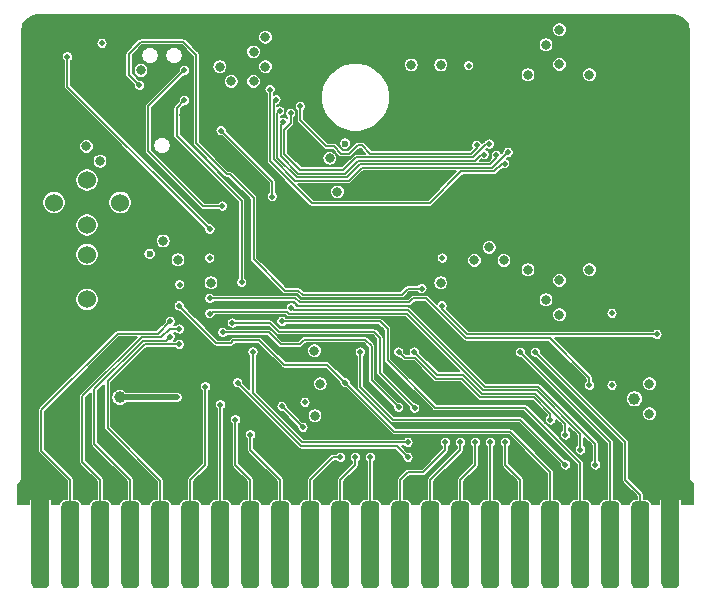
<source format=gbl>
G04 #@! TF.GenerationSoftware,KiCad,Pcbnew,(5.1.5-0-10_14)*
G04 #@! TF.CreationDate,2020-06-04T18:59:30-04:00*
G04 #@! TF.ProjectId,C64RAM,43363452-414d-42e6-9b69-6361645f7063,rev?*
G04 #@! TF.SameCoordinates,Original*
G04 #@! TF.FileFunction,Copper,L4,Bot*
G04 #@! TF.FilePolarity,Positive*
%FSLAX46Y46*%
G04 Gerber Fmt 4.6, Leading zero omitted, Abs format (unit mm)*
G04 Created by KiCad (PCBNEW (5.1.5-0-10_14)) date 2020-06-04 18:59:30*
%MOMM*%
%LPD*%
G04 APERTURE LIST*
%ADD10C,0.100000*%
%ADD11C,2.000000*%
%ADD12C,1.000000*%
%ADD13C,0.500000*%
%ADD14C,0.800000*%
%ADD15C,1.524000*%
%ADD16C,0.600000*%
%ADD17C,0.508000*%
%ADD18C,1.524000*%
%ADD19C,0.150000*%
%ADD20C,0.152400*%
G04 APERTURE END LIST*
G04 #@! TA.AperFunction,SMDPad,CuDef*
D10*
G36*
X159168345Y-89449835D02*
G01*
X159205329Y-89455321D01*
X159241598Y-89464406D01*
X159276802Y-89477002D01*
X159310602Y-89492988D01*
X159342672Y-89512210D01*
X159372704Y-89534483D01*
X159400408Y-89559592D01*
X159425517Y-89587296D01*
X159447790Y-89617328D01*
X159467012Y-89649398D01*
X159482998Y-89683198D01*
X159495594Y-89718402D01*
X159504679Y-89754671D01*
X159510165Y-89791655D01*
X159512000Y-89829000D01*
X159512000Y-96407000D01*
X159510165Y-96444345D01*
X159504679Y-96481329D01*
X159495594Y-96517598D01*
X159482998Y-96552802D01*
X159467012Y-96586602D01*
X159447790Y-96618672D01*
X159425517Y-96648704D01*
X159400408Y-96676408D01*
X159372704Y-96701517D01*
X159342672Y-96723790D01*
X159310602Y-96743012D01*
X159276802Y-96758998D01*
X159241598Y-96771594D01*
X159205329Y-96780679D01*
X159168345Y-96786165D01*
X159131000Y-96788000D01*
X158369000Y-96788000D01*
X158331655Y-96786165D01*
X158294671Y-96780679D01*
X158258402Y-96771594D01*
X158223198Y-96758998D01*
X158189398Y-96743012D01*
X158157328Y-96723790D01*
X158127296Y-96701517D01*
X158099592Y-96676408D01*
X158074483Y-96648704D01*
X158052210Y-96618672D01*
X158032988Y-96586602D01*
X158017002Y-96552802D01*
X158004406Y-96517598D01*
X157995321Y-96481329D01*
X157989835Y-96444345D01*
X157988000Y-96407000D01*
X157988000Y-89829000D01*
X157989835Y-89791655D01*
X157995321Y-89754671D01*
X158004406Y-89718402D01*
X158017002Y-89683198D01*
X158032988Y-89649398D01*
X158052210Y-89617328D01*
X158074483Y-89587296D01*
X158099592Y-89559592D01*
X158127296Y-89534483D01*
X158157328Y-89512210D01*
X158189398Y-89492988D01*
X158223198Y-89477002D01*
X158258402Y-89464406D01*
X158294671Y-89455321D01*
X158331655Y-89449835D01*
X158369000Y-89448000D01*
X159131000Y-89448000D01*
X159168345Y-89449835D01*
G37*
G04 #@! TD.AperFunction*
G04 #@! TA.AperFunction,SMDPad,CuDef*
G36*
X156628345Y-89449835D02*
G01*
X156665329Y-89455321D01*
X156701598Y-89464406D01*
X156736802Y-89477002D01*
X156770602Y-89492988D01*
X156802672Y-89512210D01*
X156832704Y-89534483D01*
X156860408Y-89559592D01*
X156885517Y-89587296D01*
X156907790Y-89617328D01*
X156927012Y-89649398D01*
X156942998Y-89683198D01*
X156955594Y-89718402D01*
X156964679Y-89754671D01*
X156970165Y-89791655D01*
X156972000Y-89829000D01*
X156972000Y-96407000D01*
X156970165Y-96444345D01*
X156964679Y-96481329D01*
X156955594Y-96517598D01*
X156942998Y-96552802D01*
X156927012Y-96586602D01*
X156907790Y-96618672D01*
X156885517Y-96648704D01*
X156860408Y-96676408D01*
X156832704Y-96701517D01*
X156802672Y-96723790D01*
X156770602Y-96743012D01*
X156736802Y-96758998D01*
X156701598Y-96771594D01*
X156665329Y-96780679D01*
X156628345Y-96786165D01*
X156591000Y-96788000D01*
X155829000Y-96788000D01*
X155791655Y-96786165D01*
X155754671Y-96780679D01*
X155718402Y-96771594D01*
X155683198Y-96758998D01*
X155649398Y-96743012D01*
X155617328Y-96723790D01*
X155587296Y-96701517D01*
X155559592Y-96676408D01*
X155534483Y-96648704D01*
X155512210Y-96618672D01*
X155492988Y-96586602D01*
X155477002Y-96552802D01*
X155464406Y-96517598D01*
X155455321Y-96481329D01*
X155449835Y-96444345D01*
X155448000Y-96407000D01*
X155448000Y-89829000D01*
X155449835Y-89791655D01*
X155455321Y-89754671D01*
X155464406Y-89718402D01*
X155477002Y-89683198D01*
X155492988Y-89649398D01*
X155512210Y-89617328D01*
X155534483Y-89587296D01*
X155559592Y-89559592D01*
X155587296Y-89534483D01*
X155617328Y-89512210D01*
X155649398Y-89492988D01*
X155683198Y-89477002D01*
X155718402Y-89464406D01*
X155754671Y-89455321D01*
X155791655Y-89449835D01*
X155829000Y-89448000D01*
X156591000Y-89448000D01*
X156628345Y-89449835D01*
G37*
G04 #@! TD.AperFunction*
G04 #@! TA.AperFunction,SMDPad,CuDef*
G36*
X154088345Y-89449835D02*
G01*
X154125329Y-89455321D01*
X154161598Y-89464406D01*
X154196802Y-89477002D01*
X154230602Y-89492988D01*
X154262672Y-89512210D01*
X154292704Y-89534483D01*
X154320408Y-89559592D01*
X154345517Y-89587296D01*
X154367790Y-89617328D01*
X154387012Y-89649398D01*
X154402998Y-89683198D01*
X154415594Y-89718402D01*
X154424679Y-89754671D01*
X154430165Y-89791655D01*
X154432000Y-89829000D01*
X154432000Y-96407000D01*
X154430165Y-96444345D01*
X154424679Y-96481329D01*
X154415594Y-96517598D01*
X154402998Y-96552802D01*
X154387012Y-96586602D01*
X154367790Y-96618672D01*
X154345517Y-96648704D01*
X154320408Y-96676408D01*
X154292704Y-96701517D01*
X154262672Y-96723790D01*
X154230602Y-96743012D01*
X154196802Y-96758998D01*
X154161598Y-96771594D01*
X154125329Y-96780679D01*
X154088345Y-96786165D01*
X154051000Y-96788000D01*
X153289000Y-96788000D01*
X153251655Y-96786165D01*
X153214671Y-96780679D01*
X153178402Y-96771594D01*
X153143198Y-96758998D01*
X153109398Y-96743012D01*
X153077328Y-96723790D01*
X153047296Y-96701517D01*
X153019592Y-96676408D01*
X152994483Y-96648704D01*
X152972210Y-96618672D01*
X152952988Y-96586602D01*
X152937002Y-96552802D01*
X152924406Y-96517598D01*
X152915321Y-96481329D01*
X152909835Y-96444345D01*
X152908000Y-96407000D01*
X152908000Y-89829000D01*
X152909835Y-89791655D01*
X152915321Y-89754671D01*
X152924406Y-89718402D01*
X152937002Y-89683198D01*
X152952988Y-89649398D01*
X152972210Y-89617328D01*
X152994483Y-89587296D01*
X153019592Y-89559592D01*
X153047296Y-89534483D01*
X153077328Y-89512210D01*
X153109398Y-89492988D01*
X153143198Y-89477002D01*
X153178402Y-89464406D01*
X153214671Y-89455321D01*
X153251655Y-89449835D01*
X153289000Y-89448000D01*
X154051000Y-89448000D01*
X154088345Y-89449835D01*
G37*
G04 #@! TD.AperFunction*
G04 #@! TA.AperFunction,SMDPad,CuDef*
G36*
X151548345Y-89449835D02*
G01*
X151585329Y-89455321D01*
X151621598Y-89464406D01*
X151656802Y-89477002D01*
X151690602Y-89492988D01*
X151722672Y-89512210D01*
X151752704Y-89534483D01*
X151780408Y-89559592D01*
X151805517Y-89587296D01*
X151827790Y-89617328D01*
X151847012Y-89649398D01*
X151862998Y-89683198D01*
X151875594Y-89718402D01*
X151884679Y-89754671D01*
X151890165Y-89791655D01*
X151892000Y-89829000D01*
X151892000Y-96407000D01*
X151890165Y-96444345D01*
X151884679Y-96481329D01*
X151875594Y-96517598D01*
X151862998Y-96552802D01*
X151847012Y-96586602D01*
X151827790Y-96618672D01*
X151805517Y-96648704D01*
X151780408Y-96676408D01*
X151752704Y-96701517D01*
X151722672Y-96723790D01*
X151690602Y-96743012D01*
X151656802Y-96758998D01*
X151621598Y-96771594D01*
X151585329Y-96780679D01*
X151548345Y-96786165D01*
X151511000Y-96788000D01*
X150749000Y-96788000D01*
X150711655Y-96786165D01*
X150674671Y-96780679D01*
X150638402Y-96771594D01*
X150603198Y-96758998D01*
X150569398Y-96743012D01*
X150537328Y-96723790D01*
X150507296Y-96701517D01*
X150479592Y-96676408D01*
X150454483Y-96648704D01*
X150432210Y-96618672D01*
X150412988Y-96586602D01*
X150397002Y-96552802D01*
X150384406Y-96517598D01*
X150375321Y-96481329D01*
X150369835Y-96444345D01*
X150368000Y-96407000D01*
X150368000Y-89829000D01*
X150369835Y-89791655D01*
X150375321Y-89754671D01*
X150384406Y-89718402D01*
X150397002Y-89683198D01*
X150412988Y-89649398D01*
X150432210Y-89617328D01*
X150454483Y-89587296D01*
X150479592Y-89559592D01*
X150507296Y-89534483D01*
X150537328Y-89512210D01*
X150569398Y-89492988D01*
X150603198Y-89477002D01*
X150638402Y-89464406D01*
X150674671Y-89455321D01*
X150711655Y-89449835D01*
X150749000Y-89448000D01*
X151511000Y-89448000D01*
X151548345Y-89449835D01*
G37*
G04 #@! TD.AperFunction*
G04 #@! TA.AperFunction,SMDPad,CuDef*
G36*
X149008345Y-89449835D02*
G01*
X149045329Y-89455321D01*
X149081598Y-89464406D01*
X149116802Y-89477002D01*
X149150602Y-89492988D01*
X149182672Y-89512210D01*
X149212704Y-89534483D01*
X149240408Y-89559592D01*
X149265517Y-89587296D01*
X149287790Y-89617328D01*
X149307012Y-89649398D01*
X149322998Y-89683198D01*
X149335594Y-89718402D01*
X149344679Y-89754671D01*
X149350165Y-89791655D01*
X149352000Y-89829000D01*
X149352000Y-96407000D01*
X149350165Y-96444345D01*
X149344679Y-96481329D01*
X149335594Y-96517598D01*
X149322998Y-96552802D01*
X149307012Y-96586602D01*
X149287790Y-96618672D01*
X149265517Y-96648704D01*
X149240408Y-96676408D01*
X149212704Y-96701517D01*
X149182672Y-96723790D01*
X149150602Y-96743012D01*
X149116802Y-96758998D01*
X149081598Y-96771594D01*
X149045329Y-96780679D01*
X149008345Y-96786165D01*
X148971000Y-96788000D01*
X148209000Y-96788000D01*
X148171655Y-96786165D01*
X148134671Y-96780679D01*
X148098402Y-96771594D01*
X148063198Y-96758998D01*
X148029398Y-96743012D01*
X147997328Y-96723790D01*
X147967296Y-96701517D01*
X147939592Y-96676408D01*
X147914483Y-96648704D01*
X147892210Y-96618672D01*
X147872988Y-96586602D01*
X147857002Y-96552802D01*
X147844406Y-96517598D01*
X147835321Y-96481329D01*
X147829835Y-96444345D01*
X147828000Y-96407000D01*
X147828000Y-89829000D01*
X147829835Y-89791655D01*
X147835321Y-89754671D01*
X147844406Y-89718402D01*
X147857002Y-89683198D01*
X147872988Y-89649398D01*
X147892210Y-89617328D01*
X147914483Y-89587296D01*
X147939592Y-89559592D01*
X147967296Y-89534483D01*
X147997328Y-89512210D01*
X148029398Y-89492988D01*
X148063198Y-89477002D01*
X148098402Y-89464406D01*
X148134671Y-89455321D01*
X148171655Y-89449835D01*
X148209000Y-89448000D01*
X148971000Y-89448000D01*
X149008345Y-89449835D01*
G37*
G04 #@! TD.AperFunction*
G04 #@! TA.AperFunction,SMDPad,CuDef*
G36*
X146468345Y-89449835D02*
G01*
X146505329Y-89455321D01*
X146541598Y-89464406D01*
X146576802Y-89477002D01*
X146610602Y-89492988D01*
X146642672Y-89512210D01*
X146672704Y-89534483D01*
X146700408Y-89559592D01*
X146725517Y-89587296D01*
X146747790Y-89617328D01*
X146767012Y-89649398D01*
X146782998Y-89683198D01*
X146795594Y-89718402D01*
X146804679Y-89754671D01*
X146810165Y-89791655D01*
X146812000Y-89829000D01*
X146812000Y-96407000D01*
X146810165Y-96444345D01*
X146804679Y-96481329D01*
X146795594Y-96517598D01*
X146782998Y-96552802D01*
X146767012Y-96586602D01*
X146747790Y-96618672D01*
X146725517Y-96648704D01*
X146700408Y-96676408D01*
X146672704Y-96701517D01*
X146642672Y-96723790D01*
X146610602Y-96743012D01*
X146576802Y-96758998D01*
X146541598Y-96771594D01*
X146505329Y-96780679D01*
X146468345Y-96786165D01*
X146431000Y-96788000D01*
X145669000Y-96788000D01*
X145631655Y-96786165D01*
X145594671Y-96780679D01*
X145558402Y-96771594D01*
X145523198Y-96758998D01*
X145489398Y-96743012D01*
X145457328Y-96723790D01*
X145427296Y-96701517D01*
X145399592Y-96676408D01*
X145374483Y-96648704D01*
X145352210Y-96618672D01*
X145332988Y-96586602D01*
X145317002Y-96552802D01*
X145304406Y-96517598D01*
X145295321Y-96481329D01*
X145289835Y-96444345D01*
X145288000Y-96407000D01*
X145288000Y-89829000D01*
X145289835Y-89791655D01*
X145295321Y-89754671D01*
X145304406Y-89718402D01*
X145317002Y-89683198D01*
X145332988Y-89649398D01*
X145352210Y-89617328D01*
X145374483Y-89587296D01*
X145399592Y-89559592D01*
X145427296Y-89534483D01*
X145457328Y-89512210D01*
X145489398Y-89492988D01*
X145523198Y-89477002D01*
X145558402Y-89464406D01*
X145594671Y-89455321D01*
X145631655Y-89449835D01*
X145669000Y-89448000D01*
X146431000Y-89448000D01*
X146468345Y-89449835D01*
G37*
G04 #@! TD.AperFunction*
G04 #@! TA.AperFunction,SMDPad,CuDef*
G36*
X143928345Y-89449835D02*
G01*
X143965329Y-89455321D01*
X144001598Y-89464406D01*
X144036802Y-89477002D01*
X144070602Y-89492988D01*
X144102672Y-89512210D01*
X144132704Y-89534483D01*
X144160408Y-89559592D01*
X144185517Y-89587296D01*
X144207790Y-89617328D01*
X144227012Y-89649398D01*
X144242998Y-89683198D01*
X144255594Y-89718402D01*
X144264679Y-89754671D01*
X144270165Y-89791655D01*
X144272000Y-89829000D01*
X144272000Y-96407000D01*
X144270165Y-96444345D01*
X144264679Y-96481329D01*
X144255594Y-96517598D01*
X144242998Y-96552802D01*
X144227012Y-96586602D01*
X144207790Y-96618672D01*
X144185517Y-96648704D01*
X144160408Y-96676408D01*
X144132704Y-96701517D01*
X144102672Y-96723790D01*
X144070602Y-96743012D01*
X144036802Y-96758998D01*
X144001598Y-96771594D01*
X143965329Y-96780679D01*
X143928345Y-96786165D01*
X143891000Y-96788000D01*
X143129000Y-96788000D01*
X143091655Y-96786165D01*
X143054671Y-96780679D01*
X143018402Y-96771594D01*
X142983198Y-96758998D01*
X142949398Y-96743012D01*
X142917328Y-96723790D01*
X142887296Y-96701517D01*
X142859592Y-96676408D01*
X142834483Y-96648704D01*
X142812210Y-96618672D01*
X142792988Y-96586602D01*
X142777002Y-96552802D01*
X142764406Y-96517598D01*
X142755321Y-96481329D01*
X142749835Y-96444345D01*
X142748000Y-96407000D01*
X142748000Y-89829000D01*
X142749835Y-89791655D01*
X142755321Y-89754671D01*
X142764406Y-89718402D01*
X142777002Y-89683198D01*
X142792988Y-89649398D01*
X142812210Y-89617328D01*
X142834483Y-89587296D01*
X142859592Y-89559592D01*
X142887296Y-89534483D01*
X142917328Y-89512210D01*
X142949398Y-89492988D01*
X142983198Y-89477002D01*
X143018402Y-89464406D01*
X143054671Y-89455321D01*
X143091655Y-89449835D01*
X143129000Y-89448000D01*
X143891000Y-89448000D01*
X143928345Y-89449835D01*
G37*
G04 #@! TD.AperFunction*
G04 #@! TA.AperFunction,SMDPad,CuDef*
G36*
X141388345Y-89449835D02*
G01*
X141425329Y-89455321D01*
X141461598Y-89464406D01*
X141496802Y-89477002D01*
X141530602Y-89492988D01*
X141562672Y-89512210D01*
X141592704Y-89534483D01*
X141620408Y-89559592D01*
X141645517Y-89587296D01*
X141667790Y-89617328D01*
X141687012Y-89649398D01*
X141702998Y-89683198D01*
X141715594Y-89718402D01*
X141724679Y-89754671D01*
X141730165Y-89791655D01*
X141732000Y-89829000D01*
X141732000Y-96407000D01*
X141730165Y-96444345D01*
X141724679Y-96481329D01*
X141715594Y-96517598D01*
X141702998Y-96552802D01*
X141687012Y-96586602D01*
X141667790Y-96618672D01*
X141645517Y-96648704D01*
X141620408Y-96676408D01*
X141592704Y-96701517D01*
X141562672Y-96723790D01*
X141530602Y-96743012D01*
X141496802Y-96758998D01*
X141461598Y-96771594D01*
X141425329Y-96780679D01*
X141388345Y-96786165D01*
X141351000Y-96788000D01*
X140589000Y-96788000D01*
X140551655Y-96786165D01*
X140514671Y-96780679D01*
X140478402Y-96771594D01*
X140443198Y-96758998D01*
X140409398Y-96743012D01*
X140377328Y-96723790D01*
X140347296Y-96701517D01*
X140319592Y-96676408D01*
X140294483Y-96648704D01*
X140272210Y-96618672D01*
X140252988Y-96586602D01*
X140237002Y-96552802D01*
X140224406Y-96517598D01*
X140215321Y-96481329D01*
X140209835Y-96444345D01*
X140208000Y-96407000D01*
X140208000Y-89829000D01*
X140209835Y-89791655D01*
X140215321Y-89754671D01*
X140224406Y-89718402D01*
X140237002Y-89683198D01*
X140252988Y-89649398D01*
X140272210Y-89617328D01*
X140294483Y-89587296D01*
X140319592Y-89559592D01*
X140347296Y-89534483D01*
X140377328Y-89512210D01*
X140409398Y-89492988D01*
X140443198Y-89477002D01*
X140478402Y-89464406D01*
X140514671Y-89455321D01*
X140551655Y-89449835D01*
X140589000Y-89448000D01*
X141351000Y-89448000D01*
X141388345Y-89449835D01*
G37*
G04 #@! TD.AperFunction*
G04 #@! TA.AperFunction,SMDPad,CuDef*
G36*
X138848345Y-89449835D02*
G01*
X138885329Y-89455321D01*
X138921598Y-89464406D01*
X138956802Y-89477002D01*
X138990602Y-89492988D01*
X139022672Y-89512210D01*
X139052704Y-89534483D01*
X139080408Y-89559592D01*
X139105517Y-89587296D01*
X139127790Y-89617328D01*
X139147012Y-89649398D01*
X139162998Y-89683198D01*
X139175594Y-89718402D01*
X139184679Y-89754671D01*
X139190165Y-89791655D01*
X139192000Y-89829000D01*
X139192000Y-96407000D01*
X139190165Y-96444345D01*
X139184679Y-96481329D01*
X139175594Y-96517598D01*
X139162998Y-96552802D01*
X139147012Y-96586602D01*
X139127790Y-96618672D01*
X139105517Y-96648704D01*
X139080408Y-96676408D01*
X139052704Y-96701517D01*
X139022672Y-96723790D01*
X138990602Y-96743012D01*
X138956802Y-96758998D01*
X138921598Y-96771594D01*
X138885329Y-96780679D01*
X138848345Y-96786165D01*
X138811000Y-96788000D01*
X138049000Y-96788000D01*
X138011655Y-96786165D01*
X137974671Y-96780679D01*
X137938402Y-96771594D01*
X137903198Y-96758998D01*
X137869398Y-96743012D01*
X137837328Y-96723790D01*
X137807296Y-96701517D01*
X137779592Y-96676408D01*
X137754483Y-96648704D01*
X137732210Y-96618672D01*
X137712988Y-96586602D01*
X137697002Y-96552802D01*
X137684406Y-96517598D01*
X137675321Y-96481329D01*
X137669835Y-96444345D01*
X137668000Y-96407000D01*
X137668000Y-89829000D01*
X137669835Y-89791655D01*
X137675321Y-89754671D01*
X137684406Y-89718402D01*
X137697002Y-89683198D01*
X137712988Y-89649398D01*
X137732210Y-89617328D01*
X137754483Y-89587296D01*
X137779592Y-89559592D01*
X137807296Y-89534483D01*
X137837328Y-89512210D01*
X137869398Y-89492988D01*
X137903198Y-89477002D01*
X137938402Y-89464406D01*
X137974671Y-89455321D01*
X138011655Y-89449835D01*
X138049000Y-89448000D01*
X138811000Y-89448000D01*
X138848345Y-89449835D01*
G37*
G04 #@! TD.AperFunction*
G04 #@! TA.AperFunction,SMDPad,CuDef*
G36*
X136308345Y-89449835D02*
G01*
X136345329Y-89455321D01*
X136381598Y-89464406D01*
X136416802Y-89477002D01*
X136450602Y-89492988D01*
X136482672Y-89512210D01*
X136512704Y-89534483D01*
X136540408Y-89559592D01*
X136565517Y-89587296D01*
X136587790Y-89617328D01*
X136607012Y-89649398D01*
X136622998Y-89683198D01*
X136635594Y-89718402D01*
X136644679Y-89754671D01*
X136650165Y-89791655D01*
X136652000Y-89829000D01*
X136652000Y-96407000D01*
X136650165Y-96444345D01*
X136644679Y-96481329D01*
X136635594Y-96517598D01*
X136622998Y-96552802D01*
X136607012Y-96586602D01*
X136587790Y-96618672D01*
X136565517Y-96648704D01*
X136540408Y-96676408D01*
X136512704Y-96701517D01*
X136482672Y-96723790D01*
X136450602Y-96743012D01*
X136416802Y-96758998D01*
X136381598Y-96771594D01*
X136345329Y-96780679D01*
X136308345Y-96786165D01*
X136271000Y-96788000D01*
X135509000Y-96788000D01*
X135471655Y-96786165D01*
X135434671Y-96780679D01*
X135398402Y-96771594D01*
X135363198Y-96758998D01*
X135329398Y-96743012D01*
X135297328Y-96723790D01*
X135267296Y-96701517D01*
X135239592Y-96676408D01*
X135214483Y-96648704D01*
X135192210Y-96618672D01*
X135172988Y-96586602D01*
X135157002Y-96552802D01*
X135144406Y-96517598D01*
X135135321Y-96481329D01*
X135129835Y-96444345D01*
X135128000Y-96407000D01*
X135128000Y-89829000D01*
X135129835Y-89791655D01*
X135135321Y-89754671D01*
X135144406Y-89718402D01*
X135157002Y-89683198D01*
X135172988Y-89649398D01*
X135192210Y-89617328D01*
X135214483Y-89587296D01*
X135239592Y-89559592D01*
X135267296Y-89534483D01*
X135297328Y-89512210D01*
X135329398Y-89492988D01*
X135363198Y-89477002D01*
X135398402Y-89464406D01*
X135434671Y-89455321D01*
X135471655Y-89449835D01*
X135509000Y-89448000D01*
X136271000Y-89448000D01*
X136308345Y-89449835D01*
G37*
G04 #@! TD.AperFunction*
G04 #@! TA.AperFunction,SMDPad,CuDef*
G36*
X133768345Y-89449835D02*
G01*
X133805329Y-89455321D01*
X133841598Y-89464406D01*
X133876802Y-89477002D01*
X133910602Y-89492988D01*
X133942672Y-89512210D01*
X133972704Y-89534483D01*
X134000408Y-89559592D01*
X134025517Y-89587296D01*
X134047790Y-89617328D01*
X134067012Y-89649398D01*
X134082998Y-89683198D01*
X134095594Y-89718402D01*
X134104679Y-89754671D01*
X134110165Y-89791655D01*
X134112000Y-89829000D01*
X134112000Y-96407000D01*
X134110165Y-96444345D01*
X134104679Y-96481329D01*
X134095594Y-96517598D01*
X134082998Y-96552802D01*
X134067012Y-96586602D01*
X134047790Y-96618672D01*
X134025517Y-96648704D01*
X134000408Y-96676408D01*
X133972704Y-96701517D01*
X133942672Y-96723790D01*
X133910602Y-96743012D01*
X133876802Y-96758998D01*
X133841598Y-96771594D01*
X133805329Y-96780679D01*
X133768345Y-96786165D01*
X133731000Y-96788000D01*
X132969000Y-96788000D01*
X132931655Y-96786165D01*
X132894671Y-96780679D01*
X132858402Y-96771594D01*
X132823198Y-96758998D01*
X132789398Y-96743012D01*
X132757328Y-96723790D01*
X132727296Y-96701517D01*
X132699592Y-96676408D01*
X132674483Y-96648704D01*
X132652210Y-96618672D01*
X132632988Y-96586602D01*
X132617002Y-96552802D01*
X132604406Y-96517598D01*
X132595321Y-96481329D01*
X132589835Y-96444345D01*
X132588000Y-96407000D01*
X132588000Y-89829000D01*
X132589835Y-89791655D01*
X132595321Y-89754671D01*
X132604406Y-89718402D01*
X132617002Y-89683198D01*
X132632988Y-89649398D01*
X132652210Y-89617328D01*
X132674483Y-89587296D01*
X132699592Y-89559592D01*
X132727296Y-89534483D01*
X132757328Y-89512210D01*
X132789398Y-89492988D01*
X132823198Y-89477002D01*
X132858402Y-89464406D01*
X132894671Y-89455321D01*
X132931655Y-89449835D01*
X132969000Y-89448000D01*
X133731000Y-89448000D01*
X133768345Y-89449835D01*
G37*
G04 #@! TD.AperFunction*
G04 #@! TA.AperFunction,SMDPad,CuDef*
G36*
X131228345Y-89449835D02*
G01*
X131265329Y-89455321D01*
X131301598Y-89464406D01*
X131336802Y-89477002D01*
X131370602Y-89492988D01*
X131402672Y-89512210D01*
X131432704Y-89534483D01*
X131460408Y-89559592D01*
X131485517Y-89587296D01*
X131507790Y-89617328D01*
X131527012Y-89649398D01*
X131542998Y-89683198D01*
X131555594Y-89718402D01*
X131564679Y-89754671D01*
X131570165Y-89791655D01*
X131572000Y-89829000D01*
X131572000Y-96407000D01*
X131570165Y-96444345D01*
X131564679Y-96481329D01*
X131555594Y-96517598D01*
X131542998Y-96552802D01*
X131527012Y-96586602D01*
X131507790Y-96618672D01*
X131485517Y-96648704D01*
X131460408Y-96676408D01*
X131432704Y-96701517D01*
X131402672Y-96723790D01*
X131370602Y-96743012D01*
X131336802Y-96758998D01*
X131301598Y-96771594D01*
X131265329Y-96780679D01*
X131228345Y-96786165D01*
X131191000Y-96788000D01*
X130429000Y-96788000D01*
X130391655Y-96786165D01*
X130354671Y-96780679D01*
X130318402Y-96771594D01*
X130283198Y-96758998D01*
X130249398Y-96743012D01*
X130217328Y-96723790D01*
X130187296Y-96701517D01*
X130159592Y-96676408D01*
X130134483Y-96648704D01*
X130112210Y-96618672D01*
X130092988Y-96586602D01*
X130077002Y-96552802D01*
X130064406Y-96517598D01*
X130055321Y-96481329D01*
X130049835Y-96444345D01*
X130048000Y-96407000D01*
X130048000Y-89829000D01*
X130049835Y-89791655D01*
X130055321Y-89754671D01*
X130064406Y-89718402D01*
X130077002Y-89683198D01*
X130092988Y-89649398D01*
X130112210Y-89617328D01*
X130134483Y-89587296D01*
X130159592Y-89559592D01*
X130187296Y-89534483D01*
X130217328Y-89512210D01*
X130249398Y-89492988D01*
X130283198Y-89477002D01*
X130318402Y-89464406D01*
X130354671Y-89455321D01*
X130391655Y-89449835D01*
X130429000Y-89448000D01*
X131191000Y-89448000D01*
X131228345Y-89449835D01*
G37*
G04 #@! TD.AperFunction*
G04 #@! TA.AperFunction,SMDPad,CuDef*
G36*
X128688345Y-89449835D02*
G01*
X128725329Y-89455321D01*
X128761598Y-89464406D01*
X128796802Y-89477002D01*
X128830602Y-89492988D01*
X128862672Y-89512210D01*
X128892704Y-89534483D01*
X128920408Y-89559592D01*
X128945517Y-89587296D01*
X128967790Y-89617328D01*
X128987012Y-89649398D01*
X129002998Y-89683198D01*
X129015594Y-89718402D01*
X129024679Y-89754671D01*
X129030165Y-89791655D01*
X129032000Y-89829000D01*
X129032000Y-96407000D01*
X129030165Y-96444345D01*
X129024679Y-96481329D01*
X129015594Y-96517598D01*
X129002998Y-96552802D01*
X128987012Y-96586602D01*
X128967790Y-96618672D01*
X128945517Y-96648704D01*
X128920408Y-96676408D01*
X128892704Y-96701517D01*
X128862672Y-96723790D01*
X128830602Y-96743012D01*
X128796802Y-96758998D01*
X128761598Y-96771594D01*
X128725329Y-96780679D01*
X128688345Y-96786165D01*
X128651000Y-96788000D01*
X127889000Y-96788000D01*
X127851655Y-96786165D01*
X127814671Y-96780679D01*
X127778402Y-96771594D01*
X127743198Y-96758998D01*
X127709398Y-96743012D01*
X127677328Y-96723790D01*
X127647296Y-96701517D01*
X127619592Y-96676408D01*
X127594483Y-96648704D01*
X127572210Y-96618672D01*
X127552988Y-96586602D01*
X127537002Y-96552802D01*
X127524406Y-96517598D01*
X127515321Y-96481329D01*
X127509835Y-96444345D01*
X127508000Y-96407000D01*
X127508000Y-89829000D01*
X127509835Y-89791655D01*
X127515321Y-89754671D01*
X127524406Y-89718402D01*
X127537002Y-89683198D01*
X127552988Y-89649398D01*
X127572210Y-89617328D01*
X127594483Y-89587296D01*
X127619592Y-89559592D01*
X127647296Y-89534483D01*
X127677328Y-89512210D01*
X127709398Y-89492988D01*
X127743198Y-89477002D01*
X127778402Y-89464406D01*
X127814671Y-89455321D01*
X127851655Y-89449835D01*
X127889000Y-89448000D01*
X128651000Y-89448000D01*
X128688345Y-89449835D01*
G37*
G04 #@! TD.AperFunction*
G04 #@! TA.AperFunction,SMDPad,CuDef*
G36*
X126148345Y-89449835D02*
G01*
X126185329Y-89455321D01*
X126221598Y-89464406D01*
X126256802Y-89477002D01*
X126290602Y-89492988D01*
X126322672Y-89512210D01*
X126352704Y-89534483D01*
X126380408Y-89559592D01*
X126405517Y-89587296D01*
X126427790Y-89617328D01*
X126447012Y-89649398D01*
X126462998Y-89683198D01*
X126475594Y-89718402D01*
X126484679Y-89754671D01*
X126490165Y-89791655D01*
X126492000Y-89829000D01*
X126492000Y-96407000D01*
X126490165Y-96444345D01*
X126484679Y-96481329D01*
X126475594Y-96517598D01*
X126462998Y-96552802D01*
X126447012Y-96586602D01*
X126427790Y-96618672D01*
X126405517Y-96648704D01*
X126380408Y-96676408D01*
X126352704Y-96701517D01*
X126322672Y-96723790D01*
X126290602Y-96743012D01*
X126256802Y-96758998D01*
X126221598Y-96771594D01*
X126185329Y-96780679D01*
X126148345Y-96786165D01*
X126111000Y-96788000D01*
X125349000Y-96788000D01*
X125311655Y-96786165D01*
X125274671Y-96780679D01*
X125238402Y-96771594D01*
X125203198Y-96758998D01*
X125169398Y-96743012D01*
X125137328Y-96723790D01*
X125107296Y-96701517D01*
X125079592Y-96676408D01*
X125054483Y-96648704D01*
X125032210Y-96618672D01*
X125012988Y-96586602D01*
X124997002Y-96552802D01*
X124984406Y-96517598D01*
X124975321Y-96481329D01*
X124969835Y-96444345D01*
X124968000Y-96407000D01*
X124968000Y-89829000D01*
X124969835Y-89791655D01*
X124975321Y-89754671D01*
X124984406Y-89718402D01*
X124997002Y-89683198D01*
X125012988Y-89649398D01*
X125032210Y-89617328D01*
X125054483Y-89587296D01*
X125079592Y-89559592D01*
X125107296Y-89534483D01*
X125137328Y-89512210D01*
X125169398Y-89492988D01*
X125203198Y-89477002D01*
X125238402Y-89464406D01*
X125274671Y-89455321D01*
X125311655Y-89449835D01*
X125349000Y-89448000D01*
X126111000Y-89448000D01*
X126148345Y-89449835D01*
G37*
G04 #@! TD.AperFunction*
G04 #@! TA.AperFunction,SMDPad,CuDef*
G36*
X123608345Y-89449835D02*
G01*
X123645329Y-89455321D01*
X123681598Y-89464406D01*
X123716802Y-89477002D01*
X123750602Y-89492988D01*
X123782672Y-89512210D01*
X123812704Y-89534483D01*
X123840408Y-89559592D01*
X123865517Y-89587296D01*
X123887790Y-89617328D01*
X123907012Y-89649398D01*
X123922998Y-89683198D01*
X123935594Y-89718402D01*
X123944679Y-89754671D01*
X123950165Y-89791655D01*
X123952000Y-89829000D01*
X123952000Y-96407000D01*
X123950165Y-96444345D01*
X123944679Y-96481329D01*
X123935594Y-96517598D01*
X123922998Y-96552802D01*
X123907012Y-96586602D01*
X123887790Y-96618672D01*
X123865517Y-96648704D01*
X123840408Y-96676408D01*
X123812704Y-96701517D01*
X123782672Y-96723790D01*
X123750602Y-96743012D01*
X123716802Y-96758998D01*
X123681598Y-96771594D01*
X123645329Y-96780679D01*
X123608345Y-96786165D01*
X123571000Y-96788000D01*
X122809000Y-96788000D01*
X122771655Y-96786165D01*
X122734671Y-96780679D01*
X122698402Y-96771594D01*
X122663198Y-96758998D01*
X122629398Y-96743012D01*
X122597328Y-96723790D01*
X122567296Y-96701517D01*
X122539592Y-96676408D01*
X122514483Y-96648704D01*
X122492210Y-96618672D01*
X122472988Y-96586602D01*
X122457002Y-96552802D01*
X122444406Y-96517598D01*
X122435321Y-96481329D01*
X122429835Y-96444345D01*
X122428000Y-96407000D01*
X122428000Y-89829000D01*
X122429835Y-89791655D01*
X122435321Y-89754671D01*
X122444406Y-89718402D01*
X122457002Y-89683198D01*
X122472988Y-89649398D01*
X122492210Y-89617328D01*
X122514483Y-89587296D01*
X122539592Y-89559592D01*
X122567296Y-89534483D01*
X122597328Y-89512210D01*
X122629398Y-89492988D01*
X122663198Y-89477002D01*
X122698402Y-89464406D01*
X122734671Y-89455321D01*
X122771655Y-89449835D01*
X122809000Y-89448000D01*
X123571000Y-89448000D01*
X123608345Y-89449835D01*
G37*
G04 #@! TD.AperFunction*
G04 #@! TA.AperFunction,SMDPad,CuDef*
G36*
X121068345Y-89449835D02*
G01*
X121105329Y-89455321D01*
X121141598Y-89464406D01*
X121176802Y-89477002D01*
X121210602Y-89492988D01*
X121242672Y-89512210D01*
X121272704Y-89534483D01*
X121300408Y-89559592D01*
X121325517Y-89587296D01*
X121347790Y-89617328D01*
X121367012Y-89649398D01*
X121382998Y-89683198D01*
X121395594Y-89718402D01*
X121404679Y-89754671D01*
X121410165Y-89791655D01*
X121412000Y-89829000D01*
X121412000Y-96407000D01*
X121410165Y-96444345D01*
X121404679Y-96481329D01*
X121395594Y-96517598D01*
X121382998Y-96552802D01*
X121367012Y-96586602D01*
X121347790Y-96618672D01*
X121325517Y-96648704D01*
X121300408Y-96676408D01*
X121272704Y-96701517D01*
X121242672Y-96723790D01*
X121210602Y-96743012D01*
X121176802Y-96758998D01*
X121141598Y-96771594D01*
X121105329Y-96780679D01*
X121068345Y-96786165D01*
X121031000Y-96788000D01*
X120269000Y-96788000D01*
X120231655Y-96786165D01*
X120194671Y-96780679D01*
X120158402Y-96771594D01*
X120123198Y-96758998D01*
X120089398Y-96743012D01*
X120057328Y-96723790D01*
X120027296Y-96701517D01*
X119999592Y-96676408D01*
X119974483Y-96648704D01*
X119952210Y-96618672D01*
X119932988Y-96586602D01*
X119917002Y-96552802D01*
X119904406Y-96517598D01*
X119895321Y-96481329D01*
X119889835Y-96444345D01*
X119888000Y-96407000D01*
X119888000Y-89829000D01*
X119889835Y-89791655D01*
X119895321Y-89754671D01*
X119904406Y-89718402D01*
X119917002Y-89683198D01*
X119932988Y-89649398D01*
X119952210Y-89617328D01*
X119974483Y-89587296D01*
X119999592Y-89559592D01*
X120027296Y-89534483D01*
X120057328Y-89512210D01*
X120089398Y-89492988D01*
X120123198Y-89477002D01*
X120158402Y-89464406D01*
X120194671Y-89455321D01*
X120231655Y-89449835D01*
X120269000Y-89448000D01*
X121031000Y-89448000D01*
X121068345Y-89449835D01*
G37*
G04 #@! TD.AperFunction*
G04 #@! TA.AperFunction,SMDPad,CuDef*
G36*
X118528345Y-89449835D02*
G01*
X118565329Y-89455321D01*
X118601598Y-89464406D01*
X118636802Y-89477002D01*
X118670602Y-89492988D01*
X118702672Y-89512210D01*
X118732704Y-89534483D01*
X118760408Y-89559592D01*
X118785517Y-89587296D01*
X118807790Y-89617328D01*
X118827012Y-89649398D01*
X118842998Y-89683198D01*
X118855594Y-89718402D01*
X118864679Y-89754671D01*
X118870165Y-89791655D01*
X118872000Y-89829000D01*
X118872000Y-96407000D01*
X118870165Y-96444345D01*
X118864679Y-96481329D01*
X118855594Y-96517598D01*
X118842998Y-96552802D01*
X118827012Y-96586602D01*
X118807790Y-96618672D01*
X118785517Y-96648704D01*
X118760408Y-96676408D01*
X118732704Y-96701517D01*
X118702672Y-96723790D01*
X118670602Y-96743012D01*
X118636802Y-96758998D01*
X118601598Y-96771594D01*
X118565329Y-96780679D01*
X118528345Y-96786165D01*
X118491000Y-96788000D01*
X117729000Y-96788000D01*
X117691655Y-96786165D01*
X117654671Y-96780679D01*
X117618402Y-96771594D01*
X117583198Y-96758998D01*
X117549398Y-96743012D01*
X117517328Y-96723790D01*
X117487296Y-96701517D01*
X117459592Y-96676408D01*
X117434483Y-96648704D01*
X117412210Y-96618672D01*
X117392988Y-96586602D01*
X117377002Y-96552802D01*
X117364406Y-96517598D01*
X117355321Y-96481329D01*
X117349835Y-96444345D01*
X117348000Y-96407000D01*
X117348000Y-89829000D01*
X117349835Y-89791655D01*
X117355321Y-89754671D01*
X117364406Y-89718402D01*
X117377002Y-89683198D01*
X117392988Y-89649398D01*
X117412210Y-89617328D01*
X117434483Y-89587296D01*
X117459592Y-89559592D01*
X117487296Y-89534483D01*
X117517328Y-89512210D01*
X117549398Y-89492988D01*
X117583198Y-89477002D01*
X117618402Y-89464406D01*
X117654671Y-89455321D01*
X117691655Y-89449835D01*
X117729000Y-89448000D01*
X118491000Y-89448000D01*
X118528345Y-89449835D01*
G37*
G04 #@! TD.AperFunction*
G04 #@! TA.AperFunction,SMDPad,CuDef*
G36*
X115988345Y-89449835D02*
G01*
X116025329Y-89455321D01*
X116061598Y-89464406D01*
X116096802Y-89477002D01*
X116130602Y-89492988D01*
X116162672Y-89512210D01*
X116192704Y-89534483D01*
X116220408Y-89559592D01*
X116245517Y-89587296D01*
X116267790Y-89617328D01*
X116287012Y-89649398D01*
X116302998Y-89683198D01*
X116315594Y-89718402D01*
X116324679Y-89754671D01*
X116330165Y-89791655D01*
X116332000Y-89829000D01*
X116332000Y-96407000D01*
X116330165Y-96444345D01*
X116324679Y-96481329D01*
X116315594Y-96517598D01*
X116302998Y-96552802D01*
X116287012Y-96586602D01*
X116267790Y-96618672D01*
X116245517Y-96648704D01*
X116220408Y-96676408D01*
X116192704Y-96701517D01*
X116162672Y-96723790D01*
X116130602Y-96743012D01*
X116096802Y-96758998D01*
X116061598Y-96771594D01*
X116025329Y-96780679D01*
X115988345Y-96786165D01*
X115951000Y-96788000D01*
X115189000Y-96788000D01*
X115151655Y-96786165D01*
X115114671Y-96780679D01*
X115078402Y-96771594D01*
X115043198Y-96758998D01*
X115009398Y-96743012D01*
X114977328Y-96723790D01*
X114947296Y-96701517D01*
X114919592Y-96676408D01*
X114894483Y-96648704D01*
X114872210Y-96618672D01*
X114852988Y-96586602D01*
X114837002Y-96552802D01*
X114824406Y-96517598D01*
X114815321Y-96481329D01*
X114809835Y-96444345D01*
X114808000Y-96407000D01*
X114808000Y-89829000D01*
X114809835Y-89791655D01*
X114815321Y-89754671D01*
X114824406Y-89718402D01*
X114837002Y-89683198D01*
X114852988Y-89649398D01*
X114872210Y-89617328D01*
X114894483Y-89587296D01*
X114919592Y-89559592D01*
X114947296Y-89534483D01*
X114977328Y-89512210D01*
X115009398Y-89492988D01*
X115043198Y-89477002D01*
X115078402Y-89464406D01*
X115114671Y-89455321D01*
X115151655Y-89449835D01*
X115189000Y-89448000D01*
X115951000Y-89448000D01*
X115988345Y-89449835D01*
G37*
G04 #@! TD.AperFunction*
G04 #@! TA.AperFunction,SMDPad,CuDef*
G36*
X113448345Y-89449835D02*
G01*
X113485329Y-89455321D01*
X113521598Y-89464406D01*
X113556802Y-89477002D01*
X113590602Y-89492988D01*
X113622672Y-89512210D01*
X113652704Y-89534483D01*
X113680408Y-89559592D01*
X113705517Y-89587296D01*
X113727790Y-89617328D01*
X113747012Y-89649398D01*
X113762998Y-89683198D01*
X113775594Y-89718402D01*
X113784679Y-89754671D01*
X113790165Y-89791655D01*
X113792000Y-89829000D01*
X113792000Y-96407000D01*
X113790165Y-96444345D01*
X113784679Y-96481329D01*
X113775594Y-96517598D01*
X113762998Y-96552802D01*
X113747012Y-96586602D01*
X113727790Y-96618672D01*
X113705517Y-96648704D01*
X113680408Y-96676408D01*
X113652704Y-96701517D01*
X113622672Y-96723790D01*
X113590602Y-96743012D01*
X113556802Y-96758998D01*
X113521598Y-96771594D01*
X113485329Y-96780679D01*
X113448345Y-96786165D01*
X113411000Y-96788000D01*
X112649000Y-96788000D01*
X112611655Y-96786165D01*
X112574671Y-96780679D01*
X112538402Y-96771594D01*
X112503198Y-96758998D01*
X112469398Y-96743012D01*
X112437328Y-96723790D01*
X112407296Y-96701517D01*
X112379592Y-96676408D01*
X112354483Y-96648704D01*
X112332210Y-96618672D01*
X112312988Y-96586602D01*
X112297002Y-96552802D01*
X112284406Y-96517598D01*
X112275321Y-96481329D01*
X112269835Y-96444345D01*
X112268000Y-96407000D01*
X112268000Y-89829000D01*
X112269835Y-89791655D01*
X112275321Y-89754671D01*
X112284406Y-89718402D01*
X112297002Y-89683198D01*
X112312988Y-89649398D01*
X112332210Y-89617328D01*
X112354483Y-89587296D01*
X112379592Y-89559592D01*
X112407296Y-89534483D01*
X112437328Y-89512210D01*
X112469398Y-89492988D01*
X112503198Y-89477002D01*
X112538402Y-89464406D01*
X112574671Y-89455321D01*
X112611655Y-89449835D01*
X112649000Y-89448000D01*
X113411000Y-89448000D01*
X113448345Y-89449835D01*
G37*
G04 #@! TD.AperFunction*
G04 #@! TA.AperFunction,SMDPad,CuDef*
G36*
X110908345Y-89449835D02*
G01*
X110945329Y-89455321D01*
X110981598Y-89464406D01*
X111016802Y-89477002D01*
X111050602Y-89492988D01*
X111082672Y-89512210D01*
X111112704Y-89534483D01*
X111140408Y-89559592D01*
X111165517Y-89587296D01*
X111187790Y-89617328D01*
X111207012Y-89649398D01*
X111222998Y-89683198D01*
X111235594Y-89718402D01*
X111244679Y-89754671D01*
X111250165Y-89791655D01*
X111252000Y-89829000D01*
X111252000Y-96407000D01*
X111250165Y-96444345D01*
X111244679Y-96481329D01*
X111235594Y-96517598D01*
X111222998Y-96552802D01*
X111207012Y-96586602D01*
X111187790Y-96618672D01*
X111165517Y-96648704D01*
X111140408Y-96676408D01*
X111112704Y-96701517D01*
X111082672Y-96723790D01*
X111050602Y-96743012D01*
X111016802Y-96758998D01*
X110981598Y-96771594D01*
X110945329Y-96780679D01*
X110908345Y-96786165D01*
X110871000Y-96788000D01*
X110109000Y-96788000D01*
X110071655Y-96786165D01*
X110034671Y-96780679D01*
X109998402Y-96771594D01*
X109963198Y-96758998D01*
X109929398Y-96743012D01*
X109897328Y-96723790D01*
X109867296Y-96701517D01*
X109839592Y-96676408D01*
X109814483Y-96648704D01*
X109792210Y-96618672D01*
X109772988Y-96586602D01*
X109757002Y-96552802D01*
X109744406Y-96517598D01*
X109735321Y-96481329D01*
X109729835Y-96444345D01*
X109728000Y-96407000D01*
X109728000Y-89829000D01*
X109729835Y-89791655D01*
X109735321Y-89754671D01*
X109744406Y-89718402D01*
X109757002Y-89683198D01*
X109772988Y-89649398D01*
X109792210Y-89617328D01*
X109814483Y-89587296D01*
X109839592Y-89559592D01*
X109867296Y-89534483D01*
X109897328Y-89512210D01*
X109929398Y-89492988D01*
X109963198Y-89477002D01*
X109998402Y-89464406D01*
X110034671Y-89455321D01*
X110071655Y-89449835D01*
X110109000Y-89448000D01*
X110871000Y-89448000D01*
X110908345Y-89449835D01*
G37*
G04 #@! TD.AperFunction*
G04 #@! TA.AperFunction,SMDPad,CuDef*
G36*
X108368345Y-89449835D02*
G01*
X108405329Y-89455321D01*
X108441598Y-89464406D01*
X108476802Y-89477002D01*
X108510602Y-89492988D01*
X108542672Y-89512210D01*
X108572704Y-89534483D01*
X108600408Y-89559592D01*
X108625517Y-89587296D01*
X108647790Y-89617328D01*
X108667012Y-89649398D01*
X108682998Y-89683198D01*
X108695594Y-89718402D01*
X108704679Y-89754671D01*
X108710165Y-89791655D01*
X108712000Y-89829000D01*
X108712000Y-96407000D01*
X108710165Y-96444345D01*
X108704679Y-96481329D01*
X108695594Y-96517598D01*
X108682998Y-96552802D01*
X108667012Y-96586602D01*
X108647790Y-96618672D01*
X108625517Y-96648704D01*
X108600408Y-96676408D01*
X108572704Y-96701517D01*
X108542672Y-96723790D01*
X108510602Y-96743012D01*
X108476802Y-96758998D01*
X108441598Y-96771594D01*
X108405329Y-96780679D01*
X108368345Y-96786165D01*
X108331000Y-96788000D01*
X107569000Y-96788000D01*
X107531655Y-96786165D01*
X107494671Y-96780679D01*
X107458402Y-96771594D01*
X107423198Y-96758998D01*
X107389398Y-96743012D01*
X107357328Y-96723790D01*
X107327296Y-96701517D01*
X107299592Y-96676408D01*
X107274483Y-96648704D01*
X107252210Y-96618672D01*
X107232988Y-96586602D01*
X107217002Y-96552802D01*
X107204406Y-96517598D01*
X107195321Y-96481329D01*
X107189835Y-96444345D01*
X107188000Y-96407000D01*
X107188000Y-89829000D01*
X107189835Y-89791655D01*
X107195321Y-89754671D01*
X107204406Y-89718402D01*
X107217002Y-89683198D01*
X107232988Y-89649398D01*
X107252210Y-89617328D01*
X107274483Y-89587296D01*
X107299592Y-89559592D01*
X107327296Y-89534483D01*
X107357328Y-89512210D01*
X107389398Y-89492988D01*
X107423198Y-89477002D01*
X107458402Y-89464406D01*
X107494671Y-89455321D01*
X107531655Y-89449835D01*
X107569000Y-89448000D01*
X108331000Y-89448000D01*
X108368345Y-89449835D01*
G37*
G04 #@! TD.AperFunction*
G04 #@! TA.AperFunction,SMDPad,CuDef*
G36*
X105828345Y-89449835D02*
G01*
X105865329Y-89455321D01*
X105901598Y-89464406D01*
X105936802Y-89477002D01*
X105970602Y-89492988D01*
X106002672Y-89512210D01*
X106032704Y-89534483D01*
X106060408Y-89559592D01*
X106085517Y-89587296D01*
X106107790Y-89617328D01*
X106127012Y-89649398D01*
X106142998Y-89683198D01*
X106155594Y-89718402D01*
X106164679Y-89754671D01*
X106170165Y-89791655D01*
X106172000Y-89829000D01*
X106172000Y-96407000D01*
X106170165Y-96444345D01*
X106164679Y-96481329D01*
X106155594Y-96517598D01*
X106142998Y-96552802D01*
X106127012Y-96586602D01*
X106107790Y-96618672D01*
X106085517Y-96648704D01*
X106060408Y-96676408D01*
X106032704Y-96701517D01*
X106002672Y-96723790D01*
X105970602Y-96743012D01*
X105936802Y-96758998D01*
X105901598Y-96771594D01*
X105865329Y-96780679D01*
X105828345Y-96786165D01*
X105791000Y-96788000D01*
X105029000Y-96788000D01*
X104991655Y-96786165D01*
X104954671Y-96780679D01*
X104918402Y-96771594D01*
X104883198Y-96758998D01*
X104849398Y-96743012D01*
X104817328Y-96723790D01*
X104787296Y-96701517D01*
X104759592Y-96676408D01*
X104734483Y-96648704D01*
X104712210Y-96618672D01*
X104692988Y-96586602D01*
X104677002Y-96552802D01*
X104664406Y-96517598D01*
X104655321Y-96481329D01*
X104649835Y-96444345D01*
X104648000Y-96407000D01*
X104648000Y-89829000D01*
X104649835Y-89791655D01*
X104655321Y-89754671D01*
X104664406Y-89718402D01*
X104677002Y-89683198D01*
X104692988Y-89649398D01*
X104712210Y-89617328D01*
X104734483Y-89587296D01*
X104759592Y-89559592D01*
X104787296Y-89534483D01*
X104817328Y-89512210D01*
X104849398Y-89492988D01*
X104883198Y-89477002D01*
X104918402Y-89464406D01*
X104954671Y-89455321D01*
X104991655Y-89449835D01*
X105029000Y-89448000D01*
X105791000Y-89448000D01*
X105828345Y-89449835D01*
G37*
G04 #@! TD.AperFunction*
D11*
X156464000Y-49530000D03*
X107696000Y-49530000D03*
X158750000Y-88011000D03*
X105410000Y-88011000D03*
D12*
X112141000Y-80645000D03*
D13*
X116967000Y-80645000D03*
X116150000Y-66400000D03*
D14*
X104267000Y-51054000D03*
D13*
X138830000Y-70300000D03*
X120330000Y-70300000D03*
D14*
X129250000Y-63250000D03*
X119350000Y-61850000D03*
X120800000Y-60450000D03*
X120800000Y-63250000D03*
X119350000Y-78100000D03*
X120800000Y-79500000D03*
X120800000Y-76700000D03*
X138350000Y-79500000D03*
X138350000Y-76700000D03*
X139800000Y-78100000D03*
X139800000Y-61850000D03*
X138350000Y-63250000D03*
X130550000Y-76700000D03*
X130500000Y-82200000D03*
X131550000Y-80950000D03*
X130050000Y-79500000D03*
X139300000Y-69650000D03*
X119850000Y-69650000D03*
X117050000Y-70300000D03*
X114550000Y-70300000D03*
X115800000Y-71350000D03*
X142150000Y-70300000D03*
X144650000Y-70750000D03*
X128600000Y-60400000D03*
X159893000Y-51181000D03*
X109220000Y-49022000D03*
X114300000Y-49022000D03*
X119380000Y-49022000D03*
X154686000Y-48895000D03*
X144526000Y-49022000D03*
X124460000Y-49022000D03*
X139446000Y-49022000D03*
X134366000Y-49022000D03*
X129540000Y-49022000D03*
X159893000Y-54102000D03*
X159893000Y-59182000D03*
X159893000Y-64262000D03*
X159893000Y-69342000D03*
X159893000Y-74422000D03*
X104267000Y-59182000D03*
X104267000Y-69342000D03*
X104267000Y-74422000D03*
X104267000Y-54102000D03*
X104267000Y-64262000D03*
X158623000Y-79502000D03*
X154178000Y-53340000D03*
X156718000Y-52451000D03*
X154178000Y-69850000D03*
X156718000Y-70739000D03*
D15*
X107050000Y-68550000D03*
X107050000Y-72350000D03*
X105400000Y-70450000D03*
D14*
X106550000Y-60650000D03*
X107650000Y-59400000D03*
X107650000Y-61900000D03*
D13*
X146431000Y-54800500D03*
D14*
X151003000Y-52070000D03*
X152146000Y-50800000D03*
X151003000Y-73660000D03*
X151003000Y-71120000D03*
X152146000Y-72390000D03*
X150241000Y-49022000D03*
D13*
X152146000Y-63500000D03*
X152146000Y-64770000D03*
X152146000Y-66040000D03*
X152146000Y-67310000D03*
X152146000Y-68580000D03*
X152146000Y-59690000D03*
X152146000Y-57150000D03*
X152146000Y-55880000D03*
X152146000Y-54610000D03*
X152146000Y-58420000D03*
X113600000Y-77550000D03*
D14*
X117602000Y-56769000D03*
X108850000Y-74331000D03*
X109950000Y-75581000D03*
D13*
X124350000Y-58500000D03*
X120850000Y-68200000D03*
X142150000Y-65425000D03*
X146550000Y-66167000D03*
X145415000Y-68389500D03*
X124300000Y-56050000D03*
X142550000Y-68250000D03*
X121950000Y-67900000D03*
X121950000Y-76300000D03*
X145300000Y-64900000D03*
X115050000Y-76650000D03*
X116100000Y-76650000D03*
X115050000Y-74750000D03*
X113550000Y-74750000D03*
X113550000Y-71150000D03*
X115050000Y-72650000D03*
X112500000Y-78550000D03*
X128778000Y-85598000D03*
X134620000Y-87630000D03*
X135890000Y-86487000D03*
X137795000Y-86296500D03*
X137604500Y-84963000D03*
X133540500Y-82486500D03*
X130429000Y-83947000D03*
X132016500Y-83947000D03*
X139192000Y-83058000D03*
X142600000Y-74350000D03*
X143350000Y-73700000D03*
X143400000Y-71700000D03*
X142550000Y-72350000D03*
X126500000Y-79600000D03*
X129000000Y-83950000D03*
X134700000Y-74050000D03*
X157607000Y-77851000D03*
X111379000Y-57150000D03*
X109220000Y-87630000D03*
X109220000Y-89408000D03*
X111760000Y-89408000D03*
X106680000Y-89408000D03*
X104140000Y-89408000D03*
X114300000Y-89408000D03*
X116840000Y-89408000D03*
X119380000Y-89408000D03*
X121920000Y-89408000D03*
X124460000Y-89408000D03*
X127000000Y-89408000D03*
X129540000Y-89408000D03*
X132080000Y-89408000D03*
X134620000Y-89408000D03*
X137160000Y-89408000D03*
X139700000Y-89408000D03*
X142240000Y-89408000D03*
X144780000Y-89408000D03*
X147320000Y-89408000D03*
X149860000Y-89408000D03*
X152400000Y-89408000D03*
X154940000Y-89408000D03*
X157480000Y-89408000D03*
X160020000Y-89408000D03*
X123000000Y-72800000D03*
X124550000Y-75650000D03*
X127150000Y-75600000D03*
X144300000Y-83050000D03*
X141650000Y-83050000D03*
X132650000Y-81700000D03*
X130810000Y-86741000D03*
X140970000Y-86233000D03*
X147320000Y-87503000D03*
X137160000Y-87630000D03*
X119380000Y-87630000D03*
X114300000Y-87630000D03*
X112522000Y-85979000D03*
X111633000Y-85026500D03*
X144780000Y-87503000D03*
X149860000Y-87503000D03*
X152400000Y-87503000D03*
X149288500Y-85090000D03*
X148336000Y-84137500D03*
X147510500Y-84963000D03*
X148590000Y-86233000D03*
X129540000Y-87630000D03*
X125158500Y-86360000D03*
X123634500Y-86233000D03*
X125920500Y-83947000D03*
X113538000Y-86487000D03*
X115062000Y-86487000D03*
X123698000Y-82931000D03*
X125095000Y-83121500D03*
X137477500Y-83058000D03*
X147002500Y-81153000D03*
X148336000Y-76962000D03*
X145300000Y-76100000D03*
X146700000Y-76100000D03*
X144300000Y-76100000D03*
X142400000Y-76850000D03*
X140850000Y-79550000D03*
X139850000Y-82050000D03*
X122950000Y-63950000D03*
X111760000Y-87630000D03*
X145859500Y-79248000D03*
X138430000Y-82042000D03*
X114850000Y-64850000D03*
X113450000Y-61600000D03*
X112100000Y-62900000D03*
X112100000Y-65400000D03*
X138112500Y-84074000D03*
X144335500Y-82042000D03*
X142400000Y-78400000D03*
X116750000Y-62700000D03*
X144300000Y-79250000D03*
X146494500Y-83947000D03*
X146050000Y-86233000D03*
X117750000Y-58550000D03*
X136461500Y-80137000D03*
X126746000Y-84772500D03*
X147320000Y-83121500D03*
X123000000Y-71750000D03*
X142875000Y-53340000D03*
X116840000Y-87630000D03*
X120015000Y-82042000D03*
X121285000Y-83312000D03*
X114300000Y-79502000D03*
X117348000Y-78740000D03*
X157353000Y-71882000D03*
X147066000Y-51562000D03*
X142240000Y-87503000D03*
X139700000Y-87503000D03*
X132080000Y-87630000D03*
X127000000Y-87630000D03*
X124460000Y-87630000D03*
X121920000Y-87630000D03*
X127450000Y-81650000D03*
X138050000Y-55118000D03*
X140550000Y-55118000D03*
D14*
X136800000Y-54200000D03*
X141800000Y-54200000D03*
X139300000Y-54200000D03*
D13*
X154305000Y-87312500D03*
X154305000Y-84709000D03*
X153035000Y-84518500D03*
X156210000Y-87312500D03*
X116850000Y-65600000D03*
X159131000Y-60960000D03*
X154305000Y-60960000D03*
D12*
X106235500Y-82042000D03*
X106235500Y-79248000D03*
D13*
X111633000Y-81788000D03*
X111633000Y-79502000D03*
D12*
X155575000Y-78994000D03*
D13*
X125550000Y-71750000D03*
X123950000Y-67450000D03*
X126800000Y-70300000D03*
X138200000Y-73100000D03*
X137200000Y-72750000D03*
X121950000Y-64950000D03*
X123950000Y-64950000D03*
X120000000Y-84350000D03*
X121300000Y-85300000D03*
X109474000Y-81600000D03*
X124050000Y-70250000D03*
X133638043Y-80059810D03*
X110553500Y-81597500D03*
X112500000Y-76100000D03*
X142300000Y-81000000D03*
X107823000Y-57150000D03*
X133731000Y-59499500D03*
X135550000Y-71100000D03*
X137800000Y-66350000D03*
X137350000Y-69050000D03*
X146350000Y-62050000D03*
X145050000Y-66167000D03*
X146300000Y-57650000D03*
D14*
X104267000Y-79502000D03*
X104267000Y-83566000D03*
X159893000Y-83566000D03*
X159893000Y-79502000D03*
D13*
X120300000Y-56150000D03*
D14*
X117602000Y-54100000D03*
D13*
X134300000Y-75050000D03*
X133650000Y-75800000D03*
X132450000Y-59800000D03*
X136200000Y-63700000D03*
X126300000Y-55650000D03*
X145859500Y-53403500D03*
X131381500Y-51054000D03*
X129095500Y-53403500D03*
X141605000Y-51054000D03*
D14*
X130550000Y-63250000D03*
X119850000Y-70950000D03*
X128600000Y-76700000D03*
D13*
X117180000Y-71100000D03*
X139430000Y-68850000D03*
X119730000Y-68850000D03*
D14*
X115800000Y-67400000D03*
X117050000Y-69000000D03*
X139300000Y-70950000D03*
X128650000Y-82200000D03*
X129100000Y-79500000D03*
X142150000Y-69050000D03*
X143400000Y-67950000D03*
X144650000Y-69050000D03*
X129900000Y-60400000D03*
D15*
X109350000Y-66050000D03*
X106550000Y-64150000D03*
X112150000Y-64150000D03*
X109350000Y-68550000D03*
X109350000Y-72350000D03*
X109350000Y-62250000D03*
D14*
X110450000Y-60650000D03*
X109300000Y-59400000D03*
D16*
X114650000Y-68500000D03*
D14*
X120600000Y-52650000D03*
X121550000Y-53900000D03*
D13*
X127800000Y-81050000D03*
X153797000Y-73533000D03*
X110617000Y-50673000D03*
D14*
X113919000Y-52959000D03*
D13*
X153797000Y-79629000D03*
D14*
X156972000Y-82042000D03*
X156972000Y-79502000D03*
D12*
X155702000Y-80772000D03*
D16*
X131200000Y-59150000D03*
D13*
X113792000Y-54229000D03*
X137700000Y-71450000D03*
X117602000Y-55499000D03*
X122450000Y-70900000D03*
X117150000Y-74850000D03*
X117602000Y-52959000D03*
X120800000Y-64450000D03*
X132500000Y-76800000D03*
X149860000Y-86360000D03*
X119750000Y-73550000D03*
X151130000Y-85090000D03*
X149860000Y-83820000D03*
X137050000Y-76800000D03*
X126650000Y-73050000D03*
X152400000Y-86360000D03*
X135750000Y-76800000D03*
X148590000Y-82550000D03*
X123400000Y-76800000D03*
X136525000Y-84455000D03*
X122100000Y-79400000D03*
X136525000Y-85725000D03*
D14*
X139300000Y-52500000D03*
X136800000Y-52500000D03*
D13*
X141650000Y-52550000D03*
D14*
X149352000Y-52451000D03*
X146685000Y-53340000D03*
X151892000Y-53340000D03*
X149352000Y-70739000D03*
X151892000Y-69850000D03*
X146685000Y-69850000D03*
X149352000Y-52451000D03*
X148209000Y-72390000D03*
X149352000Y-73660000D03*
X148209000Y-50800000D03*
X149352000Y-49530000D03*
X123450000Y-51400000D03*
X123450000Y-53900000D03*
X124450000Y-50150000D03*
X124450000Y-52650000D03*
D13*
X131200000Y-79400000D03*
X117150000Y-72900000D03*
X125850000Y-74200000D03*
X143510000Y-84455000D03*
X142240000Y-84455000D03*
X130810000Y-85725000D03*
X132080000Y-85725000D03*
X120650000Y-81280000D03*
X121920000Y-82550000D03*
X144780000Y-84455000D03*
X140970000Y-84455000D03*
X133350000Y-85725000D03*
X123190000Y-83820000D03*
X139700000Y-84455000D03*
X146050000Y-76835000D03*
X137100000Y-81550000D03*
X121650000Y-74350000D03*
X135750000Y-81500000D03*
X120850000Y-75150000D03*
X127635000Y-83185000D03*
X125857000Y-81407000D03*
X116400000Y-74200000D03*
X116400000Y-75500000D03*
X117150000Y-76150000D03*
X119380000Y-79756000D03*
X147320000Y-76835000D03*
X142350000Y-59300000D03*
X127400000Y-56000000D03*
X143000000Y-60100000D03*
X125950000Y-57350000D03*
X126600000Y-56600000D03*
X143400000Y-59200000D03*
X125350000Y-55450000D03*
X145000000Y-59900000D03*
X125650000Y-56400000D03*
X144000000Y-60150000D03*
X124850000Y-54600000D03*
X144700000Y-60850000D03*
X119750000Y-66400000D03*
X107696000Y-51816000D03*
X119750000Y-72250000D03*
X151892000Y-79629000D03*
X139400000Y-72900000D03*
X157607000Y-75311000D03*
X120700000Y-58050000D03*
X125050000Y-63650000D03*
D17*
X116967000Y-80645000D02*
X112141000Y-80645000D01*
D18*
X158750000Y-93118000D02*
X158750000Y-88011000D01*
X105410000Y-93118000D02*
X105410000Y-88011000D01*
D19*
X118597500Y-59147500D02*
X121200000Y-61750000D01*
X112903000Y-53340000D02*
X112903000Y-51562000D01*
X136512500Y-71450000D02*
X137700000Y-71450000D01*
X126100000Y-71600000D02*
X127250000Y-71600000D01*
X136012500Y-71950000D02*
X136512500Y-71450000D01*
X127600000Y-71950000D02*
X136012500Y-71950000D01*
X112903000Y-51562000D02*
X113919000Y-50546000D01*
X118597500Y-51668500D02*
X118597500Y-59147500D01*
X113919000Y-50546000D02*
X117475000Y-50546000D01*
X121200000Y-61750000D02*
X121450000Y-61750000D01*
X123450000Y-68950000D02*
X126100000Y-71600000D01*
X123450000Y-63750000D02*
X123450000Y-68950000D01*
X121450000Y-61750000D02*
X123450000Y-63750000D01*
X117475000Y-50546000D02*
X118597500Y-51668500D01*
X127250000Y-71600000D02*
X127600000Y-71950000D01*
X113792000Y-54229000D02*
X112903000Y-53340000D01*
X116967000Y-56134000D02*
X117602000Y-55499000D01*
X116967000Y-58501500D02*
X116967000Y-56134000D01*
X122450000Y-70900000D02*
X122450000Y-63984500D01*
X122450000Y-63984500D02*
X116967000Y-58501500D01*
X108966000Y-86106000D02*
X110490000Y-87630000D01*
X108966000Y-80558278D02*
X108966000Y-86106000D01*
X113974278Y-75550000D02*
X108966000Y-80558278D01*
X115650000Y-75550000D02*
X113974278Y-75550000D01*
X117150000Y-74850000D02*
X116350000Y-74850000D01*
X116350000Y-74850000D02*
X115650000Y-75550000D01*
X110490000Y-87630000D02*
X110490000Y-92506800D01*
X117475000Y-52959000D02*
X117602000Y-52959000D01*
X119187000Y-64450000D02*
X120800000Y-64450000D01*
X114554000Y-59817000D02*
X119187000Y-64450000D01*
X114554000Y-56007000D02*
X114554000Y-59817000D01*
X117602000Y-52959000D02*
X114554000Y-56007000D01*
X132500000Y-79795000D02*
X132500000Y-76800000D01*
X135255000Y-82550000D02*
X132500000Y-79795000D01*
X146050000Y-82550000D02*
X135255000Y-82550000D01*
X149860000Y-86360000D02*
X146050000Y-82550000D01*
X142909980Y-80044980D02*
X147441536Y-80044980D01*
X136415000Y-73550000D02*
X142909980Y-80044980D01*
X151130000Y-83733444D02*
X151130000Y-85090000D01*
X126450000Y-73550000D02*
X136415000Y-73550000D01*
X126300000Y-73400000D02*
X126450000Y-73550000D01*
X119900000Y-73400000D02*
X126300000Y-73400000D01*
X147441536Y-80044980D02*
X151130000Y-83733444D01*
X119750000Y-73550000D02*
X119900000Y-73400000D01*
X149860000Y-82887722D02*
X147317268Y-80344990D01*
X149860000Y-83820000D02*
X149860000Y-82887722D01*
X137050000Y-76800000D02*
X139000000Y-78750000D01*
X139000000Y-78750000D02*
X141190722Y-78750000D01*
X142785712Y-80344990D02*
X147317268Y-80344990D01*
X141190722Y-78750000D02*
X142785712Y-80344990D01*
X126849990Y-73249990D02*
X126650000Y-73050000D01*
X136539268Y-73249990D02*
X126849990Y-73249990D01*
X143034248Y-79744970D02*
X136539268Y-73249990D01*
X147565804Y-79744970D02*
X143034248Y-79744970D01*
X152400000Y-84579166D02*
X147565804Y-79744970D01*
X152400000Y-86360000D02*
X152400000Y-84579166D01*
X148590000Y-82042000D02*
X148590000Y-82550000D01*
X147193000Y-80645000D02*
X148590000Y-82042000D01*
X136250000Y-77300000D02*
X137125722Y-77300000D01*
X135750000Y-76800000D02*
X136250000Y-77300000D01*
X147193000Y-80645000D02*
X142661444Y-80645000D01*
X142661444Y-80645000D02*
X141066454Y-79050010D01*
X138875732Y-79050010D02*
X137125722Y-77300000D01*
X141066454Y-79050010D02*
X138875732Y-79050010D01*
X123400000Y-80275722D02*
X123400000Y-76800000D01*
X127579278Y-84455000D02*
X123400000Y-80275722D01*
X136525000Y-84455000D02*
X127579278Y-84455000D01*
X127455010Y-84755010D02*
X122100000Y-79400000D01*
X136525000Y-85725000D02*
X135555010Y-84755010D01*
X135555010Y-84755010D02*
X127455010Y-84755010D01*
X148590000Y-86995000D02*
X148590000Y-92506800D01*
X135366000Y-83566000D02*
X145161000Y-83566000D01*
X145161000Y-83566000D02*
X148590000Y-86995000D01*
X131200000Y-79400000D02*
X135366000Y-83566000D01*
X120300000Y-76050000D02*
X117150000Y-72900000D01*
X131200000Y-79400000D02*
X129700000Y-77900000D01*
X126050000Y-77900000D02*
X123950000Y-75800000D01*
X123950000Y-75800000D02*
X121750000Y-75800000D01*
X121750000Y-75800000D02*
X121500000Y-76050000D01*
X129700000Y-77900000D02*
X126050000Y-77900000D01*
X121500000Y-76050000D02*
X120300000Y-76050000D01*
X151130000Y-89348000D02*
X151130000Y-93118000D01*
X151130000Y-86228498D02*
X151130000Y-89348000D01*
X146426503Y-81525001D02*
X151130000Y-86228498D01*
X138825001Y-81525001D02*
X146426503Y-81525001D01*
X134800000Y-77500000D02*
X138825001Y-81525001D01*
X134800000Y-74850000D02*
X134800000Y-77500000D01*
X134150000Y-74200000D02*
X134800000Y-74850000D01*
X125850000Y-74200000D02*
X134150000Y-74200000D01*
X143510000Y-92506800D02*
X143510000Y-84455000D01*
X142240000Y-86360000D02*
X142240000Y-84455000D01*
X140970000Y-87630000D02*
X142240000Y-86360000D01*
X140970000Y-92506800D02*
X140970000Y-87630000D01*
X128270000Y-87630000D02*
X128270000Y-92506800D01*
X130175000Y-85725000D02*
X128270000Y-87630000D01*
X130810000Y-85725000D02*
X130175000Y-85725000D01*
X130810000Y-87630000D02*
X130810000Y-92506800D01*
X132080000Y-86360000D02*
X130810000Y-87630000D01*
X132080000Y-85725000D02*
X132080000Y-86360000D01*
X120650000Y-81280000D02*
X120650000Y-92506800D01*
X123190000Y-87630000D02*
X123190000Y-92506800D01*
X121920000Y-86360000D02*
X123190000Y-87630000D01*
X121920000Y-82550000D02*
X121920000Y-86360000D01*
X144780000Y-86360000D02*
X144780000Y-84455000D01*
X146050000Y-87630000D02*
X144780000Y-86360000D01*
X146050000Y-92506800D02*
X146050000Y-87630000D01*
X138430000Y-87630000D02*
X138430000Y-92506800D01*
X140970000Y-85090000D02*
X138430000Y-87630000D01*
X140970000Y-84455000D02*
X140970000Y-85090000D01*
X133350000Y-92506800D02*
X133350000Y-85725000D01*
X123190000Y-85090000D02*
X125730000Y-87630000D01*
X125730000Y-87630000D02*
X125730000Y-92506800D01*
X123190000Y-83820000D02*
X123190000Y-85090000D01*
X135890000Y-87630000D02*
X135890000Y-92506800D01*
X136525000Y-86995000D02*
X135890000Y-87630000D01*
X137795000Y-86995000D02*
X136525000Y-86995000D01*
X139700000Y-85090000D02*
X137795000Y-86995000D01*
X139700000Y-84455000D02*
X139700000Y-85090000D01*
X153670000Y-84455000D02*
X153670000Y-92506800D01*
X146050000Y-76835000D02*
X153670000Y-84455000D01*
X134150000Y-78600000D02*
X137100000Y-81550000D01*
X133650000Y-75100000D02*
X134150000Y-75600000D01*
X125600000Y-75100000D02*
X133650000Y-75100000D01*
X124850000Y-74350000D02*
X125600000Y-75100000D01*
X134150000Y-75600000D02*
X134150000Y-78600000D01*
X121650000Y-74350000D02*
X124850000Y-74350000D01*
X133450000Y-79200000D02*
X135750000Y-81500000D01*
X133450000Y-76300000D02*
X133450000Y-79200000D01*
X132900000Y-75750000D02*
X133450000Y-76300000D01*
X127750000Y-75750000D02*
X132900000Y-75750000D01*
X127350000Y-76150000D02*
X127750000Y-75750000D01*
X125750000Y-76150000D02*
X127350000Y-76150000D01*
X124750000Y-75150000D02*
X125750000Y-76150000D01*
X120850000Y-75150000D02*
X124750000Y-75150000D01*
X127635000Y-83185000D02*
X125857000Y-81407000D01*
X115350000Y-75250000D02*
X116400000Y-74200000D01*
X111948000Y-75250000D02*
X115350000Y-75250000D01*
X105473500Y-81724500D02*
X111948000Y-75250000D01*
X105473500Y-85153500D02*
X105473500Y-81724500D01*
X107950000Y-92506800D02*
X107950000Y-87630000D01*
X107950000Y-87630000D02*
X105473500Y-85153500D01*
X113030000Y-87630000D02*
X109982000Y-84582000D01*
X113030000Y-92506800D02*
X113030000Y-87630000D01*
X109982000Y-84582000D02*
X109982000Y-79966556D01*
X109982000Y-79966556D02*
X114098556Y-75850000D01*
X114098556Y-75850000D02*
X116050000Y-75850000D01*
X116050000Y-75850000D02*
X116400000Y-75500000D01*
X114222834Y-76150000D02*
X111100000Y-79272834D01*
X117150000Y-76150000D02*
X114222834Y-76150000D01*
X111100000Y-79272834D02*
X111100000Y-83223500D01*
X111100000Y-83223500D02*
X115570000Y-87693500D01*
X115570000Y-87693500D02*
X115570000Y-92506800D01*
X118110000Y-87630000D02*
X118110000Y-92506800D01*
X119380000Y-86360000D02*
X118110000Y-87630000D01*
X119380000Y-79756000D02*
X119380000Y-86360000D01*
X156210000Y-88900000D02*
X156210000Y-92506800D01*
X154940000Y-87630000D02*
X156210000Y-88900000D01*
X154940000Y-84455000D02*
X154940000Y-87630000D01*
X147320000Y-76835000D02*
X154940000Y-84455000D01*
X142350000Y-59550000D02*
X142350000Y-59300000D01*
X141900000Y-60000000D02*
X142350000Y-59550000D01*
X133350000Y-60000000D02*
X141900000Y-60000000D01*
X132650000Y-59300000D02*
X133350000Y-60000000D01*
X132250000Y-59300000D02*
X132650000Y-59300000D01*
X131550000Y-60000000D02*
X132250000Y-59300000D01*
X130862500Y-60000000D02*
X131550000Y-60000000D01*
X130262500Y-59400000D02*
X130862500Y-60000000D01*
X129600000Y-59400000D02*
X130262500Y-59400000D01*
X127400000Y-57200000D02*
X129600000Y-59400000D01*
X127400000Y-56000000D02*
X127400000Y-57200000D01*
X142700000Y-60100000D02*
X143000000Y-60100000D01*
X142200000Y-60600000D02*
X142700000Y-60100000D01*
X127250000Y-61700000D02*
X131200000Y-61700000D01*
X125750000Y-60200000D02*
X127250000Y-61700000D01*
X132300000Y-60600000D02*
X142200000Y-60600000D01*
X131200000Y-61700000D02*
X132300000Y-60600000D01*
X125750000Y-57550000D02*
X125750000Y-60200000D01*
X125950000Y-57350000D02*
X125750000Y-57550000D01*
X126050000Y-58000000D02*
X126600000Y-57450000D01*
X127400000Y-61400000D02*
X126050000Y-60050000D01*
X126050000Y-60050000D02*
X126050000Y-58000000D01*
X131050000Y-61400000D02*
X127400000Y-61400000D01*
X142050000Y-60300000D02*
X132150000Y-60300000D01*
X126600000Y-57450000D02*
X126600000Y-56600000D01*
X143150000Y-59200000D02*
X142050000Y-60300000D01*
X132150000Y-60300000D02*
X131050000Y-61400000D01*
X143400000Y-59200000D02*
X143150000Y-59200000D01*
X144950000Y-59900000D02*
X145000000Y-59900000D01*
X143650000Y-61200000D02*
X144950000Y-59900000D01*
X132600000Y-61200000D02*
X143650000Y-61200000D01*
X125150000Y-60500000D02*
X126950000Y-62300000D01*
X131500000Y-62300000D02*
X132600000Y-61200000D01*
X125150000Y-55650000D02*
X125150000Y-60500000D01*
X126950000Y-62300000D02*
X131500000Y-62300000D01*
X125350000Y-55450000D02*
X125150000Y-55650000D01*
X125450000Y-56600000D02*
X125650000Y-56400000D01*
X125450000Y-60350000D02*
X125450000Y-56600000D01*
X127100000Y-62000000D02*
X125450000Y-60350000D01*
X131350000Y-62000000D02*
X127100000Y-62000000D01*
X132450000Y-60900000D02*
X131350000Y-62000000D01*
X143500000Y-60900000D02*
X132450000Y-60900000D01*
X144000000Y-60400000D02*
X143500000Y-60900000D01*
X144000000Y-60150000D02*
X144000000Y-60400000D01*
X124850000Y-60650000D02*
X124850000Y-54600000D01*
X128400000Y-64200000D02*
X124850000Y-60650000D01*
X138350000Y-64200000D02*
X128400000Y-64200000D01*
X141050000Y-61500000D02*
X138350000Y-64200000D01*
X143800000Y-61500000D02*
X141050000Y-61500000D01*
X144450000Y-60850000D02*
X143800000Y-61500000D01*
X144700000Y-60850000D02*
X144450000Y-60850000D01*
X107696000Y-54346000D02*
X107696000Y-51816000D01*
X119750000Y-66400000D02*
X107696000Y-54346000D01*
X151892000Y-78994000D02*
X151892000Y-79629000D01*
X148509010Y-75611010D02*
X151892000Y-78994000D01*
X127350000Y-72600000D02*
X136632500Y-72600000D01*
X136632500Y-72600000D02*
X136982500Y-72250000D01*
X127000000Y-72250000D02*
X127350000Y-72600000D01*
X141411010Y-75611010D02*
X148509010Y-75611010D01*
X119750000Y-72250000D02*
X127000000Y-72250000D01*
X136982500Y-72250000D02*
X138050000Y-72250000D01*
X138050000Y-72250000D02*
X141411010Y-75611010D01*
X139400000Y-73175722D02*
X139400000Y-72900000D01*
X141535278Y-75311000D02*
X139400000Y-73175722D01*
X157607000Y-75311000D02*
X141535278Y-75311000D01*
X125050000Y-62400000D02*
X120700000Y-58050000D01*
X125050000Y-63650000D02*
X125050000Y-62400000D01*
D20*
G36*
X159304260Y-48334270D02*
G01*
X159532003Y-48403030D01*
X159742054Y-48514716D01*
X159926411Y-48665073D01*
X160078050Y-48848374D01*
X160191200Y-49057642D01*
X160261547Y-49284896D01*
X160287900Y-49535625D01*
X160287901Y-87376280D01*
X160287900Y-87376457D01*
X160287901Y-87376873D01*
X160287901Y-87390904D01*
X160289069Y-87402760D01*
X160289058Y-87403789D01*
X160289456Y-87408009D01*
X160296970Y-87481987D01*
X160302413Y-87508984D01*
X160307471Y-87536009D01*
X160308679Y-87540061D01*
X160308681Y-87540071D01*
X160308685Y-87540080D01*
X160330422Y-87611180D01*
X160340989Y-87636567D01*
X160351217Y-87662137D01*
X160353194Y-87665887D01*
X160388333Y-87731419D01*
X160403635Y-87754276D01*
X160418625Y-87777358D01*
X160421292Y-87780652D01*
X160468055Y-87837583D01*
X160476679Y-87848218D01*
X160635158Y-88008573D01*
X160654609Y-88032253D01*
X160661615Y-88045319D01*
X160665946Y-88059485D01*
X160668900Y-88088569D01*
X160668900Y-89712800D01*
X159741623Y-89712800D01*
X159741706Y-89448000D01*
X159737292Y-89403187D01*
X159724221Y-89360095D01*
X159702994Y-89320382D01*
X159674427Y-89285573D01*
X159639618Y-89257006D01*
X159599905Y-89235779D01*
X159556813Y-89222708D01*
X159512000Y-89218294D01*
X158880950Y-89219400D01*
X158823800Y-89276550D01*
X158823800Y-89712800D01*
X158676200Y-89712800D01*
X158676200Y-89276550D01*
X158619050Y-89219400D01*
X157988000Y-89218294D01*
X157943187Y-89222708D01*
X157900095Y-89235779D01*
X157860382Y-89257006D01*
X157825573Y-89285573D01*
X157797006Y-89320382D01*
X157775779Y-89360095D01*
X157762708Y-89403187D01*
X157758294Y-89448000D01*
X157758377Y-89712800D01*
X157190261Y-89712800D01*
X157189971Y-89709857D01*
X157155219Y-89595293D01*
X157098783Y-89489710D01*
X157022834Y-89397166D01*
X156930290Y-89321217D01*
X156824707Y-89264781D01*
X156710143Y-89230029D01*
X156591000Y-89218294D01*
X156513600Y-89218294D01*
X156513600Y-88914903D01*
X156515068Y-88899999D01*
X156509206Y-88840484D01*
X156491846Y-88783257D01*
X156491846Y-88783256D01*
X156463655Y-88730513D01*
X156425716Y-88684284D01*
X156414140Y-88674784D01*
X155243600Y-87504246D01*
X155243600Y-84469903D01*
X155245068Y-84454999D01*
X155239206Y-84395483D01*
X155233000Y-84375027D01*
X155221846Y-84338256D01*
X155193655Y-84285513D01*
X155155716Y-84239284D01*
X155144140Y-84229784D01*
X152894444Y-81980088D01*
X156343400Y-81980088D01*
X156343400Y-82103912D01*
X156367556Y-82225356D01*
X156414941Y-82339754D01*
X156483734Y-82442709D01*
X156571291Y-82530266D01*
X156674246Y-82599059D01*
X156788644Y-82646444D01*
X156910088Y-82670600D01*
X157033912Y-82670600D01*
X157155356Y-82646444D01*
X157269754Y-82599059D01*
X157372709Y-82530266D01*
X157460266Y-82442709D01*
X157529059Y-82339754D01*
X157576444Y-82225356D01*
X157600600Y-82103912D01*
X157600600Y-81980088D01*
X157576444Y-81858644D01*
X157529059Y-81744246D01*
X157460266Y-81641291D01*
X157372709Y-81553734D01*
X157269754Y-81484941D01*
X157155356Y-81437556D01*
X157033912Y-81413400D01*
X156910088Y-81413400D01*
X156788644Y-81437556D01*
X156674246Y-81484941D01*
X156571291Y-81553734D01*
X156483734Y-81641291D01*
X156414941Y-81744246D01*
X156367556Y-81858644D01*
X156343400Y-81980088D01*
X152894444Y-81980088D01*
X151614595Y-80700239D01*
X154973400Y-80700239D01*
X154973400Y-80843761D01*
X155001400Y-80984525D01*
X155056323Y-81117121D01*
X155136060Y-81236455D01*
X155237545Y-81337940D01*
X155356879Y-81417677D01*
X155489475Y-81472600D01*
X155630239Y-81500600D01*
X155773761Y-81500600D01*
X155914525Y-81472600D01*
X156047121Y-81417677D01*
X156166455Y-81337940D01*
X156267940Y-81236455D01*
X156347677Y-81117121D01*
X156402600Y-80984525D01*
X156430600Y-80843761D01*
X156430600Y-80700239D01*
X156402600Y-80559475D01*
X156347677Y-80426879D01*
X156267940Y-80307545D01*
X156166455Y-80206060D01*
X156047121Y-80126323D01*
X155914525Y-80071400D01*
X155773761Y-80043400D01*
X155630239Y-80043400D01*
X155489475Y-80071400D01*
X155356879Y-80126323D01*
X155237545Y-80206060D01*
X155136060Y-80307545D01*
X155056323Y-80426879D01*
X155001400Y-80559475D01*
X154973400Y-80700239D01*
X151614595Y-80700239D01*
X147798250Y-76883896D01*
X147798600Y-76882138D01*
X147798600Y-76787862D01*
X147780208Y-76695397D01*
X147744130Y-76608298D01*
X147691753Y-76529910D01*
X147625090Y-76463247D01*
X147546702Y-76410870D01*
X147459603Y-76374792D01*
X147367138Y-76356400D01*
X147272862Y-76356400D01*
X147180397Y-76374792D01*
X147093298Y-76410870D01*
X147014910Y-76463247D01*
X146948247Y-76529910D01*
X146895870Y-76608298D01*
X146859792Y-76695397D01*
X146841400Y-76787862D01*
X146841400Y-76882138D01*
X146859792Y-76974603D01*
X146895870Y-77061702D01*
X146948247Y-77140090D01*
X147014910Y-77206753D01*
X147093298Y-77259130D01*
X147180397Y-77295208D01*
X147272862Y-77313600D01*
X147367138Y-77313600D01*
X147368896Y-77313250D01*
X154636400Y-84580756D01*
X154636401Y-87615086D01*
X154634932Y-87630000D01*
X154640794Y-87689515D01*
X154652886Y-87729374D01*
X154658155Y-87746744D01*
X154686346Y-87799487D01*
X154724285Y-87845716D01*
X154735867Y-87855221D01*
X155906400Y-89025756D01*
X155906400Y-89218294D01*
X155829000Y-89218294D01*
X155709857Y-89230029D01*
X155595293Y-89264781D01*
X155489710Y-89321217D01*
X155397166Y-89397166D01*
X155321217Y-89489710D01*
X155264781Y-89595293D01*
X155230029Y-89709857D01*
X155229739Y-89712800D01*
X154650261Y-89712800D01*
X154649971Y-89709857D01*
X154615219Y-89595293D01*
X154558783Y-89489710D01*
X154482834Y-89397166D01*
X154390290Y-89321217D01*
X154284707Y-89264781D01*
X154170143Y-89230029D01*
X154051000Y-89218294D01*
X153973600Y-89218294D01*
X153973600Y-84469903D01*
X153975068Y-84454999D01*
X153969206Y-84395483D01*
X153963000Y-84375027D01*
X153951846Y-84338256D01*
X153923655Y-84285513D01*
X153885716Y-84239284D01*
X153874140Y-84229784D01*
X146528250Y-76883896D01*
X146528600Y-76882138D01*
X146528600Y-76787862D01*
X146510208Y-76695397D01*
X146474130Y-76608298D01*
X146421753Y-76529910D01*
X146355090Y-76463247D01*
X146276702Y-76410870D01*
X146189603Y-76374792D01*
X146097138Y-76356400D01*
X146002862Y-76356400D01*
X145910397Y-76374792D01*
X145823298Y-76410870D01*
X145744910Y-76463247D01*
X145678247Y-76529910D01*
X145625870Y-76608298D01*
X145589792Y-76695397D01*
X145571400Y-76787862D01*
X145571400Y-76882138D01*
X145589792Y-76974603D01*
X145625870Y-77061702D01*
X145678247Y-77140090D01*
X145744910Y-77206753D01*
X145823298Y-77259130D01*
X145910397Y-77295208D01*
X146002862Y-77313600D01*
X146097138Y-77313600D01*
X146098896Y-77313250D01*
X153366400Y-84580756D01*
X153366401Y-89218294D01*
X153289000Y-89218294D01*
X153169857Y-89230029D01*
X153055293Y-89264781D01*
X152949710Y-89321217D01*
X152857166Y-89397166D01*
X152781217Y-89489710D01*
X152724781Y-89595293D01*
X152690029Y-89709857D01*
X152689739Y-89712800D01*
X152110261Y-89712800D01*
X152109971Y-89709857D01*
X152075219Y-89595293D01*
X152018783Y-89489710D01*
X151942834Y-89397166D01*
X151850290Y-89321217D01*
X151744707Y-89264781D01*
X151630143Y-89230029D01*
X151511000Y-89218294D01*
X151433600Y-89218294D01*
X151433600Y-86243401D01*
X151435068Y-86228497D01*
X151429206Y-86168982D01*
X151418381Y-86133298D01*
X151411846Y-86111754D01*
X151383655Y-86059011D01*
X151345716Y-86012782D01*
X151334140Y-86003282D01*
X146651729Y-81320873D01*
X146642219Y-81309285D01*
X146595990Y-81271346D01*
X146543247Y-81243155D01*
X146486019Y-81225795D01*
X146441407Y-81221401D01*
X146426503Y-81219933D01*
X146411599Y-81221401D01*
X138950756Y-81221401D01*
X135103600Y-77374246D01*
X135103600Y-74864904D01*
X135105068Y-74850000D01*
X135099206Y-74790484D01*
X135081846Y-74733257D01*
X135081846Y-74733256D01*
X135053655Y-74680513D01*
X135015716Y-74634284D01*
X135004135Y-74624780D01*
X134375226Y-73995872D01*
X134365716Y-73984284D01*
X134319487Y-73946345D01*
X134266744Y-73918154D01*
X134209516Y-73900794D01*
X134164904Y-73896400D01*
X134150000Y-73894932D01*
X134135096Y-73896400D01*
X126222749Y-73896400D01*
X126221753Y-73894910D01*
X126155090Y-73828247D01*
X126076702Y-73775870D01*
X125989603Y-73739792D01*
X125897138Y-73721400D01*
X125802862Y-73721400D01*
X125710397Y-73739792D01*
X125623298Y-73775870D01*
X125544910Y-73828247D01*
X125478247Y-73894910D01*
X125425870Y-73973298D01*
X125389792Y-74060397D01*
X125371400Y-74152862D01*
X125371400Y-74247138D01*
X125389792Y-74339603D01*
X125425870Y-74426702D01*
X125478247Y-74505090D01*
X125544910Y-74571753D01*
X125623298Y-74624130D01*
X125710397Y-74660208D01*
X125802862Y-74678600D01*
X125897138Y-74678600D01*
X125989603Y-74660208D01*
X126076702Y-74624130D01*
X126155090Y-74571753D01*
X126221753Y-74505090D01*
X126222749Y-74503600D01*
X134024246Y-74503600D01*
X134496400Y-74975755D01*
X134496401Y-77485086D01*
X134494932Y-77500000D01*
X134500794Y-77559515D01*
X134514168Y-77603600D01*
X134518155Y-77616744D01*
X134546346Y-77669487D01*
X134584285Y-77715716D01*
X134595867Y-77725221D01*
X138599780Y-81729135D01*
X138609285Y-81740717D01*
X138655514Y-81778656D01*
X138708257Y-81806847D01*
X138765485Y-81824207D01*
X138825000Y-81830069D01*
X138839904Y-81828601D01*
X146300749Y-81828601D01*
X150826400Y-86354254D01*
X150826401Y-89218294D01*
X150749000Y-89218294D01*
X150629857Y-89230029D01*
X150515293Y-89264781D01*
X150409710Y-89321217D01*
X150317166Y-89397166D01*
X150241217Y-89489710D01*
X150184781Y-89595293D01*
X150150029Y-89709857D01*
X150149739Y-89712800D01*
X149570261Y-89712800D01*
X149569971Y-89709857D01*
X149535219Y-89595293D01*
X149478783Y-89489710D01*
X149402834Y-89397166D01*
X149310290Y-89321217D01*
X149204707Y-89264781D01*
X149090143Y-89230029D01*
X148971000Y-89218294D01*
X148893600Y-89218294D01*
X148893600Y-87009903D01*
X148895068Y-86994999D01*
X148889206Y-86935484D01*
X148871846Y-86878257D01*
X148871846Y-86878256D01*
X148843655Y-86825513D01*
X148805716Y-86779284D01*
X148794140Y-86769784D01*
X145386226Y-83361872D01*
X145376716Y-83350284D01*
X145330487Y-83312345D01*
X145277744Y-83284154D01*
X145220516Y-83266794D01*
X145175904Y-83262400D01*
X145161000Y-83260932D01*
X145146096Y-83262400D01*
X135491755Y-83262400D01*
X131678250Y-79448896D01*
X131678600Y-79447138D01*
X131678600Y-79352862D01*
X131660208Y-79260397D01*
X131624130Y-79173298D01*
X131571753Y-79094910D01*
X131505090Y-79028247D01*
X131426702Y-78975870D01*
X131339603Y-78939792D01*
X131247138Y-78921400D01*
X131152862Y-78921400D01*
X131151105Y-78921749D01*
X129925226Y-77695872D01*
X129915716Y-77684284D01*
X129869487Y-77646345D01*
X129816744Y-77618154D01*
X129759516Y-77600794D01*
X129714904Y-77596400D01*
X129700000Y-77594932D01*
X129685096Y-77596400D01*
X126175755Y-77596400D01*
X125217443Y-76638088D01*
X127971400Y-76638088D01*
X127971400Y-76761912D01*
X127995556Y-76883356D01*
X128042941Y-76997754D01*
X128111734Y-77100709D01*
X128199291Y-77188266D01*
X128302246Y-77257059D01*
X128416644Y-77304444D01*
X128538088Y-77328600D01*
X128661912Y-77328600D01*
X128783356Y-77304444D01*
X128897754Y-77257059D01*
X129000709Y-77188266D01*
X129088266Y-77100709D01*
X129157059Y-76997754D01*
X129204444Y-76883356D01*
X129228600Y-76761912D01*
X129228600Y-76752862D01*
X132021400Y-76752862D01*
X132021400Y-76847138D01*
X132039792Y-76939603D01*
X132075870Y-77026702D01*
X132128247Y-77105090D01*
X132194910Y-77171753D01*
X132196401Y-77172749D01*
X132196400Y-79780096D01*
X132194932Y-79795000D01*
X132196400Y-79809903D01*
X132200794Y-79854515D01*
X132218154Y-79911743D01*
X132246345Y-79964486D01*
X132284284Y-80010716D01*
X132295872Y-80020226D01*
X135029782Y-82754138D01*
X135039284Y-82765716D01*
X135085513Y-82803655D01*
X135138256Y-82831846D01*
X135170563Y-82841646D01*
X135195483Y-82849206D01*
X135254999Y-82855068D01*
X135269903Y-82853600D01*
X145924246Y-82853600D01*
X149381750Y-86311105D01*
X149381400Y-86312862D01*
X149381400Y-86407138D01*
X149399792Y-86499603D01*
X149435870Y-86586702D01*
X149488247Y-86665090D01*
X149554910Y-86731753D01*
X149633298Y-86784130D01*
X149720397Y-86820208D01*
X149812862Y-86838600D01*
X149907138Y-86838600D01*
X149999603Y-86820208D01*
X150086702Y-86784130D01*
X150165090Y-86731753D01*
X150231753Y-86665090D01*
X150284130Y-86586702D01*
X150320208Y-86499603D01*
X150338600Y-86407138D01*
X150338600Y-86312862D01*
X150320208Y-86220397D01*
X150284130Y-86133298D01*
X150231753Y-86054910D01*
X150165090Y-85988247D01*
X150086702Y-85935870D01*
X149999603Y-85899792D01*
X149907138Y-85881400D01*
X149812862Y-85881400D01*
X149811105Y-85881750D01*
X146275226Y-82345872D01*
X146265716Y-82334284D01*
X146219487Y-82296345D01*
X146166744Y-82268154D01*
X146109516Y-82250794D01*
X146064904Y-82246400D01*
X146050000Y-82244932D01*
X146035096Y-82246400D01*
X135380756Y-82246400D01*
X132803600Y-79669246D01*
X132803600Y-77172749D01*
X132805090Y-77171753D01*
X132871753Y-77105090D01*
X132924130Y-77026702D01*
X132960208Y-76939603D01*
X132978600Y-76847138D01*
X132978600Y-76752862D01*
X132960208Y-76660397D01*
X132924130Y-76573298D01*
X132871753Y-76494910D01*
X132805090Y-76428247D01*
X132726702Y-76375870D01*
X132639603Y-76339792D01*
X132547138Y-76321400D01*
X132452862Y-76321400D01*
X132360397Y-76339792D01*
X132273298Y-76375870D01*
X132194910Y-76428247D01*
X132128247Y-76494910D01*
X132075870Y-76573298D01*
X132039792Y-76660397D01*
X132021400Y-76752862D01*
X129228600Y-76752862D01*
X129228600Y-76638088D01*
X129204444Y-76516644D01*
X129157059Y-76402246D01*
X129088266Y-76299291D01*
X129000709Y-76211734D01*
X128897754Y-76142941D01*
X128783356Y-76095556D01*
X128661912Y-76071400D01*
X128538088Y-76071400D01*
X128416644Y-76095556D01*
X128302246Y-76142941D01*
X128199291Y-76211734D01*
X128111734Y-76299291D01*
X128042941Y-76402246D01*
X127995556Y-76516644D01*
X127971400Y-76638088D01*
X125217443Y-76638088D01*
X124175226Y-75595872D01*
X124165716Y-75584284D01*
X124119487Y-75546345D01*
X124066744Y-75518154D01*
X124009516Y-75500794D01*
X123964904Y-75496400D01*
X123950000Y-75494932D01*
X123935096Y-75496400D01*
X121764903Y-75496400D01*
X121749999Y-75494932D01*
X121690483Y-75500794D01*
X121665563Y-75508354D01*
X121633256Y-75518154D01*
X121580513Y-75546345D01*
X121534284Y-75584284D01*
X121524783Y-75595862D01*
X121374245Y-75746400D01*
X120425755Y-75746400D01*
X119782217Y-75102862D01*
X120371400Y-75102862D01*
X120371400Y-75197138D01*
X120389792Y-75289603D01*
X120425870Y-75376702D01*
X120478247Y-75455090D01*
X120544910Y-75521753D01*
X120623298Y-75574130D01*
X120710397Y-75610208D01*
X120802862Y-75628600D01*
X120897138Y-75628600D01*
X120989603Y-75610208D01*
X121076702Y-75574130D01*
X121155090Y-75521753D01*
X121221753Y-75455090D01*
X121222749Y-75453600D01*
X124624246Y-75453600D01*
X125524779Y-76354134D01*
X125534284Y-76365716D01*
X125578796Y-76402246D01*
X125580513Y-76403655D01*
X125633255Y-76431846D01*
X125690484Y-76449206D01*
X125750000Y-76455068D01*
X125764904Y-76453600D01*
X127335096Y-76453600D01*
X127350000Y-76455068D01*
X127364904Y-76453600D01*
X127409516Y-76449206D01*
X127466744Y-76431846D01*
X127519487Y-76403655D01*
X127565716Y-76365716D01*
X127575225Y-76354129D01*
X127875756Y-76053600D01*
X132774246Y-76053600D01*
X133146400Y-76425756D01*
X133146401Y-79185086D01*
X133144932Y-79200000D01*
X133150794Y-79259515D01*
X133168125Y-79316644D01*
X133168155Y-79316744D01*
X133196346Y-79369487D01*
X133234285Y-79415716D01*
X133245867Y-79425221D01*
X135271749Y-81451105D01*
X135271400Y-81452862D01*
X135271400Y-81547138D01*
X135289792Y-81639603D01*
X135325870Y-81726702D01*
X135378247Y-81805090D01*
X135444910Y-81871753D01*
X135523298Y-81924130D01*
X135610397Y-81960208D01*
X135702862Y-81978600D01*
X135797138Y-81978600D01*
X135889603Y-81960208D01*
X135976702Y-81924130D01*
X136055090Y-81871753D01*
X136121753Y-81805090D01*
X136174130Y-81726702D01*
X136210208Y-81639603D01*
X136228600Y-81547138D01*
X136228600Y-81452862D01*
X136210208Y-81360397D01*
X136174130Y-81273298D01*
X136121753Y-81194910D01*
X136055090Y-81128247D01*
X135976702Y-81075870D01*
X135889603Y-81039792D01*
X135797138Y-81021400D01*
X135702862Y-81021400D01*
X135701105Y-81021749D01*
X133753600Y-79074246D01*
X133753600Y-76314903D01*
X133755068Y-76299999D01*
X133749206Y-76240483D01*
X133731845Y-76183254D01*
X133723020Y-76166744D01*
X133703655Y-76130513D01*
X133665716Y-76084284D01*
X133654140Y-76074784D01*
X133125226Y-75545872D01*
X133115716Y-75534284D01*
X133069487Y-75496345D01*
X133016744Y-75468154D01*
X132959516Y-75450794D01*
X132914904Y-75446400D01*
X132900000Y-75444932D01*
X132885096Y-75446400D01*
X127764903Y-75446400D01*
X127749999Y-75444932D01*
X127690483Y-75450794D01*
X127679457Y-75454139D01*
X127633256Y-75468154D01*
X127580513Y-75496345D01*
X127534284Y-75534284D01*
X127524783Y-75545861D01*
X127224246Y-75846400D01*
X125875755Y-75846400D01*
X124975226Y-74945872D01*
X124965716Y-74934284D01*
X124919487Y-74896345D01*
X124866744Y-74868154D01*
X124809516Y-74850794D01*
X124764904Y-74846400D01*
X124750000Y-74844932D01*
X124735096Y-74846400D01*
X121222749Y-74846400D01*
X121221753Y-74844910D01*
X121155090Y-74778247D01*
X121076702Y-74725870D01*
X120989603Y-74689792D01*
X120897138Y-74671400D01*
X120802862Y-74671400D01*
X120710397Y-74689792D01*
X120623298Y-74725870D01*
X120544910Y-74778247D01*
X120478247Y-74844910D01*
X120425870Y-74923298D01*
X120389792Y-75010397D01*
X120371400Y-75102862D01*
X119782217Y-75102862D01*
X118982217Y-74302862D01*
X121171400Y-74302862D01*
X121171400Y-74397138D01*
X121189792Y-74489603D01*
X121225870Y-74576702D01*
X121278247Y-74655090D01*
X121344910Y-74721753D01*
X121423298Y-74774130D01*
X121510397Y-74810208D01*
X121602862Y-74828600D01*
X121697138Y-74828600D01*
X121789603Y-74810208D01*
X121876702Y-74774130D01*
X121955090Y-74721753D01*
X122021753Y-74655090D01*
X122022749Y-74653600D01*
X124724246Y-74653600D01*
X125374782Y-75304138D01*
X125384284Y-75315716D01*
X125430513Y-75353655D01*
X125483256Y-75381846D01*
X125540484Y-75399206D01*
X125599999Y-75405068D01*
X125614903Y-75403600D01*
X133524246Y-75403600D01*
X133846400Y-75725755D01*
X133846401Y-78585086D01*
X133844932Y-78600000D01*
X133850794Y-78659515D01*
X133866763Y-78712154D01*
X133868155Y-78716744D01*
X133896346Y-78769487D01*
X133934285Y-78815716D01*
X133945867Y-78825221D01*
X136621750Y-81501104D01*
X136621400Y-81502862D01*
X136621400Y-81597138D01*
X136639792Y-81689603D01*
X136675870Y-81776702D01*
X136728247Y-81855090D01*
X136794910Y-81921753D01*
X136873298Y-81974130D01*
X136960397Y-82010208D01*
X137052862Y-82028600D01*
X137147138Y-82028600D01*
X137239603Y-82010208D01*
X137326702Y-81974130D01*
X137405090Y-81921753D01*
X137471753Y-81855090D01*
X137524130Y-81776702D01*
X137560208Y-81689603D01*
X137578600Y-81597138D01*
X137578600Y-81502862D01*
X137560208Y-81410397D01*
X137524130Y-81323298D01*
X137471753Y-81244910D01*
X137405090Y-81178247D01*
X137326702Y-81125870D01*
X137239603Y-81089792D01*
X137147138Y-81071400D01*
X137052862Y-81071400D01*
X137051104Y-81071750D01*
X134453600Y-78474246D01*
X134453600Y-75614904D01*
X134455068Y-75600000D01*
X134449206Y-75540484D01*
X134447911Y-75536216D01*
X134431846Y-75483256D01*
X134403655Y-75430513D01*
X134365716Y-75384284D01*
X134354135Y-75374780D01*
X133875226Y-74895872D01*
X133865716Y-74884284D01*
X133819487Y-74846345D01*
X133766744Y-74818154D01*
X133709516Y-74800794D01*
X133664904Y-74796400D01*
X133650000Y-74794932D01*
X133635096Y-74796400D01*
X125725756Y-74796400D01*
X125075226Y-74145872D01*
X125065716Y-74134284D01*
X125019487Y-74096345D01*
X124966744Y-74068154D01*
X124909516Y-74050794D01*
X124864904Y-74046400D01*
X124850000Y-74044932D01*
X124835096Y-74046400D01*
X122022749Y-74046400D01*
X122021753Y-74044910D01*
X121955090Y-73978247D01*
X121876702Y-73925870D01*
X121789603Y-73889792D01*
X121697138Y-73871400D01*
X121602862Y-73871400D01*
X121510397Y-73889792D01*
X121423298Y-73925870D01*
X121344910Y-73978247D01*
X121278247Y-74044910D01*
X121225870Y-74123298D01*
X121189792Y-74210397D01*
X121171400Y-74302862D01*
X118982217Y-74302862D01*
X118182217Y-73502862D01*
X119271400Y-73502862D01*
X119271400Y-73597138D01*
X119289792Y-73689603D01*
X119325870Y-73776702D01*
X119378247Y-73855090D01*
X119444910Y-73921753D01*
X119523298Y-73974130D01*
X119610397Y-74010208D01*
X119702862Y-74028600D01*
X119797138Y-74028600D01*
X119889603Y-74010208D01*
X119976702Y-73974130D01*
X120055090Y-73921753D01*
X120121753Y-73855090D01*
X120174130Y-73776702D01*
X120204410Y-73703600D01*
X126174246Y-73703600D01*
X126224774Y-73754128D01*
X126234284Y-73765716D01*
X126280513Y-73803655D01*
X126333256Y-73831846D01*
X126390484Y-73849206D01*
X126449999Y-73855068D01*
X126464903Y-73853600D01*
X136289246Y-73853600D01*
X140882045Y-78446400D01*
X139125756Y-78446400D01*
X137528250Y-76848896D01*
X137528600Y-76847138D01*
X137528600Y-76752862D01*
X137510208Y-76660397D01*
X137474130Y-76573298D01*
X137421753Y-76494910D01*
X137355090Y-76428247D01*
X137276702Y-76375870D01*
X137189603Y-76339792D01*
X137097138Y-76321400D01*
X137002862Y-76321400D01*
X136910397Y-76339792D01*
X136823298Y-76375870D01*
X136744910Y-76428247D01*
X136678247Y-76494910D01*
X136625870Y-76573298D01*
X136589792Y-76660397D01*
X136571400Y-76752862D01*
X136571400Y-76847138D01*
X136589792Y-76939603D01*
X136613318Y-76996400D01*
X136375755Y-76996400D01*
X136228250Y-76848896D01*
X136228600Y-76847138D01*
X136228600Y-76752862D01*
X136210208Y-76660397D01*
X136174130Y-76573298D01*
X136121753Y-76494910D01*
X136055090Y-76428247D01*
X135976702Y-76375870D01*
X135889603Y-76339792D01*
X135797138Y-76321400D01*
X135702862Y-76321400D01*
X135610397Y-76339792D01*
X135523298Y-76375870D01*
X135444910Y-76428247D01*
X135378247Y-76494910D01*
X135325870Y-76573298D01*
X135289792Y-76660397D01*
X135271400Y-76752862D01*
X135271400Y-76847138D01*
X135289792Y-76939603D01*
X135325870Y-77026702D01*
X135378247Y-77105090D01*
X135444910Y-77171753D01*
X135523298Y-77224130D01*
X135610397Y-77260208D01*
X135702862Y-77278600D01*
X135797138Y-77278600D01*
X135798896Y-77278250D01*
X136024778Y-77504133D01*
X136034284Y-77515716D01*
X136080513Y-77553655D01*
X136133256Y-77581846D01*
X136176395Y-77594932D01*
X136190484Y-77599206D01*
X136250000Y-77605068D01*
X136264904Y-77603600D01*
X136999968Y-77603600D01*
X138650511Y-79254144D01*
X138660016Y-79265726D01*
X138706245Y-79303665D01*
X138758988Y-79331856D01*
X138816216Y-79349216D01*
X138875732Y-79355078D01*
X138890636Y-79353610D01*
X140940700Y-79353610D01*
X142436223Y-80849134D01*
X142445728Y-80860716D01*
X142491957Y-80898655D01*
X142544700Y-80926846D01*
X142577007Y-80936646D01*
X142601927Y-80944206D01*
X142661443Y-80950068D01*
X142676347Y-80948600D01*
X147067246Y-80948600D01*
X148286400Y-82167756D01*
X148286400Y-82177251D01*
X148284910Y-82178247D01*
X148218247Y-82244910D01*
X148165870Y-82323298D01*
X148129792Y-82410397D01*
X148111400Y-82502862D01*
X148111400Y-82597138D01*
X148129792Y-82689603D01*
X148165870Y-82776702D01*
X148218247Y-82855090D01*
X148284910Y-82921753D01*
X148363298Y-82974130D01*
X148450397Y-83010208D01*
X148542862Y-83028600D01*
X148637138Y-83028600D01*
X148729603Y-83010208D01*
X148816702Y-82974130D01*
X148895090Y-82921753D01*
X148961753Y-82855090D01*
X149014130Y-82776702D01*
X149050208Y-82689603D01*
X149068600Y-82597138D01*
X149068600Y-82525677D01*
X149556401Y-83013478D01*
X149556400Y-83447251D01*
X149554910Y-83448247D01*
X149488247Y-83514910D01*
X149435870Y-83593298D01*
X149399792Y-83680397D01*
X149381400Y-83772862D01*
X149381400Y-83867138D01*
X149399792Y-83959603D01*
X149435870Y-84046702D01*
X149488247Y-84125090D01*
X149554910Y-84191753D01*
X149633298Y-84244130D01*
X149720397Y-84280208D01*
X149812862Y-84298600D01*
X149907138Y-84298600D01*
X149999603Y-84280208D01*
X150086702Y-84244130D01*
X150165090Y-84191753D01*
X150231753Y-84125090D01*
X150284130Y-84046702D01*
X150320208Y-83959603D01*
X150338600Y-83867138D01*
X150338600Y-83772862D01*
X150320208Y-83680397D01*
X150284130Y-83593298D01*
X150231753Y-83514910D01*
X150165090Y-83448247D01*
X150163600Y-83447251D01*
X150163600Y-83196399D01*
X150826400Y-83859199D01*
X150826401Y-84717251D01*
X150824910Y-84718247D01*
X150758247Y-84784910D01*
X150705870Y-84863298D01*
X150669792Y-84950397D01*
X150651400Y-85042862D01*
X150651400Y-85137138D01*
X150669792Y-85229603D01*
X150705870Y-85316702D01*
X150758247Y-85395090D01*
X150824910Y-85461753D01*
X150903298Y-85514130D01*
X150990397Y-85550208D01*
X151082862Y-85568600D01*
X151177138Y-85568600D01*
X151269603Y-85550208D01*
X151356702Y-85514130D01*
X151435090Y-85461753D01*
X151501753Y-85395090D01*
X151554130Y-85316702D01*
X151590208Y-85229603D01*
X151608600Y-85137138D01*
X151608600Y-85042862D01*
X151590208Y-84950397D01*
X151554130Y-84863298D01*
X151501753Y-84784910D01*
X151435090Y-84718247D01*
X151433600Y-84717251D01*
X151433600Y-84042121D01*
X152096401Y-84704922D01*
X152096400Y-85987251D01*
X152094910Y-85988247D01*
X152028247Y-86054910D01*
X151975870Y-86133298D01*
X151939792Y-86220397D01*
X151921400Y-86312862D01*
X151921400Y-86407138D01*
X151939792Y-86499603D01*
X151975870Y-86586702D01*
X152028247Y-86665090D01*
X152094910Y-86731753D01*
X152173298Y-86784130D01*
X152260397Y-86820208D01*
X152352862Y-86838600D01*
X152447138Y-86838600D01*
X152539603Y-86820208D01*
X152626702Y-86784130D01*
X152705090Y-86731753D01*
X152771753Y-86665090D01*
X152824130Y-86586702D01*
X152860208Y-86499603D01*
X152878600Y-86407138D01*
X152878600Y-86312862D01*
X152860208Y-86220397D01*
X152824130Y-86133298D01*
X152771753Y-86054910D01*
X152705090Y-85988247D01*
X152703600Y-85987251D01*
X152703600Y-84594070D01*
X152705068Y-84579166D01*
X152699206Y-84519650D01*
X152681846Y-84462421D01*
X152653655Y-84409679D01*
X152642006Y-84395485D01*
X152615716Y-84363450D01*
X152604134Y-84353945D01*
X147791030Y-79540842D01*
X147781520Y-79529254D01*
X147735291Y-79491315D01*
X147682548Y-79463124D01*
X147625320Y-79445764D01*
X147580708Y-79441370D01*
X147565804Y-79439902D01*
X147550900Y-79441370D01*
X143160003Y-79441370D01*
X136764494Y-73045862D01*
X136754984Y-73034274D01*
X136708755Y-72996335D01*
X136656012Y-72968144D01*
X136598784Y-72950784D01*
X136554172Y-72946390D01*
X136539268Y-72944922D01*
X136524364Y-72946390D01*
X127117367Y-72946390D01*
X127110208Y-72910397D01*
X127074130Y-72823298D01*
X127021753Y-72744910D01*
X126955090Y-72678247D01*
X126876702Y-72625870D01*
X126789603Y-72589792D01*
X126697138Y-72571400D01*
X126602862Y-72571400D01*
X126510397Y-72589792D01*
X126423298Y-72625870D01*
X126344910Y-72678247D01*
X126278247Y-72744910D01*
X126225870Y-72823298D01*
X126189792Y-72910397D01*
X126171400Y-73002862D01*
X126171400Y-73096400D01*
X119914903Y-73096400D01*
X119902640Y-73095192D01*
X119889603Y-73089792D01*
X119797138Y-73071400D01*
X119702862Y-73071400D01*
X119610397Y-73089792D01*
X119523298Y-73125870D01*
X119444910Y-73178247D01*
X119378247Y-73244910D01*
X119325870Y-73323298D01*
X119289792Y-73410397D01*
X119271400Y-73502862D01*
X118182217Y-73502862D01*
X117628250Y-72948896D01*
X117628600Y-72947138D01*
X117628600Y-72852862D01*
X117610208Y-72760397D01*
X117574130Y-72673298D01*
X117521753Y-72594910D01*
X117455090Y-72528247D01*
X117376702Y-72475870D01*
X117289603Y-72439792D01*
X117197138Y-72421400D01*
X117102862Y-72421400D01*
X117010397Y-72439792D01*
X116923298Y-72475870D01*
X116844910Y-72528247D01*
X116778247Y-72594910D01*
X116725870Y-72673298D01*
X116689792Y-72760397D01*
X116671400Y-72852862D01*
X116671400Y-72947138D01*
X116689792Y-73039603D01*
X116725870Y-73126702D01*
X116778247Y-73205090D01*
X116844910Y-73271753D01*
X116923298Y-73324130D01*
X117010397Y-73360208D01*
X117102862Y-73378600D01*
X117197138Y-73378600D01*
X117198896Y-73378250D01*
X120074779Y-76254134D01*
X120084284Y-76265716D01*
X120130513Y-76303655D01*
X120183256Y-76331846D01*
X120240484Y-76349206D01*
X120300000Y-76355068D01*
X120314904Y-76353600D01*
X121485096Y-76353600D01*
X121500000Y-76355068D01*
X121514904Y-76353600D01*
X121559516Y-76349206D01*
X121616744Y-76331846D01*
X121669487Y-76303655D01*
X121715716Y-76265716D01*
X121725225Y-76254129D01*
X121875755Y-76103600D01*
X123824246Y-76103600D01*
X125824779Y-78104134D01*
X125834284Y-78115716D01*
X125880513Y-78153655D01*
X125933256Y-78181846D01*
X125965563Y-78191646D01*
X125990483Y-78199206D01*
X126049999Y-78205068D01*
X126064903Y-78203600D01*
X129574246Y-78203600D01*
X130721749Y-79351105D01*
X130721400Y-79352862D01*
X130721400Y-79447138D01*
X130739792Y-79539603D01*
X130775870Y-79626702D01*
X130828247Y-79705090D01*
X130894910Y-79771753D01*
X130973298Y-79824130D01*
X131060397Y-79860208D01*
X131152862Y-79878600D01*
X131247138Y-79878600D01*
X131248896Y-79878250D01*
X135140779Y-83770134D01*
X135150284Y-83781716D01*
X135196513Y-83819655D01*
X135249256Y-83847846D01*
X135306484Y-83865206D01*
X135366000Y-83871068D01*
X135380904Y-83869600D01*
X145035246Y-83869600D01*
X148286400Y-87120756D01*
X148286400Y-89218294D01*
X148209000Y-89218294D01*
X148089857Y-89230029D01*
X147975293Y-89264781D01*
X147869710Y-89321217D01*
X147777166Y-89397166D01*
X147701217Y-89489710D01*
X147644781Y-89595293D01*
X147610029Y-89709857D01*
X147609739Y-89712800D01*
X147030261Y-89712800D01*
X147029971Y-89709857D01*
X146995219Y-89595293D01*
X146938783Y-89489710D01*
X146862834Y-89397166D01*
X146770290Y-89321217D01*
X146664707Y-89264781D01*
X146550143Y-89230029D01*
X146431000Y-89218294D01*
X146353600Y-89218294D01*
X146353600Y-87644903D01*
X146355068Y-87629999D01*
X146349206Y-87570484D01*
X146345181Y-87557215D01*
X146331846Y-87513256D01*
X146303655Y-87460513D01*
X146265716Y-87414284D01*
X146254139Y-87404783D01*
X145083600Y-86234246D01*
X145083600Y-84827749D01*
X145085090Y-84826753D01*
X145151753Y-84760090D01*
X145204130Y-84681702D01*
X145240208Y-84594603D01*
X145258600Y-84502138D01*
X145258600Y-84407862D01*
X145240208Y-84315397D01*
X145204130Y-84228298D01*
X145151753Y-84149910D01*
X145085090Y-84083247D01*
X145006702Y-84030870D01*
X144919603Y-83994792D01*
X144827138Y-83976400D01*
X144732862Y-83976400D01*
X144640397Y-83994792D01*
X144553298Y-84030870D01*
X144474910Y-84083247D01*
X144408247Y-84149910D01*
X144355870Y-84228298D01*
X144319792Y-84315397D01*
X144301400Y-84407862D01*
X144301400Y-84502138D01*
X144319792Y-84594603D01*
X144355870Y-84681702D01*
X144408247Y-84760090D01*
X144474910Y-84826753D01*
X144476401Y-84827749D01*
X144476400Y-86345096D01*
X144474932Y-86360000D01*
X144476400Y-86374903D01*
X144480794Y-86419515D01*
X144498154Y-86476743D01*
X144526345Y-86529486D01*
X144564284Y-86575716D01*
X144575872Y-86585226D01*
X145746401Y-87755757D01*
X145746401Y-89218294D01*
X145669000Y-89218294D01*
X145549857Y-89230029D01*
X145435293Y-89264781D01*
X145329710Y-89321217D01*
X145237166Y-89397166D01*
X145161217Y-89489710D01*
X145104781Y-89595293D01*
X145070029Y-89709857D01*
X145069739Y-89712800D01*
X144490261Y-89712800D01*
X144489971Y-89709857D01*
X144455219Y-89595293D01*
X144398783Y-89489710D01*
X144322834Y-89397166D01*
X144230290Y-89321217D01*
X144124707Y-89264781D01*
X144010143Y-89230029D01*
X143891000Y-89218294D01*
X143813600Y-89218294D01*
X143813600Y-84827749D01*
X143815090Y-84826753D01*
X143881753Y-84760090D01*
X143934130Y-84681702D01*
X143970208Y-84594603D01*
X143988600Y-84502138D01*
X143988600Y-84407862D01*
X143970208Y-84315397D01*
X143934130Y-84228298D01*
X143881753Y-84149910D01*
X143815090Y-84083247D01*
X143736702Y-84030870D01*
X143649603Y-83994792D01*
X143557138Y-83976400D01*
X143462862Y-83976400D01*
X143370397Y-83994792D01*
X143283298Y-84030870D01*
X143204910Y-84083247D01*
X143138247Y-84149910D01*
X143085870Y-84228298D01*
X143049792Y-84315397D01*
X143031400Y-84407862D01*
X143031400Y-84502138D01*
X143049792Y-84594603D01*
X143085870Y-84681702D01*
X143138247Y-84760090D01*
X143204910Y-84826753D01*
X143206401Y-84827749D01*
X143206400Y-89218294D01*
X143129000Y-89218294D01*
X143009857Y-89230029D01*
X142895293Y-89264781D01*
X142789710Y-89321217D01*
X142697166Y-89397166D01*
X142621217Y-89489710D01*
X142564781Y-89595293D01*
X142530029Y-89709857D01*
X142529739Y-89712800D01*
X141950261Y-89712800D01*
X141949971Y-89709857D01*
X141915219Y-89595293D01*
X141858783Y-89489710D01*
X141782834Y-89397166D01*
X141690290Y-89321217D01*
X141584707Y-89264781D01*
X141470143Y-89230029D01*
X141351000Y-89218294D01*
X141273600Y-89218294D01*
X141273600Y-87755754D01*
X142444140Y-86585216D01*
X142455716Y-86575716D01*
X142493655Y-86529487D01*
X142521846Y-86476744D01*
X142539206Y-86419516D01*
X142543600Y-86374904D01*
X142543600Y-86374903D01*
X142545068Y-86360001D01*
X142543600Y-86345097D01*
X142543600Y-84827749D01*
X142545090Y-84826753D01*
X142611753Y-84760090D01*
X142664130Y-84681702D01*
X142700208Y-84594603D01*
X142718600Y-84502138D01*
X142718600Y-84407862D01*
X142700208Y-84315397D01*
X142664130Y-84228298D01*
X142611753Y-84149910D01*
X142545090Y-84083247D01*
X142466702Y-84030870D01*
X142379603Y-83994792D01*
X142287138Y-83976400D01*
X142192862Y-83976400D01*
X142100397Y-83994792D01*
X142013298Y-84030870D01*
X141934910Y-84083247D01*
X141868247Y-84149910D01*
X141815870Y-84228298D01*
X141779792Y-84315397D01*
X141761400Y-84407862D01*
X141761400Y-84502138D01*
X141779792Y-84594603D01*
X141815870Y-84681702D01*
X141868247Y-84760090D01*
X141934910Y-84826753D01*
X141936401Y-84827749D01*
X141936400Y-86234244D01*
X140765867Y-87404779D01*
X140754285Y-87414284D01*
X140716346Y-87460513D01*
X140691084Y-87507777D01*
X140688155Y-87513256D01*
X140670794Y-87570485D01*
X140664932Y-87630000D01*
X140666401Y-87644914D01*
X140666401Y-89218294D01*
X140589000Y-89218294D01*
X140469857Y-89230029D01*
X140355293Y-89264781D01*
X140249710Y-89321217D01*
X140157166Y-89397166D01*
X140081217Y-89489710D01*
X140024781Y-89595293D01*
X139990029Y-89709857D01*
X139989739Y-89712800D01*
X139410261Y-89712800D01*
X139409971Y-89709857D01*
X139375219Y-89595293D01*
X139318783Y-89489710D01*
X139242834Y-89397166D01*
X139150290Y-89321217D01*
X139044707Y-89264781D01*
X138930143Y-89230029D01*
X138811000Y-89218294D01*
X138733600Y-89218294D01*
X138733600Y-87755754D01*
X141174139Y-85315217D01*
X141185716Y-85305716D01*
X141223655Y-85259487D01*
X141251846Y-85206744D01*
X141263477Y-85168403D01*
X141269206Y-85149517D01*
X141275068Y-85090001D01*
X141273600Y-85075097D01*
X141273600Y-84827749D01*
X141275090Y-84826753D01*
X141341753Y-84760090D01*
X141394130Y-84681702D01*
X141430208Y-84594603D01*
X141448600Y-84502138D01*
X141448600Y-84407862D01*
X141430208Y-84315397D01*
X141394130Y-84228298D01*
X141341753Y-84149910D01*
X141275090Y-84083247D01*
X141196702Y-84030870D01*
X141109603Y-83994792D01*
X141017138Y-83976400D01*
X140922862Y-83976400D01*
X140830397Y-83994792D01*
X140743298Y-84030870D01*
X140664910Y-84083247D01*
X140598247Y-84149910D01*
X140545870Y-84228298D01*
X140509792Y-84315397D01*
X140491400Y-84407862D01*
X140491400Y-84502138D01*
X140509792Y-84594603D01*
X140545870Y-84681702D01*
X140598247Y-84760090D01*
X140664910Y-84826753D01*
X140666401Y-84827749D01*
X140666401Y-84964243D01*
X138225872Y-87404774D01*
X138214284Y-87414284D01*
X138176345Y-87460514D01*
X138148154Y-87513257D01*
X138133760Y-87560708D01*
X138130794Y-87570485D01*
X138124932Y-87630000D01*
X138126400Y-87644904D01*
X138126400Y-89218294D01*
X138049000Y-89218294D01*
X137929857Y-89230029D01*
X137815293Y-89264781D01*
X137709710Y-89321217D01*
X137617166Y-89397166D01*
X137541217Y-89489710D01*
X137484781Y-89595293D01*
X137450029Y-89709857D01*
X137449739Y-89712800D01*
X136870261Y-89712800D01*
X136869971Y-89709857D01*
X136835219Y-89595293D01*
X136778783Y-89489710D01*
X136702834Y-89397166D01*
X136610290Y-89321217D01*
X136504707Y-89264781D01*
X136390143Y-89230029D01*
X136271000Y-89218294D01*
X136193600Y-89218294D01*
X136193600Y-87755754D01*
X136650755Y-87298600D01*
X137780096Y-87298600D01*
X137795000Y-87300068D01*
X137809904Y-87298600D01*
X137854516Y-87294206D01*
X137911744Y-87276846D01*
X137964487Y-87248655D01*
X138010716Y-87210716D01*
X138020226Y-87199128D01*
X139904134Y-85315221D01*
X139915716Y-85305716D01*
X139953655Y-85259487D01*
X139981846Y-85206744D01*
X139999206Y-85149516D01*
X140003600Y-85104904D01*
X140005068Y-85090000D01*
X140003600Y-85075096D01*
X140003600Y-84827749D01*
X140005090Y-84826753D01*
X140071753Y-84760090D01*
X140124130Y-84681702D01*
X140160208Y-84594603D01*
X140178600Y-84502138D01*
X140178600Y-84407862D01*
X140160208Y-84315397D01*
X140124130Y-84228298D01*
X140071753Y-84149910D01*
X140005090Y-84083247D01*
X139926702Y-84030870D01*
X139839603Y-83994792D01*
X139747138Y-83976400D01*
X139652862Y-83976400D01*
X139560397Y-83994792D01*
X139473298Y-84030870D01*
X139394910Y-84083247D01*
X139328247Y-84149910D01*
X139275870Y-84228298D01*
X139239792Y-84315397D01*
X139221400Y-84407862D01*
X139221400Y-84502138D01*
X139239792Y-84594603D01*
X139275870Y-84681702D01*
X139328247Y-84760090D01*
X139394910Y-84826753D01*
X139396401Y-84827749D01*
X139396401Y-84964244D01*
X137669246Y-86691400D01*
X136539904Y-86691400D01*
X136525000Y-86689932D01*
X136510096Y-86691400D01*
X136465484Y-86695794D01*
X136408256Y-86713154D01*
X136355513Y-86741345D01*
X136309284Y-86779284D01*
X136299779Y-86790867D01*
X135685872Y-87404774D01*
X135674284Y-87414284D01*
X135636345Y-87460514D01*
X135608154Y-87513257D01*
X135593760Y-87560708D01*
X135590794Y-87570485D01*
X135584932Y-87630000D01*
X135586400Y-87644904D01*
X135586400Y-89218294D01*
X135509000Y-89218294D01*
X135389857Y-89230029D01*
X135275293Y-89264781D01*
X135169710Y-89321217D01*
X135077166Y-89397166D01*
X135001217Y-89489710D01*
X134944781Y-89595293D01*
X134910029Y-89709857D01*
X134909739Y-89712800D01*
X134330261Y-89712800D01*
X134329971Y-89709857D01*
X134295219Y-89595293D01*
X134238783Y-89489710D01*
X134162834Y-89397166D01*
X134070290Y-89321217D01*
X133964707Y-89264781D01*
X133850143Y-89230029D01*
X133731000Y-89218294D01*
X133653600Y-89218294D01*
X133653600Y-86097749D01*
X133655090Y-86096753D01*
X133721753Y-86030090D01*
X133774130Y-85951702D01*
X133810208Y-85864603D01*
X133828600Y-85772138D01*
X133828600Y-85677862D01*
X133810208Y-85585397D01*
X133774130Y-85498298D01*
X133721753Y-85419910D01*
X133655090Y-85353247D01*
X133576702Y-85300870D01*
X133489603Y-85264792D01*
X133397138Y-85246400D01*
X133302862Y-85246400D01*
X133210397Y-85264792D01*
X133123298Y-85300870D01*
X133044910Y-85353247D01*
X132978247Y-85419910D01*
X132925870Y-85498298D01*
X132889792Y-85585397D01*
X132871400Y-85677862D01*
X132871400Y-85772138D01*
X132889792Y-85864603D01*
X132925870Y-85951702D01*
X132978247Y-86030090D01*
X133044910Y-86096753D01*
X133046401Y-86097749D01*
X133046400Y-89218294D01*
X132969000Y-89218294D01*
X132849857Y-89230029D01*
X132735293Y-89264781D01*
X132629710Y-89321217D01*
X132537166Y-89397166D01*
X132461217Y-89489710D01*
X132404781Y-89595293D01*
X132370029Y-89709857D01*
X132369739Y-89712800D01*
X131790261Y-89712800D01*
X131789971Y-89709857D01*
X131755219Y-89595293D01*
X131698783Y-89489710D01*
X131622834Y-89397166D01*
X131530290Y-89321217D01*
X131424707Y-89264781D01*
X131310143Y-89230029D01*
X131191000Y-89218294D01*
X131113600Y-89218294D01*
X131113600Y-87755754D01*
X132284140Y-86585216D01*
X132295716Y-86575716D01*
X132333655Y-86529487D01*
X132361846Y-86476744D01*
X132379206Y-86419516D01*
X132383600Y-86374904D01*
X132383600Y-86374903D01*
X132385068Y-86360001D01*
X132383600Y-86345097D01*
X132383600Y-86097749D01*
X132385090Y-86096753D01*
X132451753Y-86030090D01*
X132504130Y-85951702D01*
X132540208Y-85864603D01*
X132558600Y-85772138D01*
X132558600Y-85677862D01*
X132540208Y-85585397D01*
X132504130Y-85498298D01*
X132451753Y-85419910D01*
X132385090Y-85353247D01*
X132306702Y-85300870D01*
X132219603Y-85264792D01*
X132127138Y-85246400D01*
X132032862Y-85246400D01*
X131940397Y-85264792D01*
X131853298Y-85300870D01*
X131774910Y-85353247D01*
X131708247Y-85419910D01*
X131655870Y-85498298D01*
X131619792Y-85585397D01*
X131601400Y-85677862D01*
X131601400Y-85772138D01*
X131619792Y-85864603D01*
X131655870Y-85951702D01*
X131708247Y-86030090D01*
X131774910Y-86096753D01*
X131776401Y-86097749D01*
X131776401Y-86234243D01*
X130605872Y-87404774D01*
X130594284Y-87414284D01*
X130556345Y-87460514D01*
X130528154Y-87513257D01*
X130513760Y-87560708D01*
X130510794Y-87570485D01*
X130504932Y-87630000D01*
X130506400Y-87644904D01*
X130506400Y-89218294D01*
X130429000Y-89218294D01*
X130309857Y-89230029D01*
X130195293Y-89264781D01*
X130089710Y-89321217D01*
X129997166Y-89397166D01*
X129921217Y-89489710D01*
X129864781Y-89595293D01*
X129830029Y-89709857D01*
X129829739Y-89712800D01*
X129250261Y-89712800D01*
X129249971Y-89709857D01*
X129215219Y-89595293D01*
X129158783Y-89489710D01*
X129082834Y-89397166D01*
X128990290Y-89321217D01*
X128884707Y-89264781D01*
X128770143Y-89230029D01*
X128651000Y-89218294D01*
X128573600Y-89218294D01*
X128573600Y-87755754D01*
X130300755Y-86028600D01*
X130437251Y-86028600D01*
X130438247Y-86030090D01*
X130504910Y-86096753D01*
X130583298Y-86149130D01*
X130670397Y-86185208D01*
X130762862Y-86203600D01*
X130857138Y-86203600D01*
X130949603Y-86185208D01*
X131036702Y-86149130D01*
X131115090Y-86096753D01*
X131181753Y-86030090D01*
X131234130Y-85951702D01*
X131270208Y-85864603D01*
X131288600Y-85772138D01*
X131288600Y-85677862D01*
X131270208Y-85585397D01*
X131234130Y-85498298D01*
X131181753Y-85419910D01*
X131115090Y-85353247D01*
X131036702Y-85300870D01*
X130949603Y-85264792D01*
X130857138Y-85246400D01*
X130762862Y-85246400D01*
X130670397Y-85264792D01*
X130583298Y-85300870D01*
X130504910Y-85353247D01*
X130438247Y-85419910D01*
X130437251Y-85421400D01*
X130189904Y-85421400D01*
X130175000Y-85419932D01*
X130160096Y-85421400D01*
X130115484Y-85425794D01*
X130058256Y-85443154D01*
X130005513Y-85471345D01*
X129959284Y-85509284D01*
X129949779Y-85520866D01*
X128065872Y-87404774D01*
X128054284Y-87414284D01*
X128016345Y-87460514D01*
X127988154Y-87513257D01*
X127973760Y-87560708D01*
X127970794Y-87570485D01*
X127964932Y-87630000D01*
X127966400Y-87644904D01*
X127966400Y-89218294D01*
X127889000Y-89218294D01*
X127769857Y-89230029D01*
X127655293Y-89264781D01*
X127549710Y-89321217D01*
X127457166Y-89397166D01*
X127381217Y-89489710D01*
X127324781Y-89595293D01*
X127290029Y-89709857D01*
X127289739Y-89712800D01*
X126710261Y-89712800D01*
X126709971Y-89709857D01*
X126675219Y-89595293D01*
X126618783Y-89489710D01*
X126542834Y-89397166D01*
X126450290Y-89321217D01*
X126344707Y-89264781D01*
X126230143Y-89230029D01*
X126111000Y-89218294D01*
X126033600Y-89218294D01*
X126033600Y-87644903D01*
X126035068Y-87629999D01*
X126029206Y-87570483D01*
X126019209Y-87537529D01*
X126011846Y-87513256D01*
X125983655Y-87460513D01*
X125945716Y-87414284D01*
X125934140Y-87404784D01*
X123493600Y-84964246D01*
X123493600Y-84192749D01*
X123495090Y-84191753D01*
X123561753Y-84125090D01*
X123614130Y-84046702D01*
X123650208Y-83959603D01*
X123668600Y-83867138D01*
X123668600Y-83772862D01*
X123650208Y-83680397D01*
X123614130Y-83593298D01*
X123561753Y-83514910D01*
X123495090Y-83448247D01*
X123416702Y-83395870D01*
X123329603Y-83359792D01*
X123237138Y-83341400D01*
X123142862Y-83341400D01*
X123050397Y-83359792D01*
X122963298Y-83395870D01*
X122884910Y-83448247D01*
X122818247Y-83514910D01*
X122765870Y-83593298D01*
X122729792Y-83680397D01*
X122711400Y-83772862D01*
X122711400Y-83867138D01*
X122729792Y-83959603D01*
X122765870Y-84046702D01*
X122818247Y-84125090D01*
X122884910Y-84191753D01*
X122886400Y-84192749D01*
X122886401Y-85075086D01*
X122884932Y-85090000D01*
X122890794Y-85149515D01*
X122908155Y-85206744D01*
X122936346Y-85259487D01*
X122974285Y-85305716D01*
X122985867Y-85315221D01*
X125426400Y-87755756D01*
X125426400Y-89218294D01*
X125349000Y-89218294D01*
X125229857Y-89230029D01*
X125115293Y-89264781D01*
X125009710Y-89321217D01*
X124917166Y-89397166D01*
X124841217Y-89489710D01*
X124784781Y-89595293D01*
X124750029Y-89709857D01*
X124749739Y-89712800D01*
X124170261Y-89712800D01*
X124169971Y-89709857D01*
X124135219Y-89595293D01*
X124078783Y-89489710D01*
X124002834Y-89397166D01*
X123910290Y-89321217D01*
X123804707Y-89264781D01*
X123690143Y-89230029D01*
X123571000Y-89218294D01*
X123493600Y-89218294D01*
X123493600Y-87644903D01*
X123495068Y-87629999D01*
X123489206Y-87570484D01*
X123485181Y-87557215D01*
X123471846Y-87513256D01*
X123443655Y-87460513D01*
X123405716Y-87414284D01*
X123394140Y-87404784D01*
X122223600Y-86234246D01*
X122223600Y-82922749D01*
X122225090Y-82921753D01*
X122291753Y-82855090D01*
X122344130Y-82776702D01*
X122380208Y-82689603D01*
X122398600Y-82597138D01*
X122398600Y-82502862D01*
X122380208Y-82410397D01*
X122344130Y-82323298D01*
X122291753Y-82244910D01*
X122225090Y-82178247D01*
X122146702Y-82125870D01*
X122059603Y-82089792D01*
X121967138Y-82071400D01*
X121872862Y-82071400D01*
X121780397Y-82089792D01*
X121693298Y-82125870D01*
X121614910Y-82178247D01*
X121548247Y-82244910D01*
X121495870Y-82323298D01*
X121459792Y-82410397D01*
X121441400Y-82502862D01*
X121441400Y-82597138D01*
X121459792Y-82689603D01*
X121495870Y-82776702D01*
X121548247Y-82855090D01*
X121614910Y-82921753D01*
X121616400Y-82922749D01*
X121616401Y-86345086D01*
X121614932Y-86360000D01*
X121620794Y-86419515D01*
X121631169Y-86453714D01*
X121638155Y-86476744D01*
X121666346Y-86529487D01*
X121704285Y-86575716D01*
X121715867Y-86585221D01*
X122886400Y-87755756D01*
X122886400Y-89218294D01*
X122809000Y-89218294D01*
X122689857Y-89230029D01*
X122575293Y-89264781D01*
X122469710Y-89321217D01*
X122377166Y-89397166D01*
X122301217Y-89489710D01*
X122244781Y-89595293D01*
X122210029Y-89709857D01*
X122209739Y-89712800D01*
X121630261Y-89712800D01*
X121629971Y-89709857D01*
X121595219Y-89595293D01*
X121538783Y-89489710D01*
X121462834Y-89397166D01*
X121370290Y-89321217D01*
X121264707Y-89264781D01*
X121150143Y-89230029D01*
X121031000Y-89218294D01*
X120953600Y-89218294D01*
X120953600Y-81652749D01*
X120955090Y-81651753D01*
X121021753Y-81585090D01*
X121074130Y-81506702D01*
X121110208Y-81419603D01*
X121128600Y-81327138D01*
X121128600Y-81232862D01*
X121110208Y-81140397D01*
X121074130Y-81053298D01*
X121021753Y-80974910D01*
X120955090Y-80908247D01*
X120876702Y-80855870D01*
X120789603Y-80819792D01*
X120697138Y-80801400D01*
X120602862Y-80801400D01*
X120510397Y-80819792D01*
X120423298Y-80855870D01*
X120344910Y-80908247D01*
X120278247Y-80974910D01*
X120225870Y-81053298D01*
X120189792Y-81140397D01*
X120171400Y-81232862D01*
X120171400Y-81327138D01*
X120189792Y-81419603D01*
X120225870Y-81506702D01*
X120278247Y-81585090D01*
X120344910Y-81651753D01*
X120346400Y-81652749D01*
X120346401Y-89218294D01*
X120269000Y-89218294D01*
X120149857Y-89230029D01*
X120035293Y-89264781D01*
X119929710Y-89321217D01*
X119837166Y-89397166D01*
X119761217Y-89489710D01*
X119704781Y-89595293D01*
X119670029Y-89709857D01*
X119669739Y-89712800D01*
X119090261Y-89712800D01*
X119089971Y-89709857D01*
X119055219Y-89595293D01*
X118998783Y-89489710D01*
X118922834Y-89397166D01*
X118830290Y-89321217D01*
X118724707Y-89264781D01*
X118610143Y-89230029D01*
X118491000Y-89218294D01*
X118413600Y-89218294D01*
X118413600Y-87755754D01*
X119584140Y-86585216D01*
X119595716Y-86575716D01*
X119633655Y-86529487D01*
X119661846Y-86476744D01*
X119679206Y-86419516D01*
X119683600Y-86374904D01*
X119683600Y-86374903D01*
X119685068Y-86360001D01*
X119683600Y-86345097D01*
X119683600Y-80128749D01*
X119685090Y-80127753D01*
X119751753Y-80061090D01*
X119804130Y-79982702D01*
X119840208Y-79895603D01*
X119858600Y-79803138D01*
X119858600Y-79708862D01*
X119840208Y-79616397D01*
X119804130Y-79529298D01*
X119751753Y-79450910D01*
X119685090Y-79384247D01*
X119638119Y-79352862D01*
X121621400Y-79352862D01*
X121621400Y-79447138D01*
X121639792Y-79539603D01*
X121675870Y-79626702D01*
X121728247Y-79705090D01*
X121794910Y-79771753D01*
X121873298Y-79824130D01*
X121960397Y-79860208D01*
X122052862Y-79878600D01*
X122147138Y-79878600D01*
X122148896Y-79878250D01*
X127229789Y-84959144D01*
X127239294Y-84970726D01*
X127285523Y-85008665D01*
X127338266Y-85036856D01*
X127395494Y-85054216D01*
X127455010Y-85060078D01*
X127469914Y-85058610D01*
X135429256Y-85058610D01*
X136046750Y-85676104D01*
X136046400Y-85677862D01*
X136046400Y-85772138D01*
X136064792Y-85864603D01*
X136100870Y-85951702D01*
X136153247Y-86030090D01*
X136219910Y-86096753D01*
X136298298Y-86149130D01*
X136385397Y-86185208D01*
X136477862Y-86203600D01*
X136572138Y-86203600D01*
X136664603Y-86185208D01*
X136751702Y-86149130D01*
X136830090Y-86096753D01*
X136896753Y-86030090D01*
X136949130Y-85951702D01*
X136985208Y-85864603D01*
X137003600Y-85772138D01*
X137003600Y-85677862D01*
X136985208Y-85585397D01*
X136949130Y-85498298D01*
X136896753Y-85419910D01*
X136830090Y-85353247D01*
X136751702Y-85300870D01*
X136664603Y-85264792D01*
X136572138Y-85246400D01*
X136477862Y-85246400D01*
X136476104Y-85246750D01*
X135987954Y-84758600D01*
X136152251Y-84758600D01*
X136153247Y-84760090D01*
X136219910Y-84826753D01*
X136298298Y-84879130D01*
X136385397Y-84915208D01*
X136477862Y-84933600D01*
X136572138Y-84933600D01*
X136664603Y-84915208D01*
X136751702Y-84879130D01*
X136830090Y-84826753D01*
X136896753Y-84760090D01*
X136949130Y-84681702D01*
X136985208Y-84594603D01*
X137003600Y-84502138D01*
X137003600Y-84407862D01*
X136985208Y-84315397D01*
X136949130Y-84228298D01*
X136896753Y-84149910D01*
X136830090Y-84083247D01*
X136751702Y-84030870D01*
X136664603Y-83994792D01*
X136572138Y-83976400D01*
X136477862Y-83976400D01*
X136385397Y-83994792D01*
X136298298Y-84030870D01*
X136219910Y-84083247D01*
X136153247Y-84149910D01*
X136152251Y-84151400D01*
X127705033Y-84151400D01*
X124913495Y-81359862D01*
X125378400Y-81359862D01*
X125378400Y-81454138D01*
X125396792Y-81546603D01*
X125432870Y-81633702D01*
X125485247Y-81712090D01*
X125551910Y-81778753D01*
X125630298Y-81831130D01*
X125717397Y-81867208D01*
X125809862Y-81885600D01*
X125904138Y-81885600D01*
X125905896Y-81885250D01*
X127156750Y-83136104D01*
X127156400Y-83137862D01*
X127156400Y-83232138D01*
X127174792Y-83324603D01*
X127210870Y-83411702D01*
X127263247Y-83490090D01*
X127329910Y-83556753D01*
X127408298Y-83609130D01*
X127495397Y-83645208D01*
X127587862Y-83663600D01*
X127682138Y-83663600D01*
X127774603Y-83645208D01*
X127861702Y-83609130D01*
X127940090Y-83556753D01*
X128006753Y-83490090D01*
X128059130Y-83411702D01*
X128095208Y-83324603D01*
X128113600Y-83232138D01*
X128113600Y-83137862D01*
X128095208Y-83045397D01*
X128059130Y-82958298D01*
X128006753Y-82879910D01*
X127940090Y-82813247D01*
X127861702Y-82760870D01*
X127774603Y-82724792D01*
X127682138Y-82706400D01*
X127587862Y-82706400D01*
X127586104Y-82706750D01*
X127017442Y-82138088D01*
X128021400Y-82138088D01*
X128021400Y-82261912D01*
X128045556Y-82383356D01*
X128092941Y-82497754D01*
X128161734Y-82600709D01*
X128249291Y-82688266D01*
X128352246Y-82757059D01*
X128466644Y-82804444D01*
X128588088Y-82828600D01*
X128711912Y-82828600D01*
X128833356Y-82804444D01*
X128947754Y-82757059D01*
X129050709Y-82688266D01*
X129138266Y-82600709D01*
X129207059Y-82497754D01*
X129254444Y-82383356D01*
X129278600Y-82261912D01*
X129278600Y-82138088D01*
X129254444Y-82016644D01*
X129207059Y-81902246D01*
X129138266Y-81799291D01*
X129050709Y-81711734D01*
X128947754Y-81642941D01*
X128833356Y-81595556D01*
X128711912Y-81571400D01*
X128588088Y-81571400D01*
X128466644Y-81595556D01*
X128352246Y-81642941D01*
X128249291Y-81711734D01*
X128161734Y-81799291D01*
X128092941Y-81902246D01*
X128045556Y-82016644D01*
X128021400Y-82138088D01*
X127017442Y-82138088D01*
X126335250Y-81455896D01*
X126335600Y-81454138D01*
X126335600Y-81359862D01*
X126317208Y-81267397D01*
X126281130Y-81180298D01*
X126228753Y-81101910D01*
X126162090Y-81035247D01*
X126113623Y-81002862D01*
X127321400Y-81002862D01*
X127321400Y-81097138D01*
X127339792Y-81189603D01*
X127375870Y-81276702D01*
X127428247Y-81355090D01*
X127494910Y-81421753D01*
X127573298Y-81474130D01*
X127660397Y-81510208D01*
X127752862Y-81528600D01*
X127847138Y-81528600D01*
X127939603Y-81510208D01*
X128026702Y-81474130D01*
X128105090Y-81421753D01*
X128171753Y-81355090D01*
X128224130Y-81276702D01*
X128260208Y-81189603D01*
X128278600Y-81097138D01*
X128278600Y-81002862D01*
X128260208Y-80910397D01*
X128224130Y-80823298D01*
X128171753Y-80744910D01*
X128105090Y-80678247D01*
X128026702Y-80625870D01*
X127939603Y-80589792D01*
X127847138Y-80571400D01*
X127752862Y-80571400D01*
X127660397Y-80589792D01*
X127573298Y-80625870D01*
X127494910Y-80678247D01*
X127428247Y-80744910D01*
X127375870Y-80823298D01*
X127339792Y-80910397D01*
X127321400Y-81002862D01*
X126113623Y-81002862D01*
X126083702Y-80982870D01*
X125996603Y-80946792D01*
X125904138Y-80928400D01*
X125809862Y-80928400D01*
X125717397Y-80946792D01*
X125630298Y-80982870D01*
X125551910Y-81035247D01*
X125485247Y-81101910D01*
X125432870Y-81180298D01*
X125396792Y-81267397D01*
X125378400Y-81359862D01*
X124913495Y-81359862D01*
X123703600Y-80149968D01*
X123703600Y-79438088D01*
X128471400Y-79438088D01*
X128471400Y-79561912D01*
X128495556Y-79683356D01*
X128542941Y-79797754D01*
X128611734Y-79900709D01*
X128699291Y-79988266D01*
X128802246Y-80057059D01*
X128916644Y-80104444D01*
X129038088Y-80128600D01*
X129161912Y-80128600D01*
X129283356Y-80104444D01*
X129397754Y-80057059D01*
X129500709Y-79988266D01*
X129588266Y-79900709D01*
X129657059Y-79797754D01*
X129704444Y-79683356D01*
X129728600Y-79561912D01*
X129728600Y-79438088D01*
X129704444Y-79316644D01*
X129657059Y-79202246D01*
X129588266Y-79099291D01*
X129500709Y-79011734D01*
X129397754Y-78942941D01*
X129283356Y-78895556D01*
X129161912Y-78871400D01*
X129038088Y-78871400D01*
X128916644Y-78895556D01*
X128802246Y-78942941D01*
X128699291Y-79011734D01*
X128611734Y-79099291D01*
X128542941Y-79202246D01*
X128495556Y-79316644D01*
X128471400Y-79438088D01*
X123703600Y-79438088D01*
X123703600Y-77172749D01*
X123705090Y-77171753D01*
X123771753Y-77105090D01*
X123824130Y-77026702D01*
X123860208Y-76939603D01*
X123878600Y-76847138D01*
X123878600Y-76752862D01*
X123860208Y-76660397D01*
X123824130Y-76573298D01*
X123771753Y-76494910D01*
X123705090Y-76428247D01*
X123626702Y-76375870D01*
X123539603Y-76339792D01*
X123447138Y-76321400D01*
X123352862Y-76321400D01*
X123260397Y-76339792D01*
X123173298Y-76375870D01*
X123094910Y-76428247D01*
X123028247Y-76494910D01*
X122975870Y-76573298D01*
X122939792Y-76660397D01*
X122921400Y-76752862D01*
X122921400Y-76847138D01*
X122939792Y-76939603D01*
X122975870Y-77026702D01*
X123028247Y-77105090D01*
X123094910Y-77171753D01*
X123096401Y-77172749D01*
X123096400Y-79967046D01*
X122578250Y-79448896D01*
X122578600Y-79447138D01*
X122578600Y-79352862D01*
X122560208Y-79260397D01*
X122524130Y-79173298D01*
X122471753Y-79094910D01*
X122405090Y-79028247D01*
X122326702Y-78975870D01*
X122239603Y-78939792D01*
X122147138Y-78921400D01*
X122052862Y-78921400D01*
X121960397Y-78939792D01*
X121873298Y-78975870D01*
X121794910Y-79028247D01*
X121728247Y-79094910D01*
X121675870Y-79173298D01*
X121639792Y-79260397D01*
X121621400Y-79352862D01*
X119638119Y-79352862D01*
X119606702Y-79331870D01*
X119519603Y-79295792D01*
X119427138Y-79277400D01*
X119332862Y-79277400D01*
X119240397Y-79295792D01*
X119153298Y-79331870D01*
X119074910Y-79384247D01*
X119008247Y-79450910D01*
X118955870Y-79529298D01*
X118919792Y-79616397D01*
X118901400Y-79708862D01*
X118901400Y-79803138D01*
X118919792Y-79895603D01*
X118955870Y-79982702D01*
X119008247Y-80061090D01*
X119074910Y-80127753D01*
X119076400Y-80128749D01*
X119076401Y-86234243D01*
X117905872Y-87404774D01*
X117894284Y-87414284D01*
X117856345Y-87460514D01*
X117828154Y-87513257D01*
X117813760Y-87560708D01*
X117810794Y-87570485D01*
X117804932Y-87630000D01*
X117806400Y-87644904D01*
X117806400Y-89218294D01*
X117729000Y-89218294D01*
X117609857Y-89230029D01*
X117495293Y-89264781D01*
X117389710Y-89321217D01*
X117297166Y-89397166D01*
X117221217Y-89489710D01*
X117164781Y-89595293D01*
X117130029Y-89709857D01*
X117129739Y-89712800D01*
X116550261Y-89712800D01*
X116549971Y-89709857D01*
X116515219Y-89595293D01*
X116458783Y-89489710D01*
X116382834Y-89397166D01*
X116290290Y-89321217D01*
X116184707Y-89264781D01*
X116070143Y-89230029D01*
X115951000Y-89218294D01*
X115873600Y-89218294D01*
X115873600Y-87708404D01*
X115875068Y-87693500D01*
X115869206Y-87633984D01*
X115866795Y-87626037D01*
X115851846Y-87576756D01*
X115823655Y-87524013D01*
X115785716Y-87477784D01*
X115774135Y-87468280D01*
X111403600Y-83097746D01*
X111403600Y-80573239D01*
X111412400Y-80573239D01*
X111412400Y-80716761D01*
X111440400Y-80857525D01*
X111495323Y-80990121D01*
X111575060Y-81109455D01*
X111676545Y-81210940D01*
X111795879Y-81290677D01*
X111928475Y-81345600D01*
X112069239Y-81373600D01*
X112212761Y-81373600D01*
X112353525Y-81345600D01*
X112486121Y-81290677D01*
X112605455Y-81210940D01*
X112688795Y-81127600D01*
X116990707Y-81127600D01*
X117061606Y-81120617D01*
X117152577Y-81093022D01*
X117236415Y-81048209D01*
X117309901Y-80987901D01*
X117370209Y-80914415D01*
X117415022Y-80830577D01*
X117442617Y-80739606D01*
X117451935Y-80645000D01*
X117442617Y-80550394D01*
X117415022Y-80459423D01*
X117370209Y-80375585D01*
X117309901Y-80302099D01*
X117236415Y-80241791D01*
X117152577Y-80196978D01*
X117061606Y-80169383D01*
X116990707Y-80162400D01*
X112688795Y-80162400D01*
X112605455Y-80079060D01*
X112486121Y-79999323D01*
X112353525Y-79944400D01*
X112212761Y-79916400D01*
X112069239Y-79916400D01*
X111928475Y-79944400D01*
X111795879Y-79999323D01*
X111676545Y-80079060D01*
X111575060Y-80180545D01*
X111495323Y-80299879D01*
X111440400Y-80432475D01*
X111412400Y-80573239D01*
X111403600Y-80573239D01*
X111403600Y-79398588D01*
X114348590Y-76453600D01*
X116777251Y-76453600D01*
X116778247Y-76455090D01*
X116844910Y-76521753D01*
X116923298Y-76574130D01*
X117010397Y-76610208D01*
X117102862Y-76628600D01*
X117197138Y-76628600D01*
X117289603Y-76610208D01*
X117376702Y-76574130D01*
X117455090Y-76521753D01*
X117521753Y-76455090D01*
X117574130Y-76376702D01*
X117610208Y-76289603D01*
X117628600Y-76197138D01*
X117628600Y-76102862D01*
X117610208Y-76010397D01*
X117574130Y-75923298D01*
X117521753Y-75844910D01*
X117455090Y-75778247D01*
X117376702Y-75725870D01*
X117289603Y-75689792D01*
X117197138Y-75671400D01*
X117102862Y-75671400D01*
X117010397Y-75689792D01*
X116923298Y-75725870D01*
X116844910Y-75778247D01*
X116778247Y-75844910D01*
X116777251Y-75846400D01*
X116730443Y-75846400D01*
X116771753Y-75805090D01*
X116824130Y-75726702D01*
X116860208Y-75639603D01*
X116878600Y-75547138D01*
X116878600Y-75452862D01*
X116860208Y-75360397D01*
X116824130Y-75273298D01*
X116771753Y-75194910D01*
X116730443Y-75153600D01*
X116777251Y-75153600D01*
X116778247Y-75155090D01*
X116844910Y-75221753D01*
X116923298Y-75274130D01*
X117010397Y-75310208D01*
X117102862Y-75328600D01*
X117197138Y-75328600D01*
X117289603Y-75310208D01*
X117376702Y-75274130D01*
X117455090Y-75221753D01*
X117521753Y-75155090D01*
X117574130Y-75076702D01*
X117610208Y-74989603D01*
X117628600Y-74897138D01*
X117628600Y-74802862D01*
X117610208Y-74710397D01*
X117574130Y-74623298D01*
X117521753Y-74544910D01*
X117455090Y-74478247D01*
X117376702Y-74425870D01*
X117289603Y-74389792D01*
X117197138Y-74371400D01*
X117102862Y-74371400D01*
X117010397Y-74389792D01*
X116923298Y-74425870D01*
X116844910Y-74478247D01*
X116778247Y-74544910D01*
X116777251Y-74546400D01*
X116730443Y-74546400D01*
X116771753Y-74505090D01*
X116824130Y-74426702D01*
X116860208Y-74339603D01*
X116878600Y-74247138D01*
X116878600Y-74152862D01*
X116860208Y-74060397D01*
X116824130Y-73973298D01*
X116771753Y-73894910D01*
X116705090Y-73828247D01*
X116626702Y-73775870D01*
X116539603Y-73739792D01*
X116447138Y-73721400D01*
X116352862Y-73721400D01*
X116260397Y-73739792D01*
X116173298Y-73775870D01*
X116094910Y-73828247D01*
X116028247Y-73894910D01*
X115975870Y-73973298D01*
X115939792Y-74060397D01*
X115921400Y-74152862D01*
X115921400Y-74247138D01*
X115921749Y-74248895D01*
X115224246Y-74946400D01*
X111962904Y-74946400D01*
X111948000Y-74944932D01*
X111933096Y-74946400D01*
X111888484Y-74950794D01*
X111831256Y-74968154D01*
X111778513Y-74996345D01*
X111732284Y-75034284D01*
X111722779Y-75045866D01*
X105269367Y-81499279D01*
X105257785Y-81508784D01*
X105219846Y-81555013D01*
X105208369Y-81576486D01*
X105191655Y-81607756D01*
X105174294Y-81664985D01*
X105168432Y-81724500D01*
X105169901Y-81739414D01*
X105169900Y-85138596D01*
X105168432Y-85153500D01*
X105169900Y-85168403D01*
X105174294Y-85213015D01*
X105191654Y-85270243D01*
X105219845Y-85322986D01*
X105257784Y-85369216D01*
X105269372Y-85378726D01*
X107646401Y-87755756D01*
X107646401Y-89218294D01*
X107569000Y-89218294D01*
X107449857Y-89230029D01*
X107335293Y-89264781D01*
X107229710Y-89321217D01*
X107137166Y-89397166D01*
X107061217Y-89489710D01*
X107004781Y-89595293D01*
X106970029Y-89709857D01*
X106969739Y-89712800D01*
X106401623Y-89712800D01*
X106401706Y-89448000D01*
X106397292Y-89403187D01*
X106384221Y-89360095D01*
X106362994Y-89320382D01*
X106334427Y-89285573D01*
X106299618Y-89257006D01*
X106259905Y-89235779D01*
X106216813Y-89222708D01*
X106172000Y-89218294D01*
X105540950Y-89219400D01*
X105483800Y-89276550D01*
X105483800Y-89712800D01*
X105336200Y-89712800D01*
X105336200Y-89276550D01*
X105279050Y-89219400D01*
X104648000Y-89218294D01*
X104603187Y-89222708D01*
X104560095Y-89235779D01*
X104520382Y-89257006D01*
X104485573Y-89285573D01*
X104457006Y-89320382D01*
X104435779Y-89360095D01*
X104422708Y-89403187D01*
X104418294Y-89448000D01*
X104418377Y-89712800D01*
X103491100Y-89712800D01*
X103491100Y-88089348D01*
X103494002Y-88059748D01*
X103498285Y-88045562D01*
X103505246Y-88032472D01*
X103524242Y-88009180D01*
X103672332Y-87859337D01*
X103672980Y-87858687D01*
X103673007Y-87858655D01*
X103683321Y-87848218D01*
X103689830Y-87840191D01*
X103690417Y-87839616D01*
X103693119Y-87836350D01*
X103740116Y-87778726D01*
X103755335Y-87755819D01*
X103770889Y-87733103D01*
X103772906Y-87729374D01*
X103807815Y-87663720D01*
X103818313Y-87638250D01*
X103829140Y-87612987D01*
X103830394Y-87608938D01*
X103851886Y-87537753D01*
X103857226Y-87510786D01*
X103862952Y-87483845D01*
X103863395Y-87479629D01*
X103870651Y-87405626D01*
X103870651Y-87405616D01*
X103872100Y-87390904D01*
X103872100Y-72252434D01*
X108359400Y-72252434D01*
X108359400Y-72447566D01*
X108397468Y-72638947D01*
X108472142Y-72819225D01*
X108580551Y-72981471D01*
X108718529Y-73119449D01*
X108880775Y-73227858D01*
X109061053Y-73302532D01*
X109252434Y-73340600D01*
X109447566Y-73340600D01*
X109638947Y-73302532D01*
X109819225Y-73227858D01*
X109981471Y-73119449D01*
X110119449Y-72981471D01*
X110227858Y-72819225D01*
X110302532Y-72638947D01*
X110340600Y-72447566D01*
X110340600Y-72252434D01*
X110330740Y-72202862D01*
X119271400Y-72202862D01*
X119271400Y-72297138D01*
X119289792Y-72389603D01*
X119325870Y-72476702D01*
X119378247Y-72555090D01*
X119444910Y-72621753D01*
X119523298Y-72674130D01*
X119610397Y-72710208D01*
X119702862Y-72728600D01*
X119797138Y-72728600D01*
X119889603Y-72710208D01*
X119976702Y-72674130D01*
X120055090Y-72621753D01*
X120121753Y-72555090D01*
X120122749Y-72553600D01*
X126874246Y-72553600D01*
X127124778Y-72804133D01*
X127134284Y-72815716D01*
X127180513Y-72853655D01*
X127233256Y-72881846D01*
X127272917Y-72893877D01*
X127290484Y-72899206D01*
X127350000Y-72905068D01*
X127364904Y-72903600D01*
X136617596Y-72903600D01*
X136632500Y-72905068D01*
X136647404Y-72903600D01*
X136692016Y-72899206D01*
X136749244Y-72881846D01*
X136801987Y-72853655D01*
X136848216Y-72815716D01*
X136857726Y-72804128D01*
X137108255Y-72553600D01*
X137924246Y-72553600D01*
X141185789Y-75815144D01*
X141195294Y-75826726D01*
X141241523Y-75864665D01*
X141294266Y-75892856D01*
X141351494Y-75910216D01*
X141411010Y-75916078D01*
X141425914Y-75914610D01*
X148383256Y-75914610D01*
X151588400Y-79119756D01*
X151588400Y-79256251D01*
X151586910Y-79257247D01*
X151520247Y-79323910D01*
X151467870Y-79402298D01*
X151431792Y-79489397D01*
X151413400Y-79581862D01*
X151413400Y-79676138D01*
X151431792Y-79768603D01*
X151467870Y-79855702D01*
X151520247Y-79934090D01*
X151586910Y-80000753D01*
X151665298Y-80053130D01*
X151752397Y-80089208D01*
X151844862Y-80107600D01*
X151939138Y-80107600D01*
X152031603Y-80089208D01*
X152118702Y-80053130D01*
X152197090Y-80000753D01*
X152263753Y-79934090D01*
X152316130Y-79855702D01*
X152352208Y-79768603D01*
X152370600Y-79676138D01*
X152370600Y-79581862D01*
X153318400Y-79581862D01*
X153318400Y-79676138D01*
X153336792Y-79768603D01*
X153372870Y-79855702D01*
X153425247Y-79934090D01*
X153491910Y-80000753D01*
X153570298Y-80053130D01*
X153657397Y-80089208D01*
X153749862Y-80107600D01*
X153844138Y-80107600D01*
X153936603Y-80089208D01*
X154023702Y-80053130D01*
X154102090Y-80000753D01*
X154168753Y-79934090D01*
X154221130Y-79855702D01*
X154257208Y-79768603D01*
X154275600Y-79676138D01*
X154275600Y-79581862D01*
X154257208Y-79489397D01*
X154236784Y-79440088D01*
X156343400Y-79440088D01*
X156343400Y-79563912D01*
X156367556Y-79685356D01*
X156414941Y-79799754D01*
X156483734Y-79902709D01*
X156571291Y-79990266D01*
X156674246Y-80059059D01*
X156788644Y-80106444D01*
X156910088Y-80130600D01*
X157033912Y-80130600D01*
X157155356Y-80106444D01*
X157269754Y-80059059D01*
X157372709Y-79990266D01*
X157460266Y-79902709D01*
X157529059Y-79799754D01*
X157576444Y-79685356D01*
X157600600Y-79563912D01*
X157600600Y-79440088D01*
X157576444Y-79318644D01*
X157529059Y-79204246D01*
X157460266Y-79101291D01*
X157372709Y-79013734D01*
X157269754Y-78944941D01*
X157155356Y-78897556D01*
X157033912Y-78873400D01*
X156910088Y-78873400D01*
X156788644Y-78897556D01*
X156674246Y-78944941D01*
X156571291Y-79013734D01*
X156483734Y-79101291D01*
X156414941Y-79204246D01*
X156367556Y-79318644D01*
X156343400Y-79440088D01*
X154236784Y-79440088D01*
X154221130Y-79402298D01*
X154168753Y-79323910D01*
X154102090Y-79257247D01*
X154023702Y-79204870D01*
X153936603Y-79168792D01*
X153844138Y-79150400D01*
X153749862Y-79150400D01*
X153657397Y-79168792D01*
X153570298Y-79204870D01*
X153491910Y-79257247D01*
X153425247Y-79323910D01*
X153372870Y-79402298D01*
X153336792Y-79489397D01*
X153318400Y-79581862D01*
X152370600Y-79581862D01*
X152352208Y-79489397D01*
X152316130Y-79402298D01*
X152263753Y-79323910D01*
X152197090Y-79257247D01*
X152195600Y-79256251D01*
X152195600Y-79008903D01*
X152197068Y-78993999D01*
X152191206Y-78934483D01*
X152174837Y-78880524D01*
X152173846Y-78877256D01*
X152145655Y-78824513D01*
X152107716Y-78778284D01*
X152096140Y-78768784D01*
X148941954Y-75614600D01*
X157234251Y-75614600D01*
X157235247Y-75616090D01*
X157301910Y-75682753D01*
X157380298Y-75735130D01*
X157467397Y-75771208D01*
X157559862Y-75789600D01*
X157654138Y-75789600D01*
X157746603Y-75771208D01*
X157833702Y-75735130D01*
X157912090Y-75682753D01*
X157978753Y-75616090D01*
X158031130Y-75537702D01*
X158067208Y-75450603D01*
X158085600Y-75358138D01*
X158085600Y-75263862D01*
X158067208Y-75171397D01*
X158031130Y-75084298D01*
X157978753Y-75005910D01*
X157912090Y-74939247D01*
X157833702Y-74886870D01*
X157746603Y-74850792D01*
X157654138Y-74832400D01*
X157559862Y-74832400D01*
X157467397Y-74850792D01*
X157380298Y-74886870D01*
X157301910Y-74939247D01*
X157235247Y-75005910D01*
X157234251Y-75007400D01*
X141661033Y-75007400D01*
X140251721Y-73598088D01*
X148723400Y-73598088D01*
X148723400Y-73721912D01*
X148747556Y-73843356D01*
X148794941Y-73957754D01*
X148863734Y-74060709D01*
X148951291Y-74148266D01*
X149054246Y-74217059D01*
X149168644Y-74264444D01*
X149290088Y-74288600D01*
X149413912Y-74288600D01*
X149535356Y-74264444D01*
X149649754Y-74217059D01*
X149752709Y-74148266D01*
X149840266Y-74060709D01*
X149909059Y-73957754D01*
X149956444Y-73843356D01*
X149980600Y-73721912D01*
X149980600Y-73598088D01*
X149958278Y-73485862D01*
X153318400Y-73485862D01*
X153318400Y-73580138D01*
X153336792Y-73672603D01*
X153372870Y-73759702D01*
X153425247Y-73838090D01*
X153491910Y-73904753D01*
X153570298Y-73957130D01*
X153657397Y-73993208D01*
X153749862Y-74011600D01*
X153844138Y-74011600D01*
X153936603Y-73993208D01*
X154023702Y-73957130D01*
X154102090Y-73904753D01*
X154168753Y-73838090D01*
X154221130Y-73759702D01*
X154257208Y-73672603D01*
X154275600Y-73580138D01*
X154275600Y-73485862D01*
X154257208Y-73393397D01*
X154221130Y-73306298D01*
X154168753Y-73227910D01*
X154102090Y-73161247D01*
X154023702Y-73108870D01*
X153936603Y-73072792D01*
X153844138Y-73054400D01*
X153749862Y-73054400D01*
X153657397Y-73072792D01*
X153570298Y-73108870D01*
X153491910Y-73161247D01*
X153425247Y-73227910D01*
X153372870Y-73306298D01*
X153336792Y-73393397D01*
X153318400Y-73485862D01*
X149958278Y-73485862D01*
X149956444Y-73476644D01*
X149909059Y-73362246D01*
X149840266Y-73259291D01*
X149752709Y-73171734D01*
X149649754Y-73102941D01*
X149535356Y-73055556D01*
X149413912Y-73031400D01*
X149290088Y-73031400D01*
X149168644Y-73055556D01*
X149054246Y-73102941D01*
X148951291Y-73171734D01*
X148863734Y-73259291D01*
X148794941Y-73362246D01*
X148747556Y-73476644D01*
X148723400Y-73598088D01*
X140251721Y-73598088D01*
X139806588Y-73152956D01*
X139824130Y-73126702D01*
X139860208Y-73039603D01*
X139878600Y-72947138D01*
X139878600Y-72852862D01*
X139860208Y-72760397D01*
X139824130Y-72673298D01*
X139771753Y-72594910D01*
X139705090Y-72528247D01*
X139626702Y-72475870D01*
X139539603Y-72439792D01*
X139447138Y-72421400D01*
X139352862Y-72421400D01*
X139260397Y-72439792D01*
X139173298Y-72475870D01*
X139094910Y-72528247D01*
X139028247Y-72594910D01*
X138975870Y-72673298D01*
X138954425Y-72725071D01*
X138557442Y-72328088D01*
X147580400Y-72328088D01*
X147580400Y-72451912D01*
X147604556Y-72573356D01*
X147651941Y-72687754D01*
X147720734Y-72790709D01*
X147808291Y-72878266D01*
X147911246Y-72947059D01*
X148025644Y-72994444D01*
X148147088Y-73018600D01*
X148270912Y-73018600D01*
X148392356Y-72994444D01*
X148506754Y-72947059D01*
X148609709Y-72878266D01*
X148697266Y-72790709D01*
X148766059Y-72687754D01*
X148813444Y-72573356D01*
X148837600Y-72451912D01*
X148837600Y-72328088D01*
X148813444Y-72206644D01*
X148766059Y-72092246D01*
X148697266Y-71989291D01*
X148609709Y-71901734D01*
X148506754Y-71832941D01*
X148392356Y-71785556D01*
X148270912Y-71761400D01*
X148147088Y-71761400D01*
X148025644Y-71785556D01*
X147911246Y-71832941D01*
X147808291Y-71901734D01*
X147720734Y-71989291D01*
X147651941Y-72092246D01*
X147604556Y-72206644D01*
X147580400Y-72328088D01*
X138557442Y-72328088D01*
X138275226Y-72045872D01*
X138265716Y-72034284D01*
X138219487Y-71996345D01*
X138166744Y-71968154D01*
X138109516Y-71950794D01*
X138064904Y-71946400D01*
X138050000Y-71944932D01*
X138035096Y-71946400D01*
X136997404Y-71946400D01*
X136982500Y-71944932D01*
X136967596Y-71946400D01*
X136922984Y-71950794D01*
X136865756Y-71968154D01*
X136813013Y-71996345D01*
X136766784Y-72034284D01*
X136757278Y-72045867D01*
X136506746Y-72296400D01*
X127475755Y-72296400D01*
X127225226Y-72045872D01*
X127215716Y-72034284D01*
X127169487Y-71996345D01*
X127116744Y-71968154D01*
X127059516Y-71950794D01*
X127014904Y-71946400D01*
X127000000Y-71944932D01*
X126985096Y-71946400D01*
X120122749Y-71946400D01*
X120121753Y-71944910D01*
X120055090Y-71878247D01*
X119976702Y-71825870D01*
X119889603Y-71789792D01*
X119797138Y-71771400D01*
X119702862Y-71771400D01*
X119610397Y-71789792D01*
X119523298Y-71825870D01*
X119444910Y-71878247D01*
X119378247Y-71944910D01*
X119325870Y-72023298D01*
X119289792Y-72110397D01*
X119271400Y-72202862D01*
X110330740Y-72202862D01*
X110302532Y-72061053D01*
X110227858Y-71880775D01*
X110119449Y-71718529D01*
X109981471Y-71580551D01*
X109819225Y-71472142D01*
X109638947Y-71397468D01*
X109447566Y-71359400D01*
X109252434Y-71359400D01*
X109061053Y-71397468D01*
X108880775Y-71472142D01*
X108718529Y-71580551D01*
X108580551Y-71718529D01*
X108472142Y-71880775D01*
X108397468Y-72061053D01*
X108359400Y-72252434D01*
X103872100Y-72252434D01*
X103872100Y-71052862D01*
X116701400Y-71052862D01*
X116701400Y-71147138D01*
X116719792Y-71239603D01*
X116755870Y-71326702D01*
X116808247Y-71405090D01*
X116874910Y-71471753D01*
X116953298Y-71524130D01*
X117040397Y-71560208D01*
X117132862Y-71578600D01*
X117227138Y-71578600D01*
X117319603Y-71560208D01*
X117406702Y-71524130D01*
X117485090Y-71471753D01*
X117551753Y-71405090D01*
X117604130Y-71326702D01*
X117640208Y-71239603D01*
X117658600Y-71147138D01*
X117658600Y-71052862D01*
X117640208Y-70960397D01*
X117610257Y-70888088D01*
X119221400Y-70888088D01*
X119221400Y-71011912D01*
X119245556Y-71133356D01*
X119292941Y-71247754D01*
X119361734Y-71350709D01*
X119449291Y-71438266D01*
X119552246Y-71507059D01*
X119666644Y-71554444D01*
X119788088Y-71578600D01*
X119911912Y-71578600D01*
X120033356Y-71554444D01*
X120147754Y-71507059D01*
X120250709Y-71438266D01*
X120338266Y-71350709D01*
X120407059Y-71247754D01*
X120454444Y-71133356D01*
X120478600Y-71011912D01*
X120478600Y-70888088D01*
X120454444Y-70766644D01*
X120407059Y-70652246D01*
X120338266Y-70549291D01*
X120250709Y-70461734D01*
X120147754Y-70392941D01*
X120033356Y-70345556D01*
X119911912Y-70321400D01*
X119788088Y-70321400D01*
X119666644Y-70345556D01*
X119552246Y-70392941D01*
X119449291Y-70461734D01*
X119361734Y-70549291D01*
X119292941Y-70652246D01*
X119245556Y-70766644D01*
X119221400Y-70888088D01*
X117610257Y-70888088D01*
X117604130Y-70873298D01*
X117551753Y-70794910D01*
X117485090Y-70728247D01*
X117406702Y-70675870D01*
X117319603Y-70639792D01*
X117227138Y-70621400D01*
X117132862Y-70621400D01*
X117040397Y-70639792D01*
X116953298Y-70675870D01*
X116874910Y-70728247D01*
X116808247Y-70794910D01*
X116755870Y-70873298D01*
X116719792Y-70960397D01*
X116701400Y-71052862D01*
X103872100Y-71052862D01*
X103872100Y-68452434D01*
X108359400Y-68452434D01*
X108359400Y-68647566D01*
X108397468Y-68838947D01*
X108472142Y-69019225D01*
X108580551Y-69181471D01*
X108718529Y-69319449D01*
X108880775Y-69427858D01*
X109061053Y-69502532D01*
X109252434Y-69540600D01*
X109447566Y-69540600D01*
X109638947Y-69502532D01*
X109819225Y-69427858D01*
X109981471Y-69319449D01*
X110119449Y-69181471D01*
X110227858Y-69019225D01*
X110302532Y-68838947D01*
X110340600Y-68647566D01*
X110340600Y-68452434D01*
X110339706Y-68447937D01*
X114121400Y-68447937D01*
X114121400Y-68552063D01*
X114141713Y-68654187D01*
X114181560Y-68750386D01*
X114239409Y-68836963D01*
X114313037Y-68910591D01*
X114399614Y-68968440D01*
X114495813Y-69008287D01*
X114597937Y-69028600D01*
X114702063Y-69028600D01*
X114804187Y-69008287D01*
X114900386Y-68968440D01*
X114945810Y-68938088D01*
X116421400Y-68938088D01*
X116421400Y-69061912D01*
X116445556Y-69183356D01*
X116492941Y-69297754D01*
X116561734Y-69400709D01*
X116649291Y-69488266D01*
X116752246Y-69557059D01*
X116866644Y-69604444D01*
X116988088Y-69628600D01*
X117111912Y-69628600D01*
X117233356Y-69604444D01*
X117347754Y-69557059D01*
X117450709Y-69488266D01*
X117538266Y-69400709D01*
X117607059Y-69297754D01*
X117654444Y-69183356D01*
X117678600Y-69061912D01*
X117678600Y-68938088D01*
X117654444Y-68816644D01*
X117648736Y-68802862D01*
X119251400Y-68802862D01*
X119251400Y-68897138D01*
X119269792Y-68989603D01*
X119305870Y-69076702D01*
X119358247Y-69155090D01*
X119424910Y-69221753D01*
X119503298Y-69274130D01*
X119590397Y-69310208D01*
X119682862Y-69328600D01*
X119777138Y-69328600D01*
X119869603Y-69310208D01*
X119956702Y-69274130D01*
X120035090Y-69221753D01*
X120101753Y-69155090D01*
X120154130Y-69076702D01*
X120190208Y-68989603D01*
X120208600Y-68897138D01*
X120208600Y-68802862D01*
X120190208Y-68710397D01*
X120154130Y-68623298D01*
X120101753Y-68544910D01*
X120035090Y-68478247D01*
X119956702Y-68425870D01*
X119869603Y-68389792D01*
X119777138Y-68371400D01*
X119682862Y-68371400D01*
X119590397Y-68389792D01*
X119503298Y-68425870D01*
X119424910Y-68478247D01*
X119358247Y-68544910D01*
X119305870Y-68623298D01*
X119269792Y-68710397D01*
X119251400Y-68802862D01*
X117648736Y-68802862D01*
X117607059Y-68702246D01*
X117538266Y-68599291D01*
X117450709Y-68511734D01*
X117347754Y-68442941D01*
X117233356Y-68395556D01*
X117111912Y-68371400D01*
X116988088Y-68371400D01*
X116866644Y-68395556D01*
X116752246Y-68442941D01*
X116649291Y-68511734D01*
X116561734Y-68599291D01*
X116492941Y-68702246D01*
X116445556Y-68816644D01*
X116421400Y-68938088D01*
X114945810Y-68938088D01*
X114986963Y-68910591D01*
X115060591Y-68836963D01*
X115118440Y-68750386D01*
X115158287Y-68654187D01*
X115178600Y-68552063D01*
X115178600Y-68447937D01*
X115158287Y-68345813D01*
X115118440Y-68249614D01*
X115060591Y-68163037D01*
X114986963Y-68089409D01*
X114900386Y-68031560D01*
X114804187Y-67991713D01*
X114702063Y-67971400D01*
X114597937Y-67971400D01*
X114495813Y-67991713D01*
X114399614Y-68031560D01*
X114313037Y-68089409D01*
X114239409Y-68163037D01*
X114181560Y-68249614D01*
X114141713Y-68345813D01*
X114121400Y-68447937D01*
X110339706Y-68447937D01*
X110302532Y-68261053D01*
X110227858Y-68080775D01*
X110119449Y-67918529D01*
X109981471Y-67780551D01*
X109819225Y-67672142D01*
X109638947Y-67597468D01*
X109447566Y-67559400D01*
X109252434Y-67559400D01*
X109061053Y-67597468D01*
X108880775Y-67672142D01*
X108718529Y-67780551D01*
X108580551Y-67918529D01*
X108472142Y-68080775D01*
X108397468Y-68261053D01*
X108359400Y-68452434D01*
X103872100Y-68452434D01*
X103872100Y-67338088D01*
X115171400Y-67338088D01*
X115171400Y-67461912D01*
X115195556Y-67583356D01*
X115242941Y-67697754D01*
X115311734Y-67800709D01*
X115399291Y-67888266D01*
X115502246Y-67957059D01*
X115616644Y-68004444D01*
X115738088Y-68028600D01*
X115861912Y-68028600D01*
X115983356Y-68004444D01*
X116097754Y-67957059D01*
X116200709Y-67888266D01*
X116288266Y-67800709D01*
X116357059Y-67697754D01*
X116404444Y-67583356D01*
X116428600Y-67461912D01*
X116428600Y-67338088D01*
X116404444Y-67216644D01*
X116357059Y-67102246D01*
X116288266Y-66999291D01*
X116200709Y-66911734D01*
X116097754Y-66842941D01*
X115983356Y-66795556D01*
X115861912Y-66771400D01*
X115738088Y-66771400D01*
X115616644Y-66795556D01*
X115502246Y-66842941D01*
X115399291Y-66911734D01*
X115311734Y-66999291D01*
X115242941Y-67102246D01*
X115195556Y-67216644D01*
X115171400Y-67338088D01*
X103872100Y-67338088D01*
X103872100Y-65952434D01*
X108359400Y-65952434D01*
X108359400Y-66147566D01*
X108397468Y-66338947D01*
X108472142Y-66519225D01*
X108580551Y-66681471D01*
X108718529Y-66819449D01*
X108880775Y-66927858D01*
X109061053Y-67002532D01*
X109252434Y-67040600D01*
X109447566Y-67040600D01*
X109638947Y-67002532D01*
X109819225Y-66927858D01*
X109981471Y-66819449D01*
X110119449Y-66681471D01*
X110227858Y-66519225D01*
X110302532Y-66338947D01*
X110340600Y-66147566D01*
X110340600Y-65952434D01*
X110302532Y-65761053D01*
X110227858Y-65580775D01*
X110119449Y-65418529D01*
X109981471Y-65280551D01*
X109819225Y-65172142D01*
X109638947Y-65097468D01*
X109447566Y-65059400D01*
X109252434Y-65059400D01*
X109061053Y-65097468D01*
X108880775Y-65172142D01*
X108718529Y-65280551D01*
X108580551Y-65418529D01*
X108472142Y-65580775D01*
X108397468Y-65761053D01*
X108359400Y-65952434D01*
X103872100Y-65952434D01*
X103872100Y-64052434D01*
X105559400Y-64052434D01*
X105559400Y-64247566D01*
X105597468Y-64438947D01*
X105672142Y-64619225D01*
X105780551Y-64781471D01*
X105918529Y-64919449D01*
X106080775Y-65027858D01*
X106261053Y-65102532D01*
X106452434Y-65140600D01*
X106647566Y-65140600D01*
X106838947Y-65102532D01*
X107019225Y-65027858D01*
X107181471Y-64919449D01*
X107319449Y-64781471D01*
X107427858Y-64619225D01*
X107502532Y-64438947D01*
X107540600Y-64247566D01*
X107540600Y-64052434D01*
X111159400Y-64052434D01*
X111159400Y-64247566D01*
X111197468Y-64438947D01*
X111272142Y-64619225D01*
X111380551Y-64781471D01*
X111518529Y-64919449D01*
X111680775Y-65027858D01*
X111861053Y-65102532D01*
X112052434Y-65140600D01*
X112247566Y-65140600D01*
X112438947Y-65102532D01*
X112619225Y-65027858D01*
X112781471Y-64919449D01*
X112919449Y-64781471D01*
X113027858Y-64619225D01*
X113102532Y-64438947D01*
X113140600Y-64247566D01*
X113140600Y-64052434D01*
X113102532Y-63861053D01*
X113027858Y-63680775D01*
X112919449Y-63518529D01*
X112781471Y-63380551D01*
X112619225Y-63272142D01*
X112438947Y-63197468D01*
X112247566Y-63159400D01*
X112052434Y-63159400D01*
X111861053Y-63197468D01*
X111680775Y-63272142D01*
X111518529Y-63380551D01*
X111380551Y-63518529D01*
X111272142Y-63680775D01*
X111197468Y-63861053D01*
X111159400Y-64052434D01*
X107540600Y-64052434D01*
X107502532Y-63861053D01*
X107427858Y-63680775D01*
X107319449Y-63518529D01*
X107181471Y-63380551D01*
X107019225Y-63272142D01*
X106838947Y-63197468D01*
X106647566Y-63159400D01*
X106452434Y-63159400D01*
X106261053Y-63197468D01*
X106080775Y-63272142D01*
X105918529Y-63380551D01*
X105780551Y-63518529D01*
X105672142Y-63680775D01*
X105597468Y-63861053D01*
X105559400Y-64052434D01*
X103872100Y-64052434D01*
X103872100Y-62152434D01*
X108359400Y-62152434D01*
X108359400Y-62347566D01*
X108397468Y-62538947D01*
X108472142Y-62719225D01*
X108580551Y-62881471D01*
X108718529Y-63019449D01*
X108880775Y-63127858D01*
X109061053Y-63202532D01*
X109252434Y-63240600D01*
X109447566Y-63240600D01*
X109638947Y-63202532D01*
X109819225Y-63127858D01*
X109981471Y-63019449D01*
X110119449Y-62881471D01*
X110227858Y-62719225D01*
X110302532Y-62538947D01*
X110340600Y-62347566D01*
X110340600Y-62152434D01*
X110302532Y-61961053D01*
X110227858Y-61780775D01*
X110119449Y-61618529D01*
X109981471Y-61480551D01*
X109819225Y-61372142D01*
X109638947Y-61297468D01*
X109447566Y-61259400D01*
X109252434Y-61259400D01*
X109061053Y-61297468D01*
X108880775Y-61372142D01*
X108718529Y-61480551D01*
X108580551Y-61618529D01*
X108472142Y-61780775D01*
X108397468Y-61961053D01*
X108359400Y-62152434D01*
X103872100Y-62152434D01*
X103872100Y-60588088D01*
X109821400Y-60588088D01*
X109821400Y-60711912D01*
X109845556Y-60833356D01*
X109892941Y-60947754D01*
X109961734Y-61050709D01*
X110049291Y-61138266D01*
X110152246Y-61207059D01*
X110266644Y-61254444D01*
X110388088Y-61278600D01*
X110511912Y-61278600D01*
X110633356Y-61254444D01*
X110747754Y-61207059D01*
X110850709Y-61138266D01*
X110938266Y-61050709D01*
X111007059Y-60947754D01*
X111054444Y-60833356D01*
X111078600Y-60711912D01*
X111078600Y-60588088D01*
X111054444Y-60466644D01*
X111007059Y-60352246D01*
X110938266Y-60249291D01*
X110850709Y-60161734D01*
X110747754Y-60092941D01*
X110633356Y-60045556D01*
X110511912Y-60021400D01*
X110388088Y-60021400D01*
X110266644Y-60045556D01*
X110152246Y-60092941D01*
X110049291Y-60161734D01*
X109961734Y-60249291D01*
X109892941Y-60352246D01*
X109845556Y-60466644D01*
X109821400Y-60588088D01*
X103872100Y-60588088D01*
X103872100Y-59338088D01*
X108671400Y-59338088D01*
X108671400Y-59461912D01*
X108695556Y-59583356D01*
X108742941Y-59697754D01*
X108811734Y-59800709D01*
X108899291Y-59888266D01*
X109002246Y-59957059D01*
X109116644Y-60004444D01*
X109238088Y-60028600D01*
X109361912Y-60028600D01*
X109483356Y-60004444D01*
X109597754Y-59957059D01*
X109700709Y-59888266D01*
X109788266Y-59800709D01*
X109857059Y-59697754D01*
X109904444Y-59583356D01*
X109928600Y-59461912D01*
X109928600Y-59338088D01*
X109904444Y-59216644D01*
X109857059Y-59102246D01*
X109788266Y-58999291D01*
X109700709Y-58911734D01*
X109597754Y-58842941D01*
X109483356Y-58795556D01*
X109361912Y-58771400D01*
X109238088Y-58771400D01*
X109116644Y-58795556D01*
X109002246Y-58842941D01*
X108899291Y-58911734D01*
X108811734Y-58999291D01*
X108742941Y-59102246D01*
X108695556Y-59216644D01*
X108671400Y-59338088D01*
X103872100Y-59338088D01*
X103872100Y-51768862D01*
X107217400Y-51768862D01*
X107217400Y-51863138D01*
X107235792Y-51955603D01*
X107271870Y-52042702D01*
X107324247Y-52121090D01*
X107390910Y-52187753D01*
X107392401Y-52188749D01*
X107392400Y-54331096D01*
X107390932Y-54346000D01*
X107392400Y-54360903D01*
X107396794Y-54405515D01*
X107414154Y-54462743D01*
X107442345Y-54515486D01*
X107480284Y-54561716D01*
X107491872Y-54571226D01*
X119271749Y-66351105D01*
X119271400Y-66352862D01*
X119271400Y-66447138D01*
X119289792Y-66539603D01*
X119325870Y-66626702D01*
X119378247Y-66705090D01*
X119444910Y-66771753D01*
X119523298Y-66824130D01*
X119610397Y-66860208D01*
X119702862Y-66878600D01*
X119797138Y-66878600D01*
X119889603Y-66860208D01*
X119976702Y-66824130D01*
X120055090Y-66771753D01*
X120121753Y-66705090D01*
X120174130Y-66626702D01*
X120210208Y-66539603D01*
X120228600Y-66447138D01*
X120228600Y-66352862D01*
X120210208Y-66260397D01*
X120174130Y-66173298D01*
X120121753Y-66094910D01*
X120055090Y-66028247D01*
X119976702Y-65975870D01*
X119889603Y-65939792D01*
X119797138Y-65921400D01*
X119702862Y-65921400D01*
X119701105Y-65921749D01*
X109786355Y-56007000D01*
X114248932Y-56007000D01*
X114250400Y-56021904D01*
X114250401Y-59802086D01*
X114248932Y-59817000D01*
X114254794Y-59876515D01*
X114265478Y-59911734D01*
X114272155Y-59933744D01*
X114300346Y-59986487D01*
X114338285Y-60032716D01*
X114349867Y-60042221D01*
X118961783Y-64654139D01*
X118971284Y-64665716D01*
X119017513Y-64703655D01*
X119070256Y-64731846D01*
X119102563Y-64741646D01*
X119127483Y-64749206D01*
X119186999Y-64755068D01*
X119201903Y-64753600D01*
X120427251Y-64753600D01*
X120428247Y-64755090D01*
X120494910Y-64821753D01*
X120573298Y-64874130D01*
X120660397Y-64910208D01*
X120752862Y-64928600D01*
X120847138Y-64928600D01*
X120939603Y-64910208D01*
X121026702Y-64874130D01*
X121105090Y-64821753D01*
X121171753Y-64755090D01*
X121224130Y-64676702D01*
X121260208Y-64589603D01*
X121278600Y-64497138D01*
X121278600Y-64402862D01*
X121260208Y-64310397D01*
X121224130Y-64223298D01*
X121171753Y-64144910D01*
X121105090Y-64078247D01*
X121026702Y-64025870D01*
X120939603Y-63989792D01*
X120847138Y-63971400D01*
X120752862Y-63971400D01*
X120660397Y-63989792D01*
X120573298Y-64025870D01*
X120494910Y-64078247D01*
X120428247Y-64144910D01*
X120427251Y-64146400D01*
X119312756Y-64146400D01*
X114857600Y-59691246D01*
X114857600Y-59237702D01*
X114973100Y-59237702D01*
X114973100Y-59380298D01*
X115000919Y-59520154D01*
X115055488Y-59651895D01*
X115134710Y-59770460D01*
X115235540Y-59871290D01*
X115354105Y-59950512D01*
X115485846Y-60005081D01*
X115625702Y-60032900D01*
X115768298Y-60032900D01*
X115908154Y-60005081D01*
X116039895Y-59950512D01*
X116158460Y-59871290D01*
X116259290Y-59770460D01*
X116338512Y-59651895D01*
X116393081Y-59520154D01*
X116420900Y-59380298D01*
X116420900Y-59237702D01*
X116393081Y-59097846D01*
X116338512Y-58966105D01*
X116259290Y-58847540D01*
X116158460Y-58746710D01*
X116039895Y-58667488D01*
X115908154Y-58612919D01*
X115768298Y-58585100D01*
X115625702Y-58585100D01*
X115485846Y-58612919D01*
X115354105Y-58667488D01*
X115235540Y-58746710D01*
X115134710Y-58847540D01*
X115055488Y-58966105D01*
X115000919Y-59097846D01*
X114973100Y-59237702D01*
X114857600Y-59237702D01*
X114857600Y-56134000D01*
X116661932Y-56134000D01*
X116663401Y-56148914D01*
X116663400Y-58486596D01*
X116661932Y-58501500D01*
X116663400Y-58516403D01*
X116667794Y-58561015D01*
X116685154Y-58618243D01*
X116713345Y-58670986D01*
X116751284Y-58717216D01*
X116762872Y-58726726D01*
X122146401Y-64110256D01*
X122146400Y-70527251D01*
X122144910Y-70528247D01*
X122078247Y-70594910D01*
X122025870Y-70673298D01*
X121989792Y-70760397D01*
X121971400Y-70852862D01*
X121971400Y-70947138D01*
X121989792Y-71039603D01*
X122025870Y-71126702D01*
X122078247Y-71205090D01*
X122144910Y-71271753D01*
X122223298Y-71324130D01*
X122310397Y-71360208D01*
X122402862Y-71378600D01*
X122497138Y-71378600D01*
X122589603Y-71360208D01*
X122676702Y-71324130D01*
X122755090Y-71271753D01*
X122821753Y-71205090D01*
X122874130Y-71126702D01*
X122910208Y-71039603D01*
X122928600Y-70947138D01*
X122928600Y-70852862D01*
X122910208Y-70760397D01*
X122874130Y-70673298D01*
X122821753Y-70594910D01*
X122755090Y-70528247D01*
X122753600Y-70527251D01*
X122753600Y-63999404D01*
X122755068Y-63984500D01*
X122749206Y-63924984D01*
X122740535Y-63896400D01*
X122731846Y-63867756D01*
X122703655Y-63815013D01*
X122665716Y-63768784D01*
X122654134Y-63759279D01*
X117270600Y-58375746D01*
X117270600Y-56259754D01*
X117553104Y-55977250D01*
X117554862Y-55977600D01*
X117649138Y-55977600D01*
X117741603Y-55959208D01*
X117828702Y-55923130D01*
X117907090Y-55870753D01*
X117973753Y-55804090D01*
X118026130Y-55725702D01*
X118062208Y-55638603D01*
X118080600Y-55546138D01*
X118080600Y-55451862D01*
X118062208Y-55359397D01*
X118026130Y-55272298D01*
X117973753Y-55193910D01*
X117907090Y-55127247D01*
X117828702Y-55074870D01*
X117741603Y-55038792D01*
X117649138Y-55020400D01*
X117554862Y-55020400D01*
X117462397Y-55038792D01*
X117375298Y-55074870D01*
X117296910Y-55127247D01*
X117230247Y-55193910D01*
X117177870Y-55272298D01*
X117141792Y-55359397D01*
X117123400Y-55451862D01*
X117123400Y-55546138D01*
X117123750Y-55547896D01*
X116762867Y-55908779D01*
X116751285Y-55918284D01*
X116713346Y-55964513D01*
X116690637Y-56007000D01*
X116685155Y-56017256D01*
X116667794Y-56074485D01*
X116661932Y-56134000D01*
X114857600Y-56134000D01*
X114857600Y-56132754D01*
X117553104Y-53437250D01*
X117554862Y-53437600D01*
X117649138Y-53437600D01*
X117741603Y-53419208D01*
X117828702Y-53383130D01*
X117907090Y-53330753D01*
X117973753Y-53264090D01*
X118026130Y-53185702D01*
X118062208Y-53098603D01*
X118080600Y-53006138D01*
X118080600Y-52911862D01*
X118062208Y-52819397D01*
X118026130Y-52732298D01*
X117973753Y-52653910D01*
X117907090Y-52587247D01*
X117828702Y-52534870D01*
X117741603Y-52498792D01*
X117649138Y-52480400D01*
X117554862Y-52480400D01*
X117462397Y-52498792D01*
X117375298Y-52534870D01*
X117296910Y-52587247D01*
X117230247Y-52653910D01*
X117177870Y-52732298D01*
X117141792Y-52819397D01*
X117123400Y-52911862D01*
X117123400Y-53006138D01*
X117123750Y-53007896D01*
X114349872Y-55781774D01*
X114338284Y-55791284D01*
X114300345Y-55837514D01*
X114272154Y-55890257D01*
X114254794Y-55947484D01*
X114254794Y-55947485D01*
X114248932Y-56007000D01*
X109786355Y-56007000D01*
X107999600Y-54220246D01*
X107999600Y-52188749D01*
X108001090Y-52187753D01*
X108067753Y-52121090D01*
X108120130Y-52042702D01*
X108156208Y-51955603D01*
X108174600Y-51863138D01*
X108174600Y-51768862D01*
X108156208Y-51676397D01*
X108120130Y-51589298D01*
X108101891Y-51562000D01*
X112597932Y-51562000D01*
X112599401Y-51576914D01*
X112599400Y-53325096D01*
X112597932Y-53340000D01*
X112599400Y-53354903D01*
X112603794Y-53399515D01*
X112621154Y-53456743D01*
X112649345Y-53509486D01*
X112687284Y-53555716D01*
X112698872Y-53565226D01*
X113313750Y-54180104D01*
X113313400Y-54181862D01*
X113313400Y-54276138D01*
X113331792Y-54368603D01*
X113367870Y-54455702D01*
X113420247Y-54534090D01*
X113486910Y-54600753D01*
X113565298Y-54653130D01*
X113652397Y-54689208D01*
X113744862Y-54707600D01*
X113839138Y-54707600D01*
X113931603Y-54689208D01*
X114018702Y-54653130D01*
X114097090Y-54600753D01*
X114163753Y-54534090D01*
X114216130Y-54455702D01*
X114252208Y-54368603D01*
X114270600Y-54276138D01*
X114270600Y-54181862D01*
X114252208Y-54089397D01*
X114216130Y-54002298D01*
X114163753Y-53923910D01*
X114097090Y-53857247D01*
X114018702Y-53804870D01*
X113931603Y-53768792D01*
X113839138Y-53750400D01*
X113744862Y-53750400D01*
X113743104Y-53750750D01*
X113206600Y-53214246D01*
X113206600Y-52897088D01*
X113290400Y-52897088D01*
X113290400Y-53020912D01*
X113314556Y-53142356D01*
X113361941Y-53256754D01*
X113430734Y-53359709D01*
X113518291Y-53447266D01*
X113621246Y-53516059D01*
X113735644Y-53563444D01*
X113857088Y-53587600D01*
X113980912Y-53587600D01*
X114102356Y-53563444D01*
X114216754Y-53516059D01*
X114319709Y-53447266D01*
X114407266Y-53359709D01*
X114476059Y-53256754D01*
X114523444Y-53142356D01*
X114547600Y-53020912D01*
X114547600Y-52897088D01*
X114523444Y-52775644D01*
X114476059Y-52661246D01*
X114407266Y-52558291D01*
X114319709Y-52470734D01*
X114216754Y-52401941D01*
X114102356Y-52354556D01*
X113980912Y-52330400D01*
X113857088Y-52330400D01*
X113735644Y-52354556D01*
X113621246Y-52401941D01*
X113518291Y-52470734D01*
X113430734Y-52558291D01*
X113361941Y-52661246D01*
X113314556Y-52775644D01*
X113290400Y-52897088D01*
X113206600Y-52897088D01*
X113206600Y-51687754D01*
X113276652Y-51617702D01*
X113957100Y-51617702D01*
X113957100Y-51760298D01*
X113984919Y-51900154D01*
X114039488Y-52031895D01*
X114118710Y-52150460D01*
X114219540Y-52251290D01*
X114338105Y-52330512D01*
X114469846Y-52385081D01*
X114609702Y-52412900D01*
X114752298Y-52412900D01*
X114892154Y-52385081D01*
X115023895Y-52330512D01*
X115142460Y-52251290D01*
X115243290Y-52150460D01*
X115322512Y-52031895D01*
X115377081Y-51900154D01*
X115404900Y-51760298D01*
X115404900Y-51617702D01*
X115989100Y-51617702D01*
X115989100Y-51760298D01*
X116016919Y-51900154D01*
X116071488Y-52031895D01*
X116150710Y-52150460D01*
X116251540Y-52251290D01*
X116370105Y-52330512D01*
X116501846Y-52385081D01*
X116641702Y-52412900D01*
X116784298Y-52412900D01*
X116924154Y-52385081D01*
X117055895Y-52330512D01*
X117174460Y-52251290D01*
X117275290Y-52150460D01*
X117354512Y-52031895D01*
X117409081Y-51900154D01*
X117436900Y-51760298D01*
X117436900Y-51617702D01*
X117409081Y-51477846D01*
X117354512Y-51346105D01*
X117275290Y-51227540D01*
X117174460Y-51126710D01*
X117055895Y-51047488D01*
X116924154Y-50992919D01*
X116784298Y-50965100D01*
X116641702Y-50965100D01*
X116501846Y-50992919D01*
X116370105Y-51047488D01*
X116251540Y-51126710D01*
X116150710Y-51227540D01*
X116071488Y-51346105D01*
X116016919Y-51477846D01*
X115989100Y-51617702D01*
X115404900Y-51617702D01*
X115377081Y-51477846D01*
X115322512Y-51346105D01*
X115243290Y-51227540D01*
X115142460Y-51126710D01*
X115023895Y-51047488D01*
X114892154Y-50992919D01*
X114752298Y-50965100D01*
X114609702Y-50965100D01*
X114469846Y-50992919D01*
X114338105Y-51047488D01*
X114219540Y-51126710D01*
X114118710Y-51227540D01*
X114039488Y-51346105D01*
X113984919Y-51477846D01*
X113957100Y-51617702D01*
X113276652Y-51617702D01*
X114044755Y-50849600D01*
X117349246Y-50849600D01*
X118293900Y-51794255D01*
X118293901Y-59132586D01*
X118292432Y-59147500D01*
X118298294Y-59207015D01*
X118309797Y-59244932D01*
X118315655Y-59264244D01*
X118343846Y-59316987D01*
X118381785Y-59363216D01*
X118393367Y-59372721D01*
X120974779Y-61954134D01*
X120984284Y-61965716D01*
X121030513Y-62003655D01*
X121083256Y-62031846D01*
X121131053Y-62046345D01*
X121140484Y-62049206D01*
X121200000Y-62055068D01*
X121214904Y-62053600D01*
X121324246Y-62053600D01*
X123146400Y-63875755D01*
X123146401Y-68935086D01*
X123144932Y-68950000D01*
X123150794Y-69009515D01*
X123153740Y-69019225D01*
X123168155Y-69066744D01*
X123196346Y-69119487D01*
X123234285Y-69165716D01*
X123245867Y-69175221D01*
X125874779Y-71804134D01*
X125884284Y-71815716D01*
X125930513Y-71853655D01*
X125983256Y-71881846D01*
X126040484Y-71899206D01*
X126100000Y-71905068D01*
X126114904Y-71903600D01*
X127124246Y-71903600D01*
X127374778Y-72154133D01*
X127384284Y-72165716D01*
X127430513Y-72203655D01*
X127483256Y-72231846D01*
X127540484Y-72249206D01*
X127600000Y-72255068D01*
X127614904Y-72253600D01*
X135997596Y-72253600D01*
X136012500Y-72255068D01*
X136027404Y-72253600D01*
X136072016Y-72249206D01*
X136129244Y-72231846D01*
X136181987Y-72203655D01*
X136228216Y-72165716D01*
X136237726Y-72154128D01*
X136638255Y-71753600D01*
X137327251Y-71753600D01*
X137328247Y-71755090D01*
X137394910Y-71821753D01*
X137473298Y-71874130D01*
X137560397Y-71910208D01*
X137652862Y-71928600D01*
X137747138Y-71928600D01*
X137839603Y-71910208D01*
X137926702Y-71874130D01*
X138005090Y-71821753D01*
X138071753Y-71755090D01*
X138124130Y-71676702D01*
X138160208Y-71589603D01*
X138178600Y-71497138D01*
X138178600Y-71402862D01*
X138160208Y-71310397D01*
X138124130Y-71223298D01*
X138071753Y-71144910D01*
X138005090Y-71078247D01*
X137926702Y-71025870D01*
X137839603Y-70989792D01*
X137747138Y-70971400D01*
X137652862Y-70971400D01*
X137560397Y-70989792D01*
X137473298Y-71025870D01*
X137394910Y-71078247D01*
X137328247Y-71144910D01*
X137327251Y-71146400D01*
X136527404Y-71146400D01*
X136512500Y-71144932D01*
X136497596Y-71146400D01*
X136452984Y-71150794D01*
X136395756Y-71168154D01*
X136343013Y-71196345D01*
X136296784Y-71234284D01*
X136287278Y-71245867D01*
X135886746Y-71646400D01*
X127725755Y-71646400D01*
X127475226Y-71395872D01*
X127465716Y-71384284D01*
X127419487Y-71346345D01*
X127366744Y-71318154D01*
X127309516Y-71300794D01*
X127264904Y-71296400D01*
X127250000Y-71294932D01*
X127235096Y-71296400D01*
X126225755Y-71296400D01*
X125817443Y-70888088D01*
X138671400Y-70888088D01*
X138671400Y-71011912D01*
X138695556Y-71133356D01*
X138742941Y-71247754D01*
X138811734Y-71350709D01*
X138899291Y-71438266D01*
X139002246Y-71507059D01*
X139116644Y-71554444D01*
X139238088Y-71578600D01*
X139361912Y-71578600D01*
X139483356Y-71554444D01*
X139597754Y-71507059D01*
X139700709Y-71438266D01*
X139788266Y-71350709D01*
X139857059Y-71247754D01*
X139904444Y-71133356D01*
X139928600Y-71011912D01*
X139928600Y-70888088D01*
X139904444Y-70766644D01*
X139867349Y-70677088D01*
X148723400Y-70677088D01*
X148723400Y-70800912D01*
X148747556Y-70922356D01*
X148794941Y-71036754D01*
X148863734Y-71139709D01*
X148951291Y-71227266D01*
X149054246Y-71296059D01*
X149168644Y-71343444D01*
X149290088Y-71367600D01*
X149413912Y-71367600D01*
X149535356Y-71343444D01*
X149649754Y-71296059D01*
X149752709Y-71227266D01*
X149840266Y-71139709D01*
X149909059Y-71036754D01*
X149956444Y-70922356D01*
X149980600Y-70800912D01*
X149980600Y-70677088D01*
X149956444Y-70555644D01*
X149909059Y-70441246D01*
X149840266Y-70338291D01*
X149752709Y-70250734D01*
X149649754Y-70181941D01*
X149535356Y-70134556D01*
X149413912Y-70110400D01*
X149290088Y-70110400D01*
X149168644Y-70134556D01*
X149054246Y-70181941D01*
X148951291Y-70250734D01*
X148863734Y-70338291D01*
X148794941Y-70441246D01*
X148747556Y-70555644D01*
X148723400Y-70677088D01*
X139867349Y-70677088D01*
X139857059Y-70652246D01*
X139788266Y-70549291D01*
X139700709Y-70461734D01*
X139597754Y-70392941D01*
X139483356Y-70345556D01*
X139361912Y-70321400D01*
X139238088Y-70321400D01*
X139116644Y-70345556D01*
X139002246Y-70392941D01*
X138899291Y-70461734D01*
X138811734Y-70549291D01*
X138742941Y-70652246D01*
X138695556Y-70766644D01*
X138671400Y-70888088D01*
X125817443Y-70888088D01*
X124717443Y-69788088D01*
X146056400Y-69788088D01*
X146056400Y-69911912D01*
X146080556Y-70033356D01*
X146127941Y-70147754D01*
X146196734Y-70250709D01*
X146284291Y-70338266D01*
X146387246Y-70407059D01*
X146501644Y-70454444D01*
X146623088Y-70478600D01*
X146746912Y-70478600D01*
X146868356Y-70454444D01*
X146982754Y-70407059D01*
X147085709Y-70338266D01*
X147173266Y-70250709D01*
X147242059Y-70147754D01*
X147289444Y-70033356D01*
X147313600Y-69911912D01*
X147313600Y-69788088D01*
X151263400Y-69788088D01*
X151263400Y-69911912D01*
X151287556Y-70033356D01*
X151334941Y-70147754D01*
X151403734Y-70250709D01*
X151491291Y-70338266D01*
X151594246Y-70407059D01*
X151708644Y-70454444D01*
X151830088Y-70478600D01*
X151953912Y-70478600D01*
X152075356Y-70454444D01*
X152189754Y-70407059D01*
X152292709Y-70338266D01*
X152380266Y-70250709D01*
X152449059Y-70147754D01*
X152496444Y-70033356D01*
X152520600Y-69911912D01*
X152520600Y-69788088D01*
X152496444Y-69666644D01*
X152449059Y-69552246D01*
X152380266Y-69449291D01*
X152292709Y-69361734D01*
X152189754Y-69292941D01*
X152075356Y-69245556D01*
X151953912Y-69221400D01*
X151830088Y-69221400D01*
X151708644Y-69245556D01*
X151594246Y-69292941D01*
X151491291Y-69361734D01*
X151403734Y-69449291D01*
X151334941Y-69552246D01*
X151287556Y-69666644D01*
X151263400Y-69788088D01*
X147313600Y-69788088D01*
X147289444Y-69666644D01*
X147242059Y-69552246D01*
X147173266Y-69449291D01*
X147085709Y-69361734D01*
X146982754Y-69292941D01*
X146868356Y-69245556D01*
X146746912Y-69221400D01*
X146623088Y-69221400D01*
X146501644Y-69245556D01*
X146387246Y-69292941D01*
X146284291Y-69361734D01*
X146196734Y-69449291D01*
X146127941Y-69552246D01*
X146080556Y-69666644D01*
X146056400Y-69788088D01*
X124717443Y-69788088D01*
X123753600Y-68824246D01*
X123753600Y-68802862D01*
X138951400Y-68802862D01*
X138951400Y-68897138D01*
X138969792Y-68989603D01*
X139005870Y-69076702D01*
X139058247Y-69155090D01*
X139124910Y-69221753D01*
X139203298Y-69274130D01*
X139290397Y-69310208D01*
X139382862Y-69328600D01*
X139477138Y-69328600D01*
X139569603Y-69310208D01*
X139656702Y-69274130D01*
X139735090Y-69221753D01*
X139801753Y-69155090D01*
X139854130Y-69076702D01*
X139890208Y-68989603D01*
X139890509Y-68988088D01*
X141521400Y-68988088D01*
X141521400Y-69111912D01*
X141545556Y-69233356D01*
X141592941Y-69347754D01*
X141661734Y-69450709D01*
X141749291Y-69538266D01*
X141852246Y-69607059D01*
X141966644Y-69654444D01*
X142088088Y-69678600D01*
X142211912Y-69678600D01*
X142333356Y-69654444D01*
X142447754Y-69607059D01*
X142550709Y-69538266D01*
X142638266Y-69450709D01*
X142707059Y-69347754D01*
X142754444Y-69233356D01*
X142778600Y-69111912D01*
X142778600Y-68988088D01*
X144021400Y-68988088D01*
X144021400Y-69111912D01*
X144045556Y-69233356D01*
X144092941Y-69347754D01*
X144161734Y-69450709D01*
X144249291Y-69538266D01*
X144352246Y-69607059D01*
X144466644Y-69654444D01*
X144588088Y-69678600D01*
X144711912Y-69678600D01*
X144833356Y-69654444D01*
X144947754Y-69607059D01*
X145050709Y-69538266D01*
X145138266Y-69450709D01*
X145207059Y-69347754D01*
X145254444Y-69233356D01*
X145278600Y-69111912D01*
X145278600Y-68988088D01*
X145254444Y-68866644D01*
X145207059Y-68752246D01*
X145138266Y-68649291D01*
X145050709Y-68561734D01*
X144947754Y-68492941D01*
X144833356Y-68445556D01*
X144711912Y-68421400D01*
X144588088Y-68421400D01*
X144466644Y-68445556D01*
X144352246Y-68492941D01*
X144249291Y-68561734D01*
X144161734Y-68649291D01*
X144092941Y-68752246D01*
X144045556Y-68866644D01*
X144021400Y-68988088D01*
X142778600Y-68988088D01*
X142754444Y-68866644D01*
X142707059Y-68752246D01*
X142638266Y-68649291D01*
X142550709Y-68561734D01*
X142447754Y-68492941D01*
X142333356Y-68445556D01*
X142211912Y-68421400D01*
X142088088Y-68421400D01*
X141966644Y-68445556D01*
X141852246Y-68492941D01*
X141749291Y-68561734D01*
X141661734Y-68649291D01*
X141592941Y-68752246D01*
X141545556Y-68866644D01*
X141521400Y-68988088D01*
X139890509Y-68988088D01*
X139908600Y-68897138D01*
X139908600Y-68802862D01*
X139890208Y-68710397D01*
X139854130Y-68623298D01*
X139801753Y-68544910D01*
X139735090Y-68478247D01*
X139656702Y-68425870D01*
X139569603Y-68389792D01*
X139477138Y-68371400D01*
X139382862Y-68371400D01*
X139290397Y-68389792D01*
X139203298Y-68425870D01*
X139124910Y-68478247D01*
X139058247Y-68544910D01*
X139005870Y-68623298D01*
X138969792Y-68710397D01*
X138951400Y-68802862D01*
X123753600Y-68802862D01*
X123753600Y-67888088D01*
X142771400Y-67888088D01*
X142771400Y-68011912D01*
X142795556Y-68133356D01*
X142842941Y-68247754D01*
X142911734Y-68350709D01*
X142999291Y-68438266D01*
X143102246Y-68507059D01*
X143216644Y-68554444D01*
X143338088Y-68578600D01*
X143461912Y-68578600D01*
X143583356Y-68554444D01*
X143697754Y-68507059D01*
X143800709Y-68438266D01*
X143888266Y-68350709D01*
X143957059Y-68247754D01*
X144004444Y-68133356D01*
X144028600Y-68011912D01*
X144028600Y-67888088D01*
X144004444Y-67766644D01*
X143957059Y-67652246D01*
X143888266Y-67549291D01*
X143800709Y-67461734D01*
X143697754Y-67392941D01*
X143583356Y-67345556D01*
X143461912Y-67321400D01*
X143338088Y-67321400D01*
X143216644Y-67345556D01*
X143102246Y-67392941D01*
X142999291Y-67461734D01*
X142911734Y-67549291D01*
X142842941Y-67652246D01*
X142795556Y-67766644D01*
X142771400Y-67888088D01*
X123753600Y-67888088D01*
X123753600Y-63764903D01*
X123755068Y-63749999D01*
X123749206Y-63690484D01*
X123731846Y-63633257D01*
X123731846Y-63633256D01*
X123703655Y-63580513D01*
X123665716Y-63534284D01*
X123654135Y-63524780D01*
X121675226Y-61545872D01*
X121665716Y-61534284D01*
X121619487Y-61496345D01*
X121566744Y-61468154D01*
X121509516Y-61450794D01*
X121464904Y-61446400D01*
X121450000Y-61444932D01*
X121435096Y-61446400D01*
X121325755Y-61446400D01*
X118901100Y-59021746D01*
X118901100Y-58002862D01*
X120221400Y-58002862D01*
X120221400Y-58097138D01*
X120239792Y-58189603D01*
X120275870Y-58276702D01*
X120328247Y-58355090D01*
X120394910Y-58421753D01*
X120473298Y-58474130D01*
X120560397Y-58510208D01*
X120652862Y-58528600D01*
X120747138Y-58528600D01*
X120748896Y-58528250D01*
X124746401Y-62525756D01*
X124746400Y-63277251D01*
X124744910Y-63278247D01*
X124678247Y-63344910D01*
X124625870Y-63423298D01*
X124589792Y-63510397D01*
X124571400Y-63602862D01*
X124571400Y-63697138D01*
X124589792Y-63789603D01*
X124625870Y-63876702D01*
X124678247Y-63955090D01*
X124744910Y-64021753D01*
X124823298Y-64074130D01*
X124910397Y-64110208D01*
X125002862Y-64128600D01*
X125097138Y-64128600D01*
X125189603Y-64110208D01*
X125276702Y-64074130D01*
X125355090Y-64021753D01*
X125421753Y-63955090D01*
X125474130Y-63876702D01*
X125510208Y-63789603D01*
X125528600Y-63697138D01*
X125528600Y-63602862D01*
X125510208Y-63510397D01*
X125474130Y-63423298D01*
X125421753Y-63344910D01*
X125355090Y-63278247D01*
X125353600Y-63277251D01*
X125353600Y-62414904D01*
X125355068Y-62400000D01*
X125349206Y-62340484D01*
X125331846Y-62283256D01*
X125303655Y-62230513D01*
X125265716Y-62184284D01*
X125254134Y-62174779D01*
X121178250Y-58098896D01*
X121178600Y-58097138D01*
X121178600Y-58002862D01*
X121160208Y-57910397D01*
X121124130Y-57823298D01*
X121071753Y-57744910D01*
X121005090Y-57678247D01*
X120926702Y-57625870D01*
X120839603Y-57589792D01*
X120747138Y-57571400D01*
X120652862Y-57571400D01*
X120560397Y-57589792D01*
X120473298Y-57625870D01*
X120394910Y-57678247D01*
X120328247Y-57744910D01*
X120275870Y-57823298D01*
X120239792Y-57910397D01*
X120221400Y-58002862D01*
X118901100Y-58002862D01*
X118901100Y-54552862D01*
X124371400Y-54552862D01*
X124371400Y-54647138D01*
X124389792Y-54739603D01*
X124425870Y-54826702D01*
X124478247Y-54905090D01*
X124544910Y-54971753D01*
X124546401Y-54972749D01*
X124546400Y-60635096D01*
X124544932Y-60650000D01*
X124546400Y-60664903D01*
X124550794Y-60709515D01*
X124568154Y-60766743D01*
X124596345Y-60819486D01*
X124634284Y-60865716D01*
X124645872Y-60875226D01*
X128174783Y-64404139D01*
X128184284Y-64415716D01*
X128230513Y-64453655D01*
X128283256Y-64481846D01*
X128333667Y-64497138D01*
X128340484Y-64499206D01*
X128399999Y-64505068D01*
X128414903Y-64503600D01*
X138335096Y-64503600D01*
X138350000Y-64505068D01*
X138364904Y-64503600D01*
X138409516Y-64499206D01*
X138466744Y-64481846D01*
X138519487Y-64453655D01*
X138565716Y-64415716D01*
X138575226Y-64404128D01*
X141175755Y-61803600D01*
X143785096Y-61803600D01*
X143800000Y-61805068D01*
X143814904Y-61803600D01*
X143859516Y-61799206D01*
X143916744Y-61781846D01*
X143969487Y-61753655D01*
X144015716Y-61715716D01*
X144025226Y-61704128D01*
X144462464Y-61266891D01*
X144473298Y-61274130D01*
X144560397Y-61310208D01*
X144652862Y-61328600D01*
X144747138Y-61328600D01*
X144839603Y-61310208D01*
X144926702Y-61274130D01*
X145005090Y-61221753D01*
X145071753Y-61155090D01*
X145124130Y-61076702D01*
X145160208Y-60989603D01*
X145178600Y-60897138D01*
X145178600Y-60802862D01*
X145160208Y-60710397D01*
X145124130Y-60623298D01*
X145071753Y-60544910D01*
X145005090Y-60478247D01*
X144926702Y-60425870D01*
X144874930Y-60404425D01*
X144909400Y-60369955D01*
X144952862Y-60378600D01*
X145047138Y-60378600D01*
X145139603Y-60360208D01*
X145226702Y-60324130D01*
X145305090Y-60271753D01*
X145371753Y-60205090D01*
X145424130Y-60126702D01*
X145460208Y-60039603D01*
X145478600Y-59947138D01*
X145478600Y-59852862D01*
X145460208Y-59760397D01*
X145424130Y-59673298D01*
X145371753Y-59594910D01*
X145305090Y-59528247D01*
X145226702Y-59475870D01*
X145139603Y-59439792D01*
X145047138Y-59421400D01*
X144952862Y-59421400D01*
X144860397Y-59439792D01*
X144773298Y-59475870D01*
X144694910Y-59528247D01*
X144628247Y-59594910D01*
X144575870Y-59673298D01*
X144539792Y-59760397D01*
X144521400Y-59852862D01*
X144521400Y-59899245D01*
X144445575Y-59975070D01*
X144424130Y-59923298D01*
X144371753Y-59844910D01*
X144305090Y-59778247D01*
X144226702Y-59725870D01*
X144139603Y-59689792D01*
X144047138Y-59671400D01*
X143952862Y-59671400D01*
X143860397Y-59689792D01*
X143773298Y-59725870D01*
X143694910Y-59778247D01*
X143628247Y-59844910D01*
X143575870Y-59923298D01*
X143539792Y-60010397D01*
X143521400Y-60102862D01*
X143521400Y-60197138D01*
X143539792Y-60289603D01*
X143575870Y-60376702D01*
X143583109Y-60387536D01*
X143374246Y-60596400D01*
X142632954Y-60596400D01*
X142732491Y-60496864D01*
X142773298Y-60524130D01*
X142860397Y-60560208D01*
X142952862Y-60578600D01*
X143047138Y-60578600D01*
X143139603Y-60560208D01*
X143226702Y-60524130D01*
X143305090Y-60471753D01*
X143371753Y-60405090D01*
X143424130Y-60326702D01*
X143460208Y-60239603D01*
X143478600Y-60147138D01*
X143478600Y-60052862D01*
X143460208Y-59960397D01*
X143424130Y-59873298D01*
X143371753Y-59794910D01*
X143305090Y-59728247D01*
X143226702Y-59675870D01*
X143139603Y-59639792D01*
X143139569Y-59639785D01*
X143162464Y-59616891D01*
X143173298Y-59624130D01*
X143260397Y-59660208D01*
X143352862Y-59678600D01*
X143447138Y-59678600D01*
X143539603Y-59660208D01*
X143626702Y-59624130D01*
X143705090Y-59571753D01*
X143771753Y-59505090D01*
X143824130Y-59426702D01*
X143860208Y-59339603D01*
X143878600Y-59247138D01*
X143878600Y-59152862D01*
X143860208Y-59060397D01*
X143824130Y-58973298D01*
X143771753Y-58894910D01*
X143705090Y-58828247D01*
X143626702Y-58775870D01*
X143539603Y-58739792D01*
X143447138Y-58721400D01*
X143352862Y-58721400D01*
X143260397Y-58739792D01*
X143173298Y-58775870D01*
X143094910Y-58828247D01*
X143028247Y-58894910D01*
X143001305Y-58935232D01*
X142980513Y-58946345D01*
X142934284Y-58984284D01*
X142924779Y-58995866D01*
X142795575Y-59125070D01*
X142774130Y-59073298D01*
X142721753Y-58994910D01*
X142655090Y-58928247D01*
X142576702Y-58875870D01*
X142489603Y-58839792D01*
X142397138Y-58821400D01*
X142302862Y-58821400D01*
X142210397Y-58839792D01*
X142123298Y-58875870D01*
X142044910Y-58928247D01*
X141978247Y-58994910D01*
X141925870Y-59073298D01*
X141889792Y-59160397D01*
X141871400Y-59252862D01*
X141871400Y-59347138D01*
X141889792Y-59439603D01*
X141925870Y-59526702D01*
X141933109Y-59537536D01*
X141774246Y-59696400D01*
X133475755Y-59696400D01*
X132875226Y-59095872D01*
X132865716Y-59084284D01*
X132819487Y-59046345D01*
X132766744Y-59018154D01*
X132709516Y-59000794D01*
X132664904Y-58996400D01*
X132650000Y-58994932D01*
X132635096Y-58996400D01*
X132264903Y-58996400D01*
X132249999Y-58994932D01*
X132190483Y-59000794D01*
X132165563Y-59008354D01*
X132133256Y-59018154D01*
X132080513Y-59046345D01*
X132034284Y-59084284D01*
X132024779Y-59095867D01*
X131424246Y-59696400D01*
X130988255Y-59696400D01*
X130487726Y-59195872D01*
X130478216Y-59184284D01*
X130431987Y-59146345D01*
X130379244Y-59118154D01*
X130322016Y-59100794D01*
X130293010Y-59097937D01*
X130671400Y-59097937D01*
X130671400Y-59202063D01*
X130691713Y-59304187D01*
X130731560Y-59400386D01*
X130789409Y-59486963D01*
X130863037Y-59560591D01*
X130949614Y-59618440D01*
X131045813Y-59658287D01*
X131147937Y-59678600D01*
X131252063Y-59678600D01*
X131354187Y-59658287D01*
X131450386Y-59618440D01*
X131536963Y-59560591D01*
X131610591Y-59486963D01*
X131668440Y-59400386D01*
X131708287Y-59304187D01*
X131728600Y-59202063D01*
X131728600Y-59097937D01*
X131708287Y-58995813D01*
X131668440Y-58899614D01*
X131610591Y-58813037D01*
X131536963Y-58739409D01*
X131450386Y-58681560D01*
X131354187Y-58641713D01*
X131252063Y-58621400D01*
X131147937Y-58621400D01*
X131045813Y-58641713D01*
X130949614Y-58681560D01*
X130863037Y-58739409D01*
X130789409Y-58813037D01*
X130731560Y-58899614D01*
X130691713Y-58995813D01*
X130671400Y-59097937D01*
X130293010Y-59097937D01*
X130277404Y-59096400D01*
X130262500Y-59094932D01*
X130247596Y-59096400D01*
X129725755Y-59096400D01*
X127703600Y-57074246D01*
X127703600Y-56372749D01*
X127705090Y-56371753D01*
X127771753Y-56305090D01*
X127824130Y-56226702D01*
X127860208Y-56139603D01*
X127878600Y-56047138D01*
X127878600Y-55952862D01*
X127860208Y-55860397D01*
X127824130Y-55773298D01*
X127771753Y-55694910D01*
X127705090Y-55628247D01*
X127626702Y-55575870D01*
X127539603Y-55539792D01*
X127447138Y-55521400D01*
X127352862Y-55521400D01*
X127260397Y-55539792D01*
X127173298Y-55575870D01*
X127094910Y-55628247D01*
X127028247Y-55694910D01*
X126975870Y-55773298D01*
X126939792Y-55860397D01*
X126921400Y-55952862D01*
X126921400Y-56047138D01*
X126939792Y-56139603D01*
X126975870Y-56226702D01*
X127028247Y-56305090D01*
X127094910Y-56371753D01*
X127096400Y-56372749D01*
X127096401Y-57185086D01*
X127094932Y-57200000D01*
X127100794Y-57259515D01*
X127110189Y-57290485D01*
X127118155Y-57316744D01*
X127146346Y-57369487D01*
X127184285Y-57415716D01*
X127195867Y-57425221D01*
X129374779Y-59604134D01*
X129384284Y-59615716D01*
X129430513Y-59653655D01*
X129483256Y-59681846D01*
X129540484Y-59699206D01*
X129600000Y-59705068D01*
X129614904Y-59703600D01*
X130136746Y-59703600D01*
X130637279Y-60204133D01*
X130646784Y-60215716D01*
X130693013Y-60253655D01*
X130745756Y-60281846D01*
X130788895Y-60294932D01*
X130802984Y-60299206D01*
X130862499Y-60305068D01*
X130877403Y-60303600D01*
X131535096Y-60303600D01*
X131550000Y-60305068D01*
X131564904Y-60303600D01*
X131609516Y-60299206D01*
X131666744Y-60281846D01*
X131719487Y-60253655D01*
X131765716Y-60215716D01*
X131775226Y-60204128D01*
X132375755Y-59603600D01*
X132524246Y-59603600D01*
X132917045Y-59996400D01*
X132164904Y-59996400D01*
X132150000Y-59994932D01*
X132135096Y-59996400D01*
X132090484Y-60000794D01*
X132033256Y-60018154D01*
X131980513Y-60046345D01*
X131934284Y-60084284D01*
X131924779Y-60095866D01*
X130924246Y-61096400D01*
X127525756Y-61096400D01*
X126767443Y-60338088D01*
X129271400Y-60338088D01*
X129271400Y-60461912D01*
X129295556Y-60583356D01*
X129342941Y-60697754D01*
X129411734Y-60800709D01*
X129499291Y-60888266D01*
X129602246Y-60957059D01*
X129716644Y-61004444D01*
X129838088Y-61028600D01*
X129961912Y-61028600D01*
X130083356Y-61004444D01*
X130197754Y-60957059D01*
X130300709Y-60888266D01*
X130388266Y-60800709D01*
X130457059Y-60697754D01*
X130504444Y-60583356D01*
X130528600Y-60461912D01*
X130528600Y-60338088D01*
X130504444Y-60216644D01*
X130457059Y-60102246D01*
X130388266Y-59999291D01*
X130300709Y-59911734D01*
X130197754Y-59842941D01*
X130083356Y-59795556D01*
X129961912Y-59771400D01*
X129838088Y-59771400D01*
X129716644Y-59795556D01*
X129602246Y-59842941D01*
X129499291Y-59911734D01*
X129411734Y-59999291D01*
X129342941Y-60102246D01*
X129295556Y-60216644D01*
X129271400Y-60338088D01*
X126767443Y-60338088D01*
X126353600Y-59924246D01*
X126353600Y-58125754D01*
X126804140Y-57675216D01*
X126815716Y-57665716D01*
X126853655Y-57619487D01*
X126881846Y-57566744D01*
X126891646Y-57534437D01*
X126899206Y-57509517D01*
X126905068Y-57450001D01*
X126903600Y-57435097D01*
X126903600Y-56972749D01*
X126905090Y-56971753D01*
X126971753Y-56905090D01*
X127024130Y-56826702D01*
X127060208Y-56739603D01*
X127078600Y-56647138D01*
X127078600Y-56552862D01*
X127060208Y-56460397D01*
X127024130Y-56373298D01*
X126971753Y-56294910D01*
X126905090Y-56228247D01*
X126826702Y-56175870D01*
X126739603Y-56139792D01*
X126647138Y-56121400D01*
X126552862Y-56121400D01*
X126460397Y-56139792D01*
X126373298Y-56175870D01*
X126294910Y-56228247D01*
X126228247Y-56294910D01*
X126175870Y-56373298D01*
X126139792Y-56460397D01*
X126121400Y-56552862D01*
X126121400Y-56647138D01*
X126139792Y-56739603D01*
X126175870Y-56826702D01*
X126228247Y-56905090D01*
X126294910Y-56971753D01*
X126296401Y-56972749D01*
X126296401Y-57019558D01*
X126255090Y-56978247D01*
X126176702Y-56925870D01*
X126089603Y-56889792D01*
X125997138Y-56871400D01*
X125902862Y-56871400D01*
X125810397Y-56889792D01*
X125753600Y-56913318D01*
X125753600Y-56867369D01*
X125789603Y-56860208D01*
X125876702Y-56824130D01*
X125955090Y-56771753D01*
X126021753Y-56705090D01*
X126074130Y-56626702D01*
X126110208Y-56539603D01*
X126128600Y-56447138D01*
X126128600Y-56352862D01*
X126110208Y-56260397D01*
X126074130Y-56173298D01*
X126021753Y-56094910D01*
X125955090Y-56028247D01*
X125876702Y-55975870D01*
X125789603Y-55939792D01*
X125697138Y-55921400D01*
X125602862Y-55921400D01*
X125510397Y-55939792D01*
X125453600Y-55963318D01*
X125453600Y-55917369D01*
X125489603Y-55910208D01*
X125576702Y-55874130D01*
X125655090Y-55821753D01*
X125721753Y-55755090D01*
X125774130Y-55676702D01*
X125810208Y-55589603D01*
X125828600Y-55497138D01*
X125828600Y-55402862D01*
X125810208Y-55310397D01*
X125774130Y-55223298D01*
X125721753Y-55144910D01*
X125655090Y-55078247D01*
X125576702Y-55025870D01*
X125489603Y-54989792D01*
X125397138Y-54971400D01*
X125302862Y-54971400D01*
X125210397Y-54989792D01*
X125153600Y-55013318D01*
X125153600Y-54972749D01*
X125155090Y-54971753D01*
X125168406Y-54958437D01*
X129170478Y-54958437D01*
X129170478Y-55531563D01*
X129282289Y-56093676D01*
X129501615Y-56623175D01*
X129820027Y-57099712D01*
X130225288Y-57504973D01*
X130701825Y-57823385D01*
X131231324Y-58042711D01*
X131793437Y-58154522D01*
X132366563Y-58154522D01*
X132928676Y-58042711D01*
X133458175Y-57823385D01*
X133934712Y-57504973D01*
X134339973Y-57099712D01*
X134658385Y-56623175D01*
X134877711Y-56093676D01*
X134989522Y-55531563D01*
X134989522Y-54958437D01*
X134877711Y-54396324D01*
X134658385Y-53866825D01*
X134339973Y-53390288D01*
X134227773Y-53278088D01*
X146056400Y-53278088D01*
X146056400Y-53401912D01*
X146080556Y-53523356D01*
X146127941Y-53637754D01*
X146196734Y-53740709D01*
X146284291Y-53828266D01*
X146387246Y-53897059D01*
X146501644Y-53944444D01*
X146623088Y-53968600D01*
X146746912Y-53968600D01*
X146868356Y-53944444D01*
X146982754Y-53897059D01*
X147085709Y-53828266D01*
X147173266Y-53740709D01*
X147242059Y-53637754D01*
X147289444Y-53523356D01*
X147313600Y-53401912D01*
X147313600Y-53278088D01*
X151263400Y-53278088D01*
X151263400Y-53401912D01*
X151287556Y-53523356D01*
X151334941Y-53637754D01*
X151403734Y-53740709D01*
X151491291Y-53828266D01*
X151594246Y-53897059D01*
X151708644Y-53944444D01*
X151830088Y-53968600D01*
X151953912Y-53968600D01*
X152075356Y-53944444D01*
X152189754Y-53897059D01*
X152292709Y-53828266D01*
X152380266Y-53740709D01*
X152449059Y-53637754D01*
X152496444Y-53523356D01*
X152520600Y-53401912D01*
X152520600Y-53278088D01*
X152496444Y-53156644D01*
X152449059Y-53042246D01*
X152380266Y-52939291D01*
X152292709Y-52851734D01*
X152189754Y-52782941D01*
X152075356Y-52735556D01*
X151953912Y-52711400D01*
X151830088Y-52711400D01*
X151708644Y-52735556D01*
X151594246Y-52782941D01*
X151491291Y-52851734D01*
X151403734Y-52939291D01*
X151334941Y-53042246D01*
X151287556Y-53156644D01*
X151263400Y-53278088D01*
X147313600Y-53278088D01*
X147289444Y-53156644D01*
X147242059Y-53042246D01*
X147173266Y-52939291D01*
X147085709Y-52851734D01*
X146982754Y-52782941D01*
X146868356Y-52735556D01*
X146746912Y-52711400D01*
X146623088Y-52711400D01*
X146501644Y-52735556D01*
X146387246Y-52782941D01*
X146284291Y-52851734D01*
X146196734Y-52939291D01*
X146127941Y-53042246D01*
X146080556Y-53156644D01*
X146056400Y-53278088D01*
X134227773Y-53278088D01*
X133934712Y-52985027D01*
X133458175Y-52666615D01*
X132928676Y-52447289D01*
X132882420Y-52438088D01*
X136171400Y-52438088D01*
X136171400Y-52561912D01*
X136195556Y-52683356D01*
X136242941Y-52797754D01*
X136311734Y-52900709D01*
X136399291Y-52988266D01*
X136502246Y-53057059D01*
X136616644Y-53104444D01*
X136738088Y-53128600D01*
X136861912Y-53128600D01*
X136983356Y-53104444D01*
X137097754Y-53057059D01*
X137200709Y-52988266D01*
X137288266Y-52900709D01*
X137357059Y-52797754D01*
X137404444Y-52683356D01*
X137428600Y-52561912D01*
X137428600Y-52438088D01*
X138671400Y-52438088D01*
X138671400Y-52561912D01*
X138695556Y-52683356D01*
X138742941Y-52797754D01*
X138811734Y-52900709D01*
X138899291Y-52988266D01*
X139002246Y-53057059D01*
X139116644Y-53104444D01*
X139238088Y-53128600D01*
X139361912Y-53128600D01*
X139483356Y-53104444D01*
X139597754Y-53057059D01*
X139700709Y-52988266D01*
X139788266Y-52900709D01*
X139857059Y-52797754D01*
X139904444Y-52683356D01*
X139928600Y-52561912D01*
X139928600Y-52502862D01*
X141171400Y-52502862D01*
X141171400Y-52597138D01*
X141189792Y-52689603D01*
X141225870Y-52776702D01*
X141278247Y-52855090D01*
X141344910Y-52921753D01*
X141423298Y-52974130D01*
X141510397Y-53010208D01*
X141602862Y-53028600D01*
X141697138Y-53028600D01*
X141789603Y-53010208D01*
X141876702Y-52974130D01*
X141955090Y-52921753D01*
X142021753Y-52855090D01*
X142074130Y-52776702D01*
X142110208Y-52689603D01*
X142128600Y-52597138D01*
X142128600Y-52502862D01*
X142110208Y-52410397D01*
X142101382Y-52389088D01*
X148723400Y-52389088D01*
X148723400Y-52512912D01*
X148747556Y-52634356D01*
X148794941Y-52748754D01*
X148863734Y-52851709D01*
X148951291Y-52939266D01*
X149054246Y-53008059D01*
X149168644Y-53055444D01*
X149290088Y-53079600D01*
X149413912Y-53079600D01*
X149535356Y-53055444D01*
X149649754Y-53008059D01*
X149752709Y-52939266D01*
X149840266Y-52851709D01*
X149909059Y-52748754D01*
X149956444Y-52634356D01*
X149980600Y-52512912D01*
X149980600Y-52389088D01*
X149956444Y-52267644D01*
X149909059Y-52153246D01*
X149840266Y-52050291D01*
X149752709Y-51962734D01*
X149649754Y-51893941D01*
X149535356Y-51846556D01*
X149413912Y-51822400D01*
X149290088Y-51822400D01*
X149168644Y-51846556D01*
X149054246Y-51893941D01*
X148951291Y-51962734D01*
X148863734Y-52050291D01*
X148794941Y-52153246D01*
X148747556Y-52267644D01*
X148723400Y-52389088D01*
X142101382Y-52389088D01*
X142074130Y-52323298D01*
X142021753Y-52244910D01*
X141955090Y-52178247D01*
X141876702Y-52125870D01*
X141789603Y-52089792D01*
X141697138Y-52071400D01*
X141602862Y-52071400D01*
X141510397Y-52089792D01*
X141423298Y-52125870D01*
X141344910Y-52178247D01*
X141278247Y-52244910D01*
X141225870Y-52323298D01*
X141189792Y-52410397D01*
X141171400Y-52502862D01*
X139928600Y-52502862D01*
X139928600Y-52438088D01*
X139904444Y-52316644D01*
X139857059Y-52202246D01*
X139788266Y-52099291D01*
X139700709Y-52011734D01*
X139597754Y-51942941D01*
X139483356Y-51895556D01*
X139361912Y-51871400D01*
X139238088Y-51871400D01*
X139116644Y-51895556D01*
X139002246Y-51942941D01*
X138899291Y-52011734D01*
X138811734Y-52099291D01*
X138742941Y-52202246D01*
X138695556Y-52316644D01*
X138671400Y-52438088D01*
X137428600Y-52438088D01*
X137404444Y-52316644D01*
X137357059Y-52202246D01*
X137288266Y-52099291D01*
X137200709Y-52011734D01*
X137097754Y-51942941D01*
X136983356Y-51895556D01*
X136861912Y-51871400D01*
X136738088Y-51871400D01*
X136616644Y-51895556D01*
X136502246Y-51942941D01*
X136399291Y-52011734D01*
X136311734Y-52099291D01*
X136242941Y-52202246D01*
X136195556Y-52316644D01*
X136171400Y-52438088D01*
X132882420Y-52438088D01*
X132366563Y-52335478D01*
X131793437Y-52335478D01*
X131231324Y-52447289D01*
X130701825Y-52666615D01*
X130225288Y-52985027D01*
X129820027Y-53390288D01*
X129501615Y-53866825D01*
X129282289Y-54396324D01*
X129170478Y-54958437D01*
X125168406Y-54958437D01*
X125221753Y-54905090D01*
X125274130Y-54826702D01*
X125310208Y-54739603D01*
X125328600Y-54647138D01*
X125328600Y-54552862D01*
X125310208Y-54460397D01*
X125274130Y-54373298D01*
X125221753Y-54294910D01*
X125155090Y-54228247D01*
X125076702Y-54175870D01*
X124989603Y-54139792D01*
X124897138Y-54121400D01*
X124802862Y-54121400D01*
X124710397Y-54139792D01*
X124623298Y-54175870D01*
X124544910Y-54228247D01*
X124478247Y-54294910D01*
X124425870Y-54373298D01*
X124389792Y-54460397D01*
X124371400Y-54552862D01*
X118901100Y-54552862D01*
X118901100Y-53838088D01*
X120921400Y-53838088D01*
X120921400Y-53961912D01*
X120945556Y-54083356D01*
X120992941Y-54197754D01*
X121061734Y-54300709D01*
X121149291Y-54388266D01*
X121252246Y-54457059D01*
X121366644Y-54504444D01*
X121488088Y-54528600D01*
X121611912Y-54528600D01*
X121733356Y-54504444D01*
X121847754Y-54457059D01*
X121950709Y-54388266D01*
X122038266Y-54300709D01*
X122107059Y-54197754D01*
X122154444Y-54083356D01*
X122178600Y-53961912D01*
X122178600Y-53838088D01*
X122821400Y-53838088D01*
X122821400Y-53961912D01*
X122845556Y-54083356D01*
X122892941Y-54197754D01*
X122961734Y-54300709D01*
X123049291Y-54388266D01*
X123152246Y-54457059D01*
X123266644Y-54504444D01*
X123388088Y-54528600D01*
X123511912Y-54528600D01*
X123633356Y-54504444D01*
X123747754Y-54457059D01*
X123850709Y-54388266D01*
X123938266Y-54300709D01*
X124007059Y-54197754D01*
X124054444Y-54083356D01*
X124078600Y-53961912D01*
X124078600Y-53838088D01*
X124054444Y-53716644D01*
X124007059Y-53602246D01*
X123938266Y-53499291D01*
X123850709Y-53411734D01*
X123747754Y-53342941D01*
X123633356Y-53295556D01*
X123511912Y-53271400D01*
X123388088Y-53271400D01*
X123266644Y-53295556D01*
X123152246Y-53342941D01*
X123049291Y-53411734D01*
X122961734Y-53499291D01*
X122892941Y-53602246D01*
X122845556Y-53716644D01*
X122821400Y-53838088D01*
X122178600Y-53838088D01*
X122154444Y-53716644D01*
X122107059Y-53602246D01*
X122038266Y-53499291D01*
X121950709Y-53411734D01*
X121847754Y-53342941D01*
X121733356Y-53295556D01*
X121611912Y-53271400D01*
X121488088Y-53271400D01*
X121366644Y-53295556D01*
X121252246Y-53342941D01*
X121149291Y-53411734D01*
X121061734Y-53499291D01*
X120992941Y-53602246D01*
X120945556Y-53716644D01*
X120921400Y-53838088D01*
X118901100Y-53838088D01*
X118901100Y-52588088D01*
X119971400Y-52588088D01*
X119971400Y-52711912D01*
X119995556Y-52833356D01*
X120042941Y-52947754D01*
X120111734Y-53050709D01*
X120199291Y-53138266D01*
X120302246Y-53207059D01*
X120416644Y-53254444D01*
X120538088Y-53278600D01*
X120661912Y-53278600D01*
X120783356Y-53254444D01*
X120897754Y-53207059D01*
X121000709Y-53138266D01*
X121088266Y-53050709D01*
X121157059Y-52947754D01*
X121204444Y-52833356D01*
X121228600Y-52711912D01*
X121228600Y-52588088D01*
X123821400Y-52588088D01*
X123821400Y-52711912D01*
X123845556Y-52833356D01*
X123892941Y-52947754D01*
X123961734Y-53050709D01*
X124049291Y-53138266D01*
X124152246Y-53207059D01*
X124266644Y-53254444D01*
X124388088Y-53278600D01*
X124511912Y-53278600D01*
X124633356Y-53254444D01*
X124747754Y-53207059D01*
X124850709Y-53138266D01*
X124938266Y-53050709D01*
X125007059Y-52947754D01*
X125054444Y-52833356D01*
X125078600Y-52711912D01*
X125078600Y-52588088D01*
X125054444Y-52466644D01*
X125007059Y-52352246D01*
X124938266Y-52249291D01*
X124850709Y-52161734D01*
X124747754Y-52092941D01*
X124633356Y-52045556D01*
X124511912Y-52021400D01*
X124388088Y-52021400D01*
X124266644Y-52045556D01*
X124152246Y-52092941D01*
X124049291Y-52161734D01*
X123961734Y-52249291D01*
X123892941Y-52352246D01*
X123845556Y-52466644D01*
X123821400Y-52588088D01*
X121228600Y-52588088D01*
X121204444Y-52466644D01*
X121157059Y-52352246D01*
X121088266Y-52249291D01*
X121000709Y-52161734D01*
X120897754Y-52092941D01*
X120783356Y-52045556D01*
X120661912Y-52021400D01*
X120538088Y-52021400D01*
X120416644Y-52045556D01*
X120302246Y-52092941D01*
X120199291Y-52161734D01*
X120111734Y-52249291D01*
X120042941Y-52352246D01*
X119995556Y-52466644D01*
X119971400Y-52588088D01*
X118901100Y-52588088D01*
X118901100Y-51683404D01*
X118902568Y-51668500D01*
X118896706Y-51608984D01*
X118890734Y-51589298D01*
X118879346Y-51551756D01*
X118851155Y-51499013D01*
X118813216Y-51452784D01*
X118801635Y-51443280D01*
X118696443Y-51338088D01*
X122821400Y-51338088D01*
X122821400Y-51461912D01*
X122845556Y-51583356D01*
X122892941Y-51697754D01*
X122961734Y-51800709D01*
X123049291Y-51888266D01*
X123152246Y-51957059D01*
X123266644Y-52004444D01*
X123388088Y-52028600D01*
X123511912Y-52028600D01*
X123633356Y-52004444D01*
X123747754Y-51957059D01*
X123850709Y-51888266D01*
X123938266Y-51800709D01*
X124007059Y-51697754D01*
X124054444Y-51583356D01*
X124078600Y-51461912D01*
X124078600Y-51338088D01*
X124054444Y-51216644D01*
X124007059Y-51102246D01*
X123938266Y-50999291D01*
X123850709Y-50911734D01*
X123747754Y-50842941D01*
X123633356Y-50795556D01*
X123511912Y-50771400D01*
X123388088Y-50771400D01*
X123266644Y-50795556D01*
X123152246Y-50842941D01*
X123049291Y-50911734D01*
X122961734Y-50999291D01*
X122892941Y-51102246D01*
X122845556Y-51216644D01*
X122821400Y-51338088D01*
X118696443Y-51338088D01*
X117700226Y-50341872D01*
X117690716Y-50330284D01*
X117644487Y-50292345D01*
X117591744Y-50264154D01*
X117534516Y-50246794D01*
X117489904Y-50242400D01*
X117475000Y-50240932D01*
X117460096Y-50242400D01*
X113933904Y-50242400D01*
X113919000Y-50240932D01*
X113904096Y-50242400D01*
X113859484Y-50246794D01*
X113802256Y-50264154D01*
X113749513Y-50292345D01*
X113703284Y-50330284D01*
X113693779Y-50341866D01*
X112698867Y-51336779D01*
X112687285Y-51346284D01*
X112649346Y-51392513D01*
X112642969Y-51404444D01*
X112621155Y-51445256D01*
X112603794Y-51502485D01*
X112597932Y-51562000D01*
X108101891Y-51562000D01*
X108067753Y-51510910D01*
X108001090Y-51444247D01*
X107922702Y-51391870D01*
X107835603Y-51355792D01*
X107743138Y-51337400D01*
X107648862Y-51337400D01*
X107556397Y-51355792D01*
X107469298Y-51391870D01*
X107390910Y-51444247D01*
X107324247Y-51510910D01*
X107271870Y-51589298D01*
X107235792Y-51676397D01*
X107217400Y-51768862D01*
X103872100Y-51768862D01*
X103872100Y-50625862D01*
X110138400Y-50625862D01*
X110138400Y-50720138D01*
X110156792Y-50812603D01*
X110192870Y-50899702D01*
X110245247Y-50978090D01*
X110311910Y-51044753D01*
X110390298Y-51097130D01*
X110477397Y-51133208D01*
X110569862Y-51151600D01*
X110664138Y-51151600D01*
X110756603Y-51133208D01*
X110843702Y-51097130D01*
X110922090Y-51044753D01*
X110988753Y-50978090D01*
X111041130Y-50899702D01*
X111077208Y-50812603D01*
X111095600Y-50720138D01*
X111095600Y-50625862D01*
X111077208Y-50533397D01*
X111041130Y-50446298D01*
X110988753Y-50367910D01*
X110922090Y-50301247D01*
X110843702Y-50248870D01*
X110756603Y-50212792D01*
X110664138Y-50194400D01*
X110569862Y-50194400D01*
X110477397Y-50212792D01*
X110390298Y-50248870D01*
X110311910Y-50301247D01*
X110245247Y-50367910D01*
X110192870Y-50446298D01*
X110156792Y-50533397D01*
X110138400Y-50625862D01*
X103872100Y-50625862D01*
X103872100Y-50088088D01*
X123821400Y-50088088D01*
X123821400Y-50211912D01*
X123845556Y-50333356D01*
X123892941Y-50447754D01*
X123961734Y-50550709D01*
X124049291Y-50638266D01*
X124152246Y-50707059D01*
X124266644Y-50754444D01*
X124388088Y-50778600D01*
X124511912Y-50778600D01*
X124633356Y-50754444D01*
X124672843Y-50738088D01*
X147580400Y-50738088D01*
X147580400Y-50861912D01*
X147604556Y-50983356D01*
X147651941Y-51097754D01*
X147720734Y-51200709D01*
X147808291Y-51288266D01*
X147911246Y-51357059D01*
X148025644Y-51404444D01*
X148147088Y-51428600D01*
X148270912Y-51428600D01*
X148392356Y-51404444D01*
X148506754Y-51357059D01*
X148609709Y-51288266D01*
X148697266Y-51200709D01*
X148766059Y-51097754D01*
X148813444Y-50983356D01*
X148837600Y-50861912D01*
X148837600Y-50738088D01*
X148813444Y-50616644D01*
X148766059Y-50502246D01*
X148697266Y-50399291D01*
X148609709Y-50311734D01*
X148506754Y-50242941D01*
X148392356Y-50195556D01*
X148270912Y-50171400D01*
X148147088Y-50171400D01*
X148025644Y-50195556D01*
X147911246Y-50242941D01*
X147808291Y-50311734D01*
X147720734Y-50399291D01*
X147651941Y-50502246D01*
X147604556Y-50616644D01*
X147580400Y-50738088D01*
X124672843Y-50738088D01*
X124747754Y-50707059D01*
X124850709Y-50638266D01*
X124938266Y-50550709D01*
X125007059Y-50447754D01*
X125054444Y-50333356D01*
X125078600Y-50211912D01*
X125078600Y-50088088D01*
X125054444Y-49966644D01*
X125007059Y-49852246D01*
X124938266Y-49749291D01*
X124850709Y-49661734D01*
X124747754Y-49592941D01*
X124633356Y-49545556D01*
X124511912Y-49521400D01*
X124388088Y-49521400D01*
X124266644Y-49545556D01*
X124152246Y-49592941D01*
X124049291Y-49661734D01*
X123961734Y-49749291D01*
X123892941Y-49852246D01*
X123845556Y-49966644D01*
X123821400Y-50088088D01*
X103872100Y-50088088D01*
X103872100Y-49544848D01*
X103879626Y-49468088D01*
X148723400Y-49468088D01*
X148723400Y-49591912D01*
X148747556Y-49713356D01*
X148794941Y-49827754D01*
X148863734Y-49930709D01*
X148951291Y-50018266D01*
X149054246Y-50087059D01*
X149168644Y-50134444D01*
X149290088Y-50158600D01*
X149413912Y-50158600D01*
X149535356Y-50134444D01*
X149649754Y-50087059D01*
X149752709Y-50018266D01*
X149840266Y-49930709D01*
X149909059Y-49827754D01*
X149956444Y-49713356D01*
X149980600Y-49591912D01*
X149980600Y-49468088D01*
X149956444Y-49346644D01*
X149909059Y-49232246D01*
X149840266Y-49129291D01*
X149752709Y-49041734D01*
X149649754Y-48972941D01*
X149535356Y-48925556D01*
X149413912Y-48901400D01*
X149290088Y-48901400D01*
X149168644Y-48925556D01*
X149054246Y-48972941D01*
X148951291Y-49041734D01*
X148863734Y-49129291D01*
X148794941Y-49232246D01*
X148747556Y-49346644D01*
X148723400Y-49468088D01*
X103879626Y-49468088D01*
X103896770Y-49293240D01*
X103965530Y-49065497D01*
X104077216Y-48855446D01*
X104227573Y-48671089D01*
X104410874Y-48519450D01*
X104620142Y-48406300D01*
X104847396Y-48335953D01*
X105098125Y-48309600D01*
X159052652Y-48309600D01*
X159304260Y-48334270D01*
G37*
X159304260Y-48334270D02*
X159532003Y-48403030D01*
X159742054Y-48514716D01*
X159926411Y-48665073D01*
X160078050Y-48848374D01*
X160191200Y-49057642D01*
X160261547Y-49284896D01*
X160287900Y-49535625D01*
X160287901Y-87376280D01*
X160287900Y-87376457D01*
X160287901Y-87376873D01*
X160287901Y-87390904D01*
X160289069Y-87402760D01*
X160289058Y-87403789D01*
X160289456Y-87408009D01*
X160296970Y-87481987D01*
X160302413Y-87508984D01*
X160307471Y-87536009D01*
X160308679Y-87540061D01*
X160308681Y-87540071D01*
X160308685Y-87540080D01*
X160330422Y-87611180D01*
X160340989Y-87636567D01*
X160351217Y-87662137D01*
X160353194Y-87665887D01*
X160388333Y-87731419D01*
X160403635Y-87754276D01*
X160418625Y-87777358D01*
X160421292Y-87780652D01*
X160468055Y-87837583D01*
X160476679Y-87848218D01*
X160635158Y-88008573D01*
X160654609Y-88032253D01*
X160661615Y-88045319D01*
X160665946Y-88059485D01*
X160668900Y-88088569D01*
X160668900Y-89712800D01*
X159741623Y-89712800D01*
X159741706Y-89448000D01*
X159737292Y-89403187D01*
X159724221Y-89360095D01*
X159702994Y-89320382D01*
X159674427Y-89285573D01*
X159639618Y-89257006D01*
X159599905Y-89235779D01*
X159556813Y-89222708D01*
X159512000Y-89218294D01*
X158880950Y-89219400D01*
X158823800Y-89276550D01*
X158823800Y-89712800D01*
X158676200Y-89712800D01*
X158676200Y-89276550D01*
X158619050Y-89219400D01*
X157988000Y-89218294D01*
X157943187Y-89222708D01*
X157900095Y-89235779D01*
X157860382Y-89257006D01*
X157825573Y-89285573D01*
X157797006Y-89320382D01*
X157775779Y-89360095D01*
X157762708Y-89403187D01*
X157758294Y-89448000D01*
X157758377Y-89712800D01*
X157190261Y-89712800D01*
X157189971Y-89709857D01*
X157155219Y-89595293D01*
X157098783Y-89489710D01*
X157022834Y-89397166D01*
X156930290Y-89321217D01*
X156824707Y-89264781D01*
X156710143Y-89230029D01*
X156591000Y-89218294D01*
X156513600Y-89218294D01*
X156513600Y-88914903D01*
X156515068Y-88899999D01*
X156509206Y-88840484D01*
X156491846Y-88783257D01*
X156491846Y-88783256D01*
X156463655Y-88730513D01*
X156425716Y-88684284D01*
X156414140Y-88674784D01*
X155243600Y-87504246D01*
X155243600Y-84469903D01*
X155245068Y-84454999D01*
X155239206Y-84395483D01*
X155233000Y-84375027D01*
X155221846Y-84338256D01*
X155193655Y-84285513D01*
X155155716Y-84239284D01*
X155144140Y-84229784D01*
X152894444Y-81980088D01*
X156343400Y-81980088D01*
X156343400Y-82103912D01*
X156367556Y-82225356D01*
X156414941Y-82339754D01*
X156483734Y-82442709D01*
X156571291Y-82530266D01*
X156674246Y-82599059D01*
X156788644Y-82646444D01*
X156910088Y-82670600D01*
X157033912Y-82670600D01*
X157155356Y-82646444D01*
X157269754Y-82599059D01*
X157372709Y-82530266D01*
X157460266Y-82442709D01*
X157529059Y-82339754D01*
X157576444Y-82225356D01*
X157600600Y-82103912D01*
X157600600Y-81980088D01*
X157576444Y-81858644D01*
X157529059Y-81744246D01*
X157460266Y-81641291D01*
X157372709Y-81553734D01*
X157269754Y-81484941D01*
X157155356Y-81437556D01*
X157033912Y-81413400D01*
X156910088Y-81413400D01*
X156788644Y-81437556D01*
X156674246Y-81484941D01*
X156571291Y-81553734D01*
X156483734Y-81641291D01*
X156414941Y-81744246D01*
X156367556Y-81858644D01*
X156343400Y-81980088D01*
X152894444Y-81980088D01*
X151614595Y-80700239D01*
X154973400Y-80700239D01*
X154973400Y-80843761D01*
X155001400Y-80984525D01*
X155056323Y-81117121D01*
X155136060Y-81236455D01*
X155237545Y-81337940D01*
X155356879Y-81417677D01*
X155489475Y-81472600D01*
X155630239Y-81500600D01*
X155773761Y-81500600D01*
X155914525Y-81472600D01*
X156047121Y-81417677D01*
X156166455Y-81337940D01*
X156267940Y-81236455D01*
X156347677Y-81117121D01*
X156402600Y-80984525D01*
X156430600Y-80843761D01*
X156430600Y-80700239D01*
X156402600Y-80559475D01*
X156347677Y-80426879D01*
X156267940Y-80307545D01*
X156166455Y-80206060D01*
X156047121Y-80126323D01*
X155914525Y-80071400D01*
X155773761Y-80043400D01*
X155630239Y-80043400D01*
X155489475Y-80071400D01*
X155356879Y-80126323D01*
X155237545Y-80206060D01*
X155136060Y-80307545D01*
X155056323Y-80426879D01*
X155001400Y-80559475D01*
X154973400Y-80700239D01*
X151614595Y-80700239D01*
X147798250Y-76883896D01*
X147798600Y-76882138D01*
X147798600Y-76787862D01*
X147780208Y-76695397D01*
X147744130Y-76608298D01*
X147691753Y-76529910D01*
X147625090Y-76463247D01*
X147546702Y-76410870D01*
X147459603Y-76374792D01*
X147367138Y-76356400D01*
X147272862Y-76356400D01*
X147180397Y-76374792D01*
X147093298Y-76410870D01*
X147014910Y-76463247D01*
X146948247Y-76529910D01*
X146895870Y-76608298D01*
X146859792Y-76695397D01*
X146841400Y-76787862D01*
X146841400Y-76882138D01*
X146859792Y-76974603D01*
X146895870Y-77061702D01*
X146948247Y-77140090D01*
X147014910Y-77206753D01*
X147093298Y-77259130D01*
X147180397Y-77295208D01*
X147272862Y-77313600D01*
X147367138Y-77313600D01*
X147368896Y-77313250D01*
X154636400Y-84580756D01*
X154636401Y-87615086D01*
X154634932Y-87630000D01*
X154640794Y-87689515D01*
X154652886Y-87729374D01*
X154658155Y-87746744D01*
X154686346Y-87799487D01*
X154724285Y-87845716D01*
X154735867Y-87855221D01*
X155906400Y-89025756D01*
X155906400Y-89218294D01*
X155829000Y-89218294D01*
X155709857Y-89230029D01*
X155595293Y-89264781D01*
X155489710Y-89321217D01*
X155397166Y-89397166D01*
X155321217Y-89489710D01*
X155264781Y-89595293D01*
X155230029Y-89709857D01*
X155229739Y-89712800D01*
X154650261Y-89712800D01*
X154649971Y-89709857D01*
X154615219Y-89595293D01*
X154558783Y-89489710D01*
X154482834Y-89397166D01*
X154390290Y-89321217D01*
X154284707Y-89264781D01*
X154170143Y-89230029D01*
X154051000Y-89218294D01*
X153973600Y-89218294D01*
X153973600Y-84469903D01*
X153975068Y-84454999D01*
X153969206Y-84395483D01*
X153963000Y-84375027D01*
X153951846Y-84338256D01*
X153923655Y-84285513D01*
X153885716Y-84239284D01*
X153874140Y-84229784D01*
X146528250Y-76883896D01*
X146528600Y-76882138D01*
X146528600Y-76787862D01*
X146510208Y-76695397D01*
X146474130Y-76608298D01*
X146421753Y-76529910D01*
X146355090Y-76463247D01*
X146276702Y-76410870D01*
X146189603Y-76374792D01*
X146097138Y-76356400D01*
X146002862Y-76356400D01*
X145910397Y-76374792D01*
X145823298Y-76410870D01*
X145744910Y-76463247D01*
X145678247Y-76529910D01*
X145625870Y-76608298D01*
X145589792Y-76695397D01*
X145571400Y-76787862D01*
X145571400Y-76882138D01*
X145589792Y-76974603D01*
X145625870Y-77061702D01*
X145678247Y-77140090D01*
X145744910Y-77206753D01*
X145823298Y-77259130D01*
X145910397Y-77295208D01*
X146002862Y-77313600D01*
X146097138Y-77313600D01*
X146098896Y-77313250D01*
X153366400Y-84580756D01*
X153366401Y-89218294D01*
X153289000Y-89218294D01*
X153169857Y-89230029D01*
X153055293Y-89264781D01*
X152949710Y-89321217D01*
X152857166Y-89397166D01*
X152781217Y-89489710D01*
X152724781Y-89595293D01*
X152690029Y-89709857D01*
X152689739Y-89712800D01*
X152110261Y-89712800D01*
X152109971Y-89709857D01*
X152075219Y-89595293D01*
X152018783Y-89489710D01*
X151942834Y-89397166D01*
X151850290Y-89321217D01*
X151744707Y-89264781D01*
X151630143Y-89230029D01*
X151511000Y-89218294D01*
X151433600Y-89218294D01*
X151433600Y-86243401D01*
X151435068Y-86228497D01*
X151429206Y-86168982D01*
X151418381Y-86133298D01*
X151411846Y-86111754D01*
X151383655Y-86059011D01*
X151345716Y-86012782D01*
X151334140Y-86003282D01*
X146651729Y-81320873D01*
X146642219Y-81309285D01*
X146595990Y-81271346D01*
X146543247Y-81243155D01*
X146486019Y-81225795D01*
X146441407Y-81221401D01*
X146426503Y-81219933D01*
X146411599Y-81221401D01*
X138950756Y-81221401D01*
X135103600Y-77374246D01*
X135103600Y-74864904D01*
X135105068Y-74850000D01*
X135099206Y-74790484D01*
X135081846Y-74733257D01*
X135081846Y-74733256D01*
X135053655Y-74680513D01*
X135015716Y-74634284D01*
X135004135Y-74624780D01*
X134375226Y-73995872D01*
X134365716Y-73984284D01*
X134319487Y-73946345D01*
X134266744Y-73918154D01*
X134209516Y-73900794D01*
X134164904Y-73896400D01*
X134150000Y-73894932D01*
X134135096Y-73896400D01*
X126222749Y-73896400D01*
X126221753Y-73894910D01*
X126155090Y-73828247D01*
X126076702Y-73775870D01*
X125989603Y-73739792D01*
X125897138Y-73721400D01*
X125802862Y-73721400D01*
X125710397Y-73739792D01*
X125623298Y-73775870D01*
X125544910Y-73828247D01*
X125478247Y-73894910D01*
X125425870Y-73973298D01*
X125389792Y-74060397D01*
X12537
... [131109 chars truncated]
</source>
